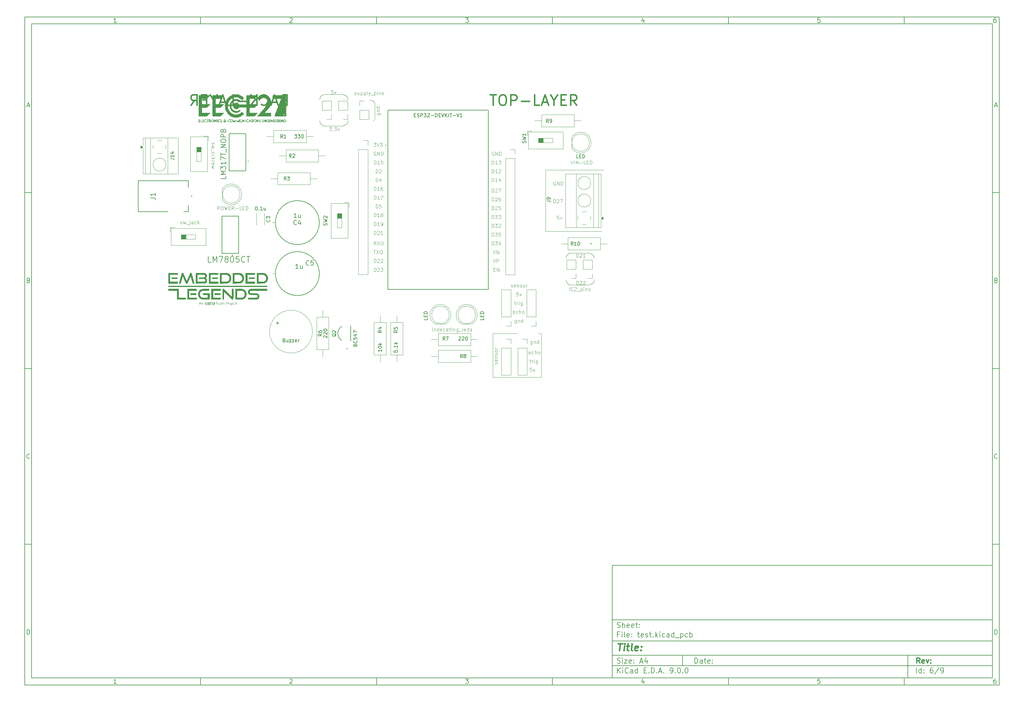
<source format=gbr>
%TF.GenerationSoftware,KiCad,Pcbnew,9.0.0*%
%TF.CreationDate,2025-04-04T13:57:26+02:00*%
%TF.ProjectId,test,74657374-2e6b-4696-9361-645f70636258,rev?*%
%TF.SameCoordinates,Original*%
%TF.FileFunction,Legend,Bot*%
%TF.FilePolarity,Positive*%
%FSLAX46Y46*%
G04 Gerber Fmt 4.6, Leading zero omitted, Abs format (unit mm)*
G04 Created by KiCad (PCBNEW 9.0.0) date 2025-04-04 13:57:26*
%MOMM*%
%LPD*%
G01*
G04 APERTURE LIST*
%ADD10C,0.100000*%
%ADD11C,0.150000*%
%ADD12C,0.300000*%
%ADD13C,0.400000*%
%ADD14C,0.125000*%
%ADD15C,0.120000*%
%ADD16C,0.152400*%
%ADD17C,0.200000*%
%ADD18C,0.127000*%
%ADD19C,0.000000*%
G04 APERTURE END LIST*
D10*
D11*
X177002200Y-166007200D02*
X285002200Y-166007200D01*
X285002200Y-198007200D01*
X177002200Y-198007200D01*
X177002200Y-166007200D01*
D10*
D11*
X10000000Y-10000000D02*
X287002200Y-10000000D01*
X287002200Y-200007200D01*
X10000000Y-200007200D01*
X10000000Y-10000000D01*
D10*
D11*
X12000000Y-12000000D02*
X285002200Y-12000000D01*
X285002200Y-198007200D01*
X12000000Y-198007200D01*
X12000000Y-12000000D01*
D10*
D11*
X60000000Y-12000000D02*
X60000000Y-10000000D01*
D10*
D11*
X110000000Y-12000000D02*
X110000000Y-10000000D01*
D10*
D11*
X160000000Y-12000000D02*
X160000000Y-10000000D01*
D10*
D11*
X210000000Y-12000000D02*
X210000000Y-10000000D01*
D10*
D11*
X260000000Y-12000000D02*
X260000000Y-10000000D01*
D10*
D11*
X36089160Y-11593604D02*
X35346303Y-11593604D01*
X35717731Y-11593604D02*
X35717731Y-10293604D01*
X35717731Y-10293604D02*
X35593922Y-10479319D01*
X35593922Y-10479319D02*
X35470112Y-10603128D01*
X35470112Y-10603128D02*
X35346303Y-10665033D01*
D10*
D11*
X85346303Y-10417414D02*
X85408207Y-10355509D01*
X85408207Y-10355509D02*
X85532017Y-10293604D01*
X85532017Y-10293604D02*
X85841541Y-10293604D01*
X85841541Y-10293604D02*
X85965350Y-10355509D01*
X85965350Y-10355509D02*
X86027255Y-10417414D01*
X86027255Y-10417414D02*
X86089160Y-10541223D01*
X86089160Y-10541223D02*
X86089160Y-10665033D01*
X86089160Y-10665033D02*
X86027255Y-10850747D01*
X86027255Y-10850747D02*
X85284398Y-11593604D01*
X85284398Y-11593604D02*
X86089160Y-11593604D01*
D10*
D11*
X135284398Y-10293604D02*
X136089160Y-10293604D01*
X136089160Y-10293604D02*
X135655826Y-10788842D01*
X135655826Y-10788842D02*
X135841541Y-10788842D01*
X135841541Y-10788842D02*
X135965350Y-10850747D01*
X135965350Y-10850747D02*
X136027255Y-10912652D01*
X136027255Y-10912652D02*
X136089160Y-11036461D01*
X136089160Y-11036461D02*
X136089160Y-11345985D01*
X136089160Y-11345985D02*
X136027255Y-11469795D01*
X136027255Y-11469795D02*
X135965350Y-11531700D01*
X135965350Y-11531700D02*
X135841541Y-11593604D01*
X135841541Y-11593604D02*
X135470112Y-11593604D01*
X135470112Y-11593604D02*
X135346303Y-11531700D01*
X135346303Y-11531700D02*
X135284398Y-11469795D01*
D10*
D11*
X185965350Y-10726938D02*
X185965350Y-11593604D01*
X185655826Y-10231700D02*
X185346303Y-11160271D01*
X185346303Y-11160271D02*
X186151064Y-11160271D01*
D10*
D11*
X236027255Y-10293604D02*
X235408207Y-10293604D01*
X235408207Y-10293604D02*
X235346303Y-10912652D01*
X235346303Y-10912652D02*
X235408207Y-10850747D01*
X235408207Y-10850747D02*
X235532017Y-10788842D01*
X235532017Y-10788842D02*
X235841541Y-10788842D01*
X235841541Y-10788842D02*
X235965350Y-10850747D01*
X235965350Y-10850747D02*
X236027255Y-10912652D01*
X236027255Y-10912652D02*
X236089160Y-11036461D01*
X236089160Y-11036461D02*
X236089160Y-11345985D01*
X236089160Y-11345985D02*
X236027255Y-11469795D01*
X236027255Y-11469795D02*
X235965350Y-11531700D01*
X235965350Y-11531700D02*
X235841541Y-11593604D01*
X235841541Y-11593604D02*
X235532017Y-11593604D01*
X235532017Y-11593604D02*
X235408207Y-11531700D01*
X235408207Y-11531700D02*
X235346303Y-11469795D01*
D10*
D11*
X285965350Y-10293604D02*
X285717731Y-10293604D01*
X285717731Y-10293604D02*
X285593922Y-10355509D01*
X285593922Y-10355509D02*
X285532017Y-10417414D01*
X285532017Y-10417414D02*
X285408207Y-10603128D01*
X285408207Y-10603128D02*
X285346303Y-10850747D01*
X285346303Y-10850747D02*
X285346303Y-11345985D01*
X285346303Y-11345985D02*
X285408207Y-11469795D01*
X285408207Y-11469795D02*
X285470112Y-11531700D01*
X285470112Y-11531700D02*
X285593922Y-11593604D01*
X285593922Y-11593604D02*
X285841541Y-11593604D01*
X285841541Y-11593604D02*
X285965350Y-11531700D01*
X285965350Y-11531700D02*
X286027255Y-11469795D01*
X286027255Y-11469795D02*
X286089160Y-11345985D01*
X286089160Y-11345985D02*
X286089160Y-11036461D01*
X286089160Y-11036461D02*
X286027255Y-10912652D01*
X286027255Y-10912652D02*
X285965350Y-10850747D01*
X285965350Y-10850747D02*
X285841541Y-10788842D01*
X285841541Y-10788842D02*
X285593922Y-10788842D01*
X285593922Y-10788842D02*
X285470112Y-10850747D01*
X285470112Y-10850747D02*
X285408207Y-10912652D01*
X285408207Y-10912652D02*
X285346303Y-11036461D01*
D10*
D11*
X60000000Y-198007200D02*
X60000000Y-200007200D01*
D10*
D11*
X110000000Y-198007200D02*
X110000000Y-200007200D01*
D10*
D11*
X160000000Y-198007200D02*
X160000000Y-200007200D01*
D10*
D11*
X210000000Y-198007200D02*
X210000000Y-200007200D01*
D10*
D11*
X260000000Y-198007200D02*
X260000000Y-200007200D01*
D10*
D11*
X36089160Y-199600804D02*
X35346303Y-199600804D01*
X35717731Y-199600804D02*
X35717731Y-198300804D01*
X35717731Y-198300804D02*
X35593922Y-198486519D01*
X35593922Y-198486519D02*
X35470112Y-198610328D01*
X35470112Y-198610328D02*
X35346303Y-198672233D01*
D10*
D11*
X85346303Y-198424614D02*
X85408207Y-198362709D01*
X85408207Y-198362709D02*
X85532017Y-198300804D01*
X85532017Y-198300804D02*
X85841541Y-198300804D01*
X85841541Y-198300804D02*
X85965350Y-198362709D01*
X85965350Y-198362709D02*
X86027255Y-198424614D01*
X86027255Y-198424614D02*
X86089160Y-198548423D01*
X86089160Y-198548423D02*
X86089160Y-198672233D01*
X86089160Y-198672233D02*
X86027255Y-198857947D01*
X86027255Y-198857947D02*
X85284398Y-199600804D01*
X85284398Y-199600804D02*
X86089160Y-199600804D01*
D10*
D11*
X135284398Y-198300804D02*
X136089160Y-198300804D01*
X136089160Y-198300804D02*
X135655826Y-198796042D01*
X135655826Y-198796042D02*
X135841541Y-198796042D01*
X135841541Y-198796042D02*
X135965350Y-198857947D01*
X135965350Y-198857947D02*
X136027255Y-198919852D01*
X136027255Y-198919852D02*
X136089160Y-199043661D01*
X136089160Y-199043661D02*
X136089160Y-199353185D01*
X136089160Y-199353185D02*
X136027255Y-199476995D01*
X136027255Y-199476995D02*
X135965350Y-199538900D01*
X135965350Y-199538900D02*
X135841541Y-199600804D01*
X135841541Y-199600804D02*
X135470112Y-199600804D01*
X135470112Y-199600804D02*
X135346303Y-199538900D01*
X135346303Y-199538900D02*
X135284398Y-199476995D01*
D10*
D11*
X185965350Y-198734138D02*
X185965350Y-199600804D01*
X185655826Y-198238900D02*
X185346303Y-199167471D01*
X185346303Y-199167471D02*
X186151064Y-199167471D01*
D10*
D11*
X236027255Y-198300804D02*
X235408207Y-198300804D01*
X235408207Y-198300804D02*
X235346303Y-198919852D01*
X235346303Y-198919852D02*
X235408207Y-198857947D01*
X235408207Y-198857947D02*
X235532017Y-198796042D01*
X235532017Y-198796042D02*
X235841541Y-198796042D01*
X235841541Y-198796042D02*
X235965350Y-198857947D01*
X235965350Y-198857947D02*
X236027255Y-198919852D01*
X236027255Y-198919852D02*
X236089160Y-199043661D01*
X236089160Y-199043661D02*
X236089160Y-199353185D01*
X236089160Y-199353185D02*
X236027255Y-199476995D01*
X236027255Y-199476995D02*
X235965350Y-199538900D01*
X235965350Y-199538900D02*
X235841541Y-199600804D01*
X235841541Y-199600804D02*
X235532017Y-199600804D01*
X235532017Y-199600804D02*
X235408207Y-199538900D01*
X235408207Y-199538900D02*
X235346303Y-199476995D01*
D10*
D11*
X285965350Y-198300804D02*
X285717731Y-198300804D01*
X285717731Y-198300804D02*
X285593922Y-198362709D01*
X285593922Y-198362709D02*
X285532017Y-198424614D01*
X285532017Y-198424614D02*
X285408207Y-198610328D01*
X285408207Y-198610328D02*
X285346303Y-198857947D01*
X285346303Y-198857947D02*
X285346303Y-199353185D01*
X285346303Y-199353185D02*
X285408207Y-199476995D01*
X285408207Y-199476995D02*
X285470112Y-199538900D01*
X285470112Y-199538900D02*
X285593922Y-199600804D01*
X285593922Y-199600804D02*
X285841541Y-199600804D01*
X285841541Y-199600804D02*
X285965350Y-199538900D01*
X285965350Y-199538900D02*
X286027255Y-199476995D01*
X286027255Y-199476995D02*
X286089160Y-199353185D01*
X286089160Y-199353185D02*
X286089160Y-199043661D01*
X286089160Y-199043661D02*
X286027255Y-198919852D01*
X286027255Y-198919852D02*
X285965350Y-198857947D01*
X285965350Y-198857947D02*
X285841541Y-198796042D01*
X285841541Y-198796042D02*
X285593922Y-198796042D01*
X285593922Y-198796042D02*
X285470112Y-198857947D01*
X285470112Y-198857947D02*
X285408207Y-198919852D01*
X285408207Y-198919852D02*
X285346303Y-199043661D01*
D10*
D11*
X10000000Y-60000000D02*
X12000000Y-60000000D01*
D10*
D11*
X10000000Y-110000000D02*
X12000000Y-110000000D01*
D10*
D11*
X10000000Y-160000000D02*
X12000000Y-160000000D01*
D10*
D11*
X10690476Y-35222176D02*
X11309523Y-35222176D01*
X10566666Y-35593604D02*
X10999999Y-34293604D01*
X10999999Y-34293604D02*
X11433333Y-35593604D01*
D10*
D11*
X11092857Y-84912652D02*
X11278571Y-84974557D01*
X11278571Y-84974557D02*
X11340476Y-85036461D01*
X11340476Y-85036461D02*
X11402380Y-85160271D01*
X11402380Y-85160271D02*
X11402380Y-85345985D01*
X11402380Y-85345985D02*
X11340476Y-85469795D01*
X11340476Y-85469795D02*
X11278571Y-85531700D01*
X11278571Y-85531700D02*
X11154761Y-85593604D01*
X11154761Y-85593604D02*
X10659523Y-85593604D01*
X10659523Y-85593604D02*
X10659523Y-84293604D01*
X10659523Y-84293604D02*
X11092857Y-84293604D01*
X11092857Y-84293604D02*
X11216666Y-84355509D01*
X11216666Y-84355509D02*
X11278571Y-84417414D01*
X11278571Y-84417414D02*
X11340476Y-84541223D01*
X11340476Y-84541223D02*
X11340476Y-84665033D01*
X11340476Y-84665033D02*
X11278571Y-84788842D01*
X11278571Y-84788842D02*
X11216666Y-84850747D01*
X11216666Y-84850747D02*
X11092857Y-84912652D01*
X11092857Y-84912652D02*
X10659523Y-84912652D01*
D10*
D11*
X11402380Y-135469795D02*
X11340476Y-135531700D01*
X11340476Y-135531700D02*
X11154761Y-135593604D01*
X11154761Y-135593604D02*
X11030952Y-135593604D01*
X11030952Y-135593604D02*
X10845238Y-135531700D01*
X10845238Y-135531700D02*
X10721428Y-135407890D01*
X10721428Y-135407890D02*
X10659523Y-135284080D01*
X10659523Y-135284080D02*
X10597619Y-135036461D01*
X10597619Y-135036461D02*
X10597619Y-134850747D01*
X10597619Y-134850747D02*
X10659523Y-134603128D01*
X10659523Y-134603128D02*
X10721428Y-134479319D01*
X10721428Y-134479319D02*
X10845238Y-134355509D01*
X10845238Y-134355509D02*
X11030952Y-134293604D01*
X11030952Y-134293604D02*
X11154761Y-134293604D01*
X11154761Y-134293604D02*
X11340476Y-134355509D01*
X11340476Y-134355509D02*
X11402380Y-134417414D01*
D10*
D11*
X10659523Y-185593604D02*
X10659523Y-184293604D01*
X10659523Y-184293604D02*
X10969047Y-184293604D01*
X10969047Y-184293604D02*
X11154761Y-184355509D01*
X11154761Y-184355509D02*
X11278571Y-184479319D01*
X11278571Y-184479319D02*
X11340476Y-184603128D01*
X11340476Y-184603128D02*
X11402380Y-184850747D01*
X11402380Y-184850747D02*
X11402380Y-185036461D01*
X11402380Y-185036461D02*
X11340476Y-185284080D01*
X11340476Y-185284080D02*
X11278571Y-185407890D01*
X11278571Y-185407890D02*
X11154761Y-185531700D01*
X11154761Y-185531700D02*
X10969047Y-185593604D01*
X10969047Y-185593604D02*
X10659523Y-185593604D01*
D10*
D11*
X287002200Y-60000000D02*
X285002200Y-60000000D01*
D10*
D11*
X287002200Y-110000000D02*
X285002200Y-110000000D01*
D10*
D11*
X287002200Y-160000000D02*
X285002200Y-160000000D01*
D10*
D11*
X285692676Y-35222176D02*
X286311723Y-35222176D01*
X285568866Y-35593604D02*
X286002199Y-34293604D01*
X286002199Y-34293604D02*
X286435533Y-35593604D01*
D10*
D11*
X286095057Y-84912652D02*
X286280771Y-84974557D01*
X286280771Y-84974557D02*
X286342676Y-85036461D01*
X286342676Y-85036461D02*
X286404580Y-85160271D01*
X286404580Y-85160271D02*
X286404580Y-85345985D01*
X286404580Y-85345985D02*
X286342676Y-85469795D01*
X286342676Y-85469795D02*
X286280771Y-85531700D01*
X286280771Y-85531700D02*
X286156961Y-85593604D01*
X286156961Y-85593604D02*
X285661723Y-85593604D01*
X285661723Y-85593604D02*
X285661723Y-84293604D01*
X285661723Y-84293604D02*
X286095057Y-84293604D01*
X286095057Y-84293604D02*
X286218866Y-84355509D01*
X286218866Y-84355509D02*
X286280771Y-84417414D01*
X286280771Y-84417414D02*
X286342676Y-84541223D01*
X286342676Y-84541223D02*
X286342676Y-84665033D01*
X286342676Y-84665033D02*
X286280771Y-84788842D01*
X286280771Y-84788842D02*
X286218866Y-84850747D01*
X286218866Y-84850747D02*
X286095057Y-84912652D01*
X286095057Y-84912652D02*
X285661723Y-84912652D01*
D10*
D11*
X286404580Y-135469795D02*
X286342676Y-135531700D01*
X286342676Y-135531700D02*
X286156961Y-135593604D01*
X286156961Y-135593604D02*
X286033152Y-135593604D01*
X286033152Y-135593604D02*
X285847438Y-135531700D01*
X285847438Y-135531700D02*
X285723628Y-135407890D01*
X285723628Y-135407890D02*
X285661723Y-135284080D01*
X285661723Y-135284080D02*
X285599819Y-135036461D01*
X285599819Y-135036461D02*
X285599819Y-134850747D01*
X285599819Y-134850747D02*
X285661723Y-134603128D01*
X285661723Y-134603128D02*
X285723628Y-134479319D01*
X285723628Y-134479319D02*
X285847438Y-134355509D01*
X285847438Y-134355509D02*
X286033152Y-134293604D01*
X286033152Y-134293604D02*
X286156961Y-134293604D01*
X286156961Y-134293604D02*
X286342676Y-134355509D01*
X286342676Y-134355509D02*
X286404580Y-134417414D01*
D10*
D11*
X285661723Y-185593604D02*
X285661723Y-184293604D01*
X285661723Y-184293604D02*
X285971247Y-184293604D01*
X285971247Y-184293604D02*
X286156961Y-184355509D01*
X286156961Y-184355509D02*
X286280771Y-184479319D01*
X286280771Y-184479319D02*
X286342676Y-184603128D01*
X286342676Y-184603128D02*
X286404580Y-184850747D01*
X286404580Y-184850747D02*
X286404580Y-185036461D01*
X286404580Y-185036461D02*
X286342676Y-185284080D01*
X286342676Y-185284080D02*
X286280771Y-185407890D01*
X286280771Y-185407890D02*
X286156961Y-185531700D01*
X286156961Y-185531700D02*
X285971247Y-185593604D01*
X285971247Y-185593604D02*
X285661723Y-185593604D01*
D10*
D11*
X200458026Y-193793328D02*
X200458026Y-192293328D01*
X200458026Y-192293328D02*
X200815169Y-192293328D01*
X200815169Y-192293328D02*
X201029455Y-192364757D01*
X201029455Y-192364757D02*
X201172312Y-192507614D01*
X201172312Y-192507614D02*
X201243741Y-192650471D01*
X201243741Y-192650471D02*
X201315169Y-192936185D01*
X201315169Y-192936185D02*
X201315169Y-193150471D01*
X201315169Y-193150471D02*
X201243741Y-193436185D01*
X201243741Y-193436185D02*
X201172312Y-193579042D01*
X201172312Y-193579042D02*
X201029455Y-193721900D01*
X201029455Y-193721900D02*
X200815169Y-193793328D01*
X200815169Y-193793328D02*
X200458026Y-193793328D01*
X202600884Y-193793328D02*
X202600884Y-193007614D01*
X202600884Y-193007614D02*
X202529455Y-192864757D01*
X202529455Y-192864757D02*
X202386598Y-192793328D01*
X202386598Y-192793328D02*
X202100884Y-192793328D01*
X202100884Y-192793328D02*
X201958026Y-192864757D01*
X202600884Y-193721900D02*
X202458026Y-193793328D01*
X202458026Y-193793328D02*
X202100884Y-193793328D01*
X202100884Y-193793328D02*
X201958026Y-193721900D01*
X201958026Y-193721900D02*
X201886598Y-193579042D01*
X201886598Y-193579042D02*
X201886598Y-193436185D01*
X201886598Y-193436185D02*
X201958026Y-193293328D01*
X201958026Y-193293328D02*
X202100884Y-193221900D01*
X202100884Y-193221900D02*
X202458026Y-193221900D01*
X202458026Y-193221900D02*
X202600884Y-193150471D01*
X203100884Y-192793328D02*
X203672312Y-192793328D01*
X203315169Y-192293328D02*
X203315169Y-193579042D01*
X203315169Y-193579042D02*
X203386598Y-193721900D01*
X203386598Y-193721900D02*
X203529455Y-193793328D01*
X203529455Y-193793328D02*
X203672312Y-193793328D01*
X204743741Y-193721900D02*
X204600884Y-193793328D01*
X204600884Y-193793328D02*
X204315170Y-193793328D01*
X204315170Y-193793328D02*
X204172312Y-193721900D01*
X204172312Y-193721900D02*
X204100884Y-193579042D01*
X204100884Y-193579042D02*
X204100884Y-193007614D01*
X204100884Y-193007614D02*
X204172312Y-192864757D01*
X204172312Y-192864757D02*
X204315170Y-192793328D01*
X204315170Y-192793328D02*
X204600884Y-192793328D01*
X204600884Y-192793328D02*
X204743741Y-192864757D01*
X204743741Y-192864757D02*
X204815170Y-193007614D01*
X204815170Y-193007614D02*
X204815170Y-193150471D01*
X204815170Y-193150471D02*
X204100884Y-193293328D01*
X205458026Y-193650471D02*
X205529455Y-193721900D01*
X205529455Y-193721900D02*
X205458026Y-193793328D01*
X205458026Y-193793328D02*
X205386598Y-193721900D01*
X205386598Y-193721900D02*
X205458026Y-193650471D01*
X205458026Y-193650471D02*
X205458026Y-193793328D01*
X205458026Y-192864757D02*
X205529455Y-192936185D01*
X205529455Y-192936185D02*
X205458026Y-193007614D01*
X205458026Y-193007614D02*
X205386598Y-192936185D01*
X205386598Y-192936185D02*
X205458026Y-192864757D01*
X205458026Y-192864757D02*
X205458026Y-193007614D01*
D10*
D11*
X177002200Y-194507200D02*
X285002200Y-194507200D01*
D10*
D11*
X178458026Y-196593328D02*
X178458026Y-195093328D01*
X179315169Y-196593328D02*
X178672312Y-195736185D01*
X179315169Y-195093328D02*
X178458026Y-195950471D01*
X179958026Y-196593328D02*
X179958026Y-195593328D01*
X179958026Y-195093328D02*
X179886598Y-195164757D01*
X179886598Y-195164757D02*
X179958026Y-195236185D01*
X179958026Y-195236185D02*
X180029455Y-195164757D01*
X180029455Y-195164757D02*
X179958026Y-195093328D01*
X179958026Y-195093328D02*
X179958026Y-195236185D01*
X181529455Y-196450471D02*
X181458027Y-196521900D01*
X181458027Y-196521900D02*
X181243741Y-196593328D01*
X181243741Y-196593328D02*
X181100884Y-196593328D01*
X181100884Y-196593328D02*
X180886598Y-196521900D01*
X180886598Y-196521900D02*
X180743741Y-196379042D01*
X180743741Y-196379042D02*
X180672312Y-196236185D01*
X180672312Y-196236185D02*
X180600884Y-195950471D01*
X180600884Y-195950471D02*
X180600884Y-195736185D01*
X180600884Y-195736185D02*
X180672312Y-195450471D01*
X180672312Y-195450471D02*
X180743741Y-195307614D01*
X180743741Y-195307614D02*
X180886598Y-195164757D01*
X180886598Y-195164757D02*
X181100884Y-195093328D01*
X181100884Y-195093328D02*
X181243741Y-195093328D01*
X181243741Y-195093328D02*
X181458027Y-195164757D01*
X181458027Y-195164757D02*
X181529455Y-195236185D01*
X182815170Y-196593328D02*
X182815170Y-195807614D01*
X182815170Y-195807614D02*
X182743741Y-195664757D01*
X182743741Y-195664757D02*
X182600884Y-195593328D01*
X182600884Y-195593328D02*
X182315170Y-195593328D01*
X182315170Y-195593328D02*
X182172312Y-195664757D01*
X182815170Y-196521900D02*
X182672312Y-196593328D01*
X182672312Y-196593328D02*
X182315170Y-196593328D01*
X182315170Y-196593328D02*
X182172312Y-196521900D01*
X182172312Y-196521900D02*
X182100884Y-196379042D01*
X182100884Y-196379042D02*
X182100884Y-196236185D01*
X182100884Y-196236185D02*
X182172312Y-196093328D01*
X182172312Y-196093328D02*
X182315170Y-196021900D01*
X182315170Y-196021900D02*
X182672312Y-196021900D01*
X182672312Y-196021900D02*
X182815170Y-195950471D01*
X184172313Y-196593328D02*
X184172313Y-195093328D01*
X184172313Y-196521900D02*
X184029455Y-196593328D01*
X184029455Y-196593328D02*
X183743741Y-196593328D01*
X183743741Y-196593328D02*
X183600884Y-196521900D01*
X183600884Y-196521900D02*
X183529455Y-196450471D01*
X183529455Y-196450471D02*
X183458027Y-196307614D01*
X183458027Y-196307614D02*
X183458027Y-195879042D01*
X183458027Y-195879042D02*
X183529455Y-195736185D01*
X183529455Y-195736185D02*
X183600884Y-195664757D01*
X183600884Y-195664757D02*
X183743741Y-195593328D01*
X183743741Y-195593328D02*
X184029455Y-195593328D01*
X184029455Y-195593328D02*
X184172313Y-195664757D01*
X186029455Y-195807614D02*
X186529455Y-195807614D01*
X186743741Y-196593328D02*
X186029455Y-196593328D01*
X186029455Y-196593328D02*
X186029455Y-195093328D01*
X186029455Y-195093328D02*
X186743741Y-195093328D01*
X187386598Y-196450471D02*
X187458027Y-196521900D01*
X187458027Y-196521900D02*
X187386598Y-196593328D01*
X187386598Y-196593328D02*
X187315170Y-196521900D01*
X187315170Y-196521900D02*
X187386598Y-196450471D01*
X187386598Y-196450471D02*
X187386598Y-196593328D01*
X188100884Y-196593328D02*
X188100884Y-195093328D01*
X188100884Y-195093328D02*
X188458027Y-195093328D01*
X188458027Y-195093328D02*
X188672313Y-195164757D01*
X188672313Y-195164757D02*
X188815170Y-195307614D01*
X188815170Y-195307614D02*
X188886599Y-195450471D01*
X188886599Y-195450471D02*
X188958027Y-195736185D01*
X188958027Y-195736185D02*
X188958027Y-195950471D01*
X188958027Y-195950471D02*
X188886599Y-196236185D01*
X188886599Y-196236185D02*
X188815170Y-196379042D01*
X188815170Y-196379042D02*
X188672313Y-196521900D01*
X188672313Y-196521900D02*
X188458027Y-196593328D01*
X188458027Y-196593328D02*
X188100884Y-196593328D01*
X189600884Y-196450471D02*
X189672313Y-196521900D01*
X189672313Y-196521900D02*
X189600884Y-196593328D01*
X189600884Y-196593328D02*
X189529456Y-196521900D01*
X189529456Y-196521900D02*
X189600884Y-196450471D01*
X189600884Y-196450471D02*
X189600884Y-196593328D01*
X190243742Y-196164757D02*
X190958028Y-196164757D01*
X190100885Y-196593328D02*
X190600885Y-195093328D01*
X190600885Y-195093328D02*
X191100885Y-196593328D01*
X191600884Y-196450471D02*
X191672313Y-196521900D01*
X191672313Y-196521900D02*
X191600884Y-196593328D01*
X191600884Y-196593328D02*
X191529456Y-196521900D01*
X191529456Y-196521900D02*
X191600884Y-196450471D01*
X191600884Y-196450471D02*
X191600884Y-196593328D01*
X193529456Y-196593328D02*
X193815170Y-196593328D01*
X193815170Y-196593328D02*
X193958027Y-196521900D01*
X193958027Y-196521900D02*
X194029456Y-196450471D01*
X194029456Y-196450471D02*
X194172313Y-196236185D01*
X194172313Y-196236185D02*
X194243742Y-195950471D01*
X194243742Y-195950471D02*
X194243742Y-195379042D01*
X194243742Y-195379042D02*
X194172313Y-195236185D01*
X194172313Y-195236185D02*
X194100885Y-195164757D01*
X194100885Y-195164757D02*
X193958027Y-195093328D01*
X193958027Y-195093328D02*
X193672313Y-195093328D01*
X193672313Y-195093328D02*
X193529456Y-195164757D01*
X193529456Y-195164757D02*
X193458027Y-195236185D01*
X193458027Y-195236185D02*
X193386599Y-195379042D01*
X193386599Y-195379042D02*
X193386599Y-195736185D01*
X193386599Y-195736185D02*
X193458027Y-195879042D01*
X193458027Y-195879042D02*
X193529456Y-195950471D01*
X193529456Y-195950471D02*
X193672313Y-196021900D01*
X193672313Y-196021900D02*
X193958027Y-196021900D01*
X193958027Y-196021900D02*
X194100885Y-195950471D01*
X194100885Y-195950471D02*
X194172313Y-195879042D01*
X194172313Y-195879042D02*
X194243742Y-195736185D01*
X194886598Y-196450471D02*
X194958027Y-196521900D01*
X194958027Y-196521900D02*
X194886598Y-196593328D01*
X194886598Y-196593328D02*
X194815170Y-196521900D01*
X194815170Y-196521900D02*
X194886598Y-196450471D01*
X194886598Y-196450471D02*
X194886598Y-196593328D01*
X195886599Y-195093328D02*
X196029456Y-195093328D01*
X196029456Y-195093328D02*
X196172313Y-195164757D01*
X196172313Y-195164757D02*
X196243742Y-195236185D01*
X196243742Y-195236185D02*
X196315170Y-195379042D01*
X196315170Y-195379042D02*
X196386599Y-195664757D01*
X196386599Y-195664757D02*
X196386599Y-196021900D01*
X196386599Y-196021900D02*
X196315170Y-196307614D01*
X196315170Y-196307614D02*
X196243742Y-196450471D01*
X196243742Y-196450471D02*
X196172313Y-196521900D01*
X196172313Y-196521900D02*
X196029456Y-196593328D01*
X196029456Y-196593328D02*
X195886599Y-196593328D01*
X195886599Y-196593328D02*
X195743742Y-196521900D01*
X195743742Y-196521900D02*
X195672313Y-196450471D01*
X195672313Y-196450471D02*
X195600884Y-196307614D01*
X195600884Y-196307614D02*
X195529456Y-196021900D01*
X195529456Y-196021900D02*
X195529456Y-195664757D01*
X195529456Y-195664757D02*
X195600884Y-195379042D01*
X195600884Y-195379042D02*
X195672313Y-195236185D01*
X195672313Y-195236185D02*
X195743742Y-195164757D01*
X195743742Y-195164757D02*
X195886599Y-195093328D01*
X197029455Y-196450471D02*
X197100884Y-196521900D01*
X197100884Y-196521900D02*
X197029455Y-196593328D01*
X197029455Y-196593328D02*
X196958027Y-196521900D01*
X196958027Y-196521900D02*
X197029455Y-196450471D01*
X197029455Y-196450471D02*
X197029455Y-196593328D01*
X198029456Y-195093328D02*
X198172313Y-195093328D01*
X198172313Y-195093328D02*
X198315170Y-195164757D01*
X198315170Y-195164757D02*
X198386599Y-195236185D01*
X198386599Y-195236185D02*
X198458027Y-195379042D01*
X198458027Y-195379042D02*
X198529456Y-195664757D01*
X198529456Y-195664757D02*
X198529456Y-196021900D01*
X198529456Y-196021900D02*
X198458027Y-196307614D01*
X198458027Y-196307614D02*
X198386599Y-196450471D01*
X198386599Y-196450471D02*
X198315170Y-196521900D01*
X198315170Y-196521900D02*
X198172313Y-196593328D01*
X198172313Y-196593328D02*
X198029456Y-196593328D01*
X198029456Y-196593328D02*
X197886599Y-196521900D01*
X197886599Y-196521900D02*
X197815170Y-196450471D01*
X197815170Y-196450471D02*
X197743741Y-196307614D01*
X197743741Y-196307614D02*
X197672313Y-196021900D01*
X197672313Y-196021900D02*
X197672313Y-195664757D01*
X197672313Y-195664757D02*
X197743741Y-195379042D01*
X197743741Y-195379042D02*
X197815170Y-195236185D01*
X197815170Y-195236185D02*
X197886599Y-195164757D01*
X197886599Y-195164757D02*
X198029456Y-195093328D01*
D10*
D11*
X177002200Y-191507200D02*
X285002200Y-191507200D01*
D10*
D12*
X264413853Y-193785528D02*
X263913853Y-193071242D01*
X263556710Y-193785528D02*
X263556710Y-192285528D01*
X263556710Y-192285528D02*
X264128139Y-192285528D01*
X264128139Y-192285528D02*
X264270996Y-192356957D01*
X264270996Y-192356957D02*
X264342425Y-192428385D01*
X264342425Y-192428385D02*
X264413853Y-192571242D01*
X264413853Y-192571242D02*
X264413853Y-192785528D01*
X264413853Y-192785528D02*
X264342425Y-192928385D01*
X264342425Y-192928385D02*
X264270996Y-192999814D01*
X264270996Y-192999814D02*
X264128139Y-193071242D01*
X264128139Y-193071242D02*
X263556710Y-193071242D01*
X265628139Y-193714100D02*
X265485282Y-193785528D01*
X265485282Y-193785528D02*
X265199568Y-193785528D01*
X265199568Y-193785528D02*
X265056710Y-193714100D01*
X265056710Y-193714100D02*
X264985282Y-193571242D01*
X264985282Y-193571242D02*
X264985282Y-192999814D01*
X264985282Y-192999814D02*
X265056710Y-192856957D01*
X265056710Y-192856957D02*
X265199568Y-192785528D01*
X265199568Y-192785528D02*
X265485282Y-192785528D01*
X265485282Y-192785528D02*
X265628139Y-192856957D01*
X265628139Y-192856957D02*
X265699568Y-192999814D01*
X265699568Y-192999814D02*
X265699568Y-193142671D01*
X265699568Y-193142671D02*
X264985282Y-193285528D01*
X266199567Y-192785528D02*
X266556710Y-193785528D01*
X266556710Y-193785528D02*
X266913853Y-192785528D01*
X267485281Y-193642671D02*
X267556710Y-193714100D01*
X267556710Y-193714100D02*
X267485281Y-193785528D01*
X267485281Y-193785528D02*
X267413853Y-193714100D01*
X267413853Y-193714100D02*
X267485281Y-193642671D01*
X267485281Y-193642671D02*
X267485281Y-193785528D01*
X267485281Y-192856957D02*
X267556710Y-192928385D01*
X267556710Y-192928385D02*
X267485281Y-192999814D01*
X267485281Y-192999814D02*
X267413853Y-192928385D01*
X267413853Y-192928385D02*
X267485281Y-192856957D01*
X267485281Y-192856957D02*
X267485281Y-192999814D01*
D10*
D11*
X178386598Y-193721900D02*
X178600884Y-193793328D01*
X178600884Y-193793328D02*
X178958026Y-193793328D01*
X178958026Y-193793328D02*
X179100884Y-193721900D01*
X179100884Y-193721900D02*
X179172312Y-193650471D01*
X179172312Y-193650471D02*
X179243741Y-193507614D01*
X179243741Y-193507614D02*
X179243741Y-193364757D01*
X179243741Y-193364757D02*
X179172312Y-193221900D01*
X179172312Y-193221900D02*
X179100884Y-193150471D01*
X179100884Y-193150471D02*
X178958026Y-193079042D01*
X178958026Y-193079042D02*
X178672312Y-193007614D01*
X178672312Y-193007614D02*
X178529455Y-192936185D01*
X178529455Y-192936185D02*
X178458026Y-192864757D01*
X178458026Y-192864757D02*
X178386598Y-192721900D01*
X178386598Y-192721900D02*
X178386598Y-192579042D01*
X178386598Y-192579042D02*
X178458026Y-192436185D01*
X178458026Y-192436185D02*
X178529455Y-192364757D01*
X178529455Y-192364757D02*
X178672312Y-192293328D01*
X178672312Y-192293328D02*
X179029455Y-192293328D01*
X179029455Y-192293328D02*
X179243741Y-192364757D01*
X179886597Y-193793328D02*
X179886597Y-192793328D01*
X179886597Y-192293328D02*
X179815169Y-192364757D01*
X179815169Y-192364757D02*
X179886597Y-192436185D01*
X179886597Y-192436185D02*
X179958026Y-192364757D01*
X179958026Y-192364757D02*
X179886597Y-192293328D01*
X179886597Y-192293328D02*
X179886597Y-192436185D01*
X180458026Y-192793328D02*
X181243741Y-192793328D01*
X181243741Y-192793328D02*
X180458026Y-193793328D01*
X180458026Y-193793328D02*
X181243741Y-193793328D01*
X182386598Y-193721900D02*
X182243741Y-193793328D01*
X182243741Y-193793328D02*
X181958027Y-193793328D01*
X181958027Y-193793328D02*
X181815169Y-193721900D01*
X181815169Y-193721900D02*
X181743741Y-193579042D01*
X181743741Y-193579042D02*
X181743741Y-193007614D01*
X181743741Y-193007614D02*
X181815169Y-192864757D01*
X181815169Y-192864757D02*
X181958027Y-192793328D01*
X181958027Y-192793328D02*
X182243741Y-192793328D01*
X182243741Y-192793328D02*
X182386598Y-192864757D01*
X182386598Y-192864757D02*
X182458027Y-193007614D01*
X182458027Y-193007614D02*
X182458027Y-193150471D01*
X182458027Y-193150471D02*
X181743741Y-193293328D01*
X183100883Y-193650471D02*
X183172312Y-193721900D01*
X183172312Y-193721900D02*
X183100883Y-193793328D01*
X183100883Y-193793328D02*
X183029455Y-193721900D01*
X183029455Y-193721900D02*
X183100883Y-193650471D01*
X183100883Y-193650471D02*
X183100883Y-193793328D01*
X183100883Y-192864757D02*
X183172312Y-192936185D01*
X183172312Y-192936185D02*
X183100883Y-193007614D01*
X183100883Y-193007614D02*
X183029455Y-192936185D01*
X183029455Y-192936185D02*
X183100883Y-192864757D01*
X183100883Y-192864757D02*
X183100883Y-193007614D01*
X184886598Y-193364757D02*
X185600884Y-193364757D01*
X184743741Y-193793328D02*
X185243741Y-192293328D01*
X185243741Y-192293328D02*
X185743741Y-193793328D01*
X186886598Y-192793328D02*
X186886598Y-193793328D01*
X186529455Y-192221900D02*
X186172312Y-193293328D01*
X186172312Y-193293328D02*
X187100883Y-193293328D01*
D10*
D11*
X263458026Y-196593328D02*
X263458026Y-195093328D01*
X264815170Y-196593328D02*
X264815170Y-195093328D01*
X264815170Y-196521900D02*
X264672312Y-196593328D01*
X264672312Y-196593328D02*
X264386598Y-196593328D01*
X264386598Y-196593328D02*
X264243741Y-196521900D01*
X264243741Y-196521900D02*
X264172312Y-196450471D01*
X264172312Y-196450471D02*
X264100884Y-196307614D01*
X264100884Y-196307614D02*
X264100884Y-195879042D01*
X264100884Y-195879042D02*
X264172312Y-195736185D01*
X264172312Y-195736185D02*
X264243741Y-195664757D01*
X264243741Y-195664757D02*
X264386598Y-195593328D01*
X264386598Y-195593328D02*
X264672312Y-195593328D01*
X264672312Y-195593328D02*
X264815170Y-195664757D01*
X265529455Y-196450471D02*
X265600884Y-196521900D01*
X265600884Y-196521900D02*
X265529455Y-196593328D01*
X265529455Y-196593328D02*
X265458027Y-196521900D01*
X265458027Y-196521900D02*
X265529455Y-196450471D01*
X265529455Y-196450471D02*
X265529455Y-196593328D01*
X265529455Y-195664757D02*
X265600884Y-195736185D01*
X265600884Y-195736185D02*
X265529455Y-195807614D01*
X265529455Y-195807614D02*
X265458027Y-195736185D01*
X265458027Y-195736185D02*
X265529455Y-195664757D01*
X265529455Y-195664757D02*
X265529455Y-195807614D01*
X268029456Y-195093328D02*
X267743741Y-195093328D01*
X267743741Y-195093328D02*
X267600884Y-195164757D01*
X267600884Y-195164757D02*
X267529456Y-195236185D01*
X267529456Y-195236185D02*
X267386598Y-195450471D01*
X267386598Y-195450471D02*
X267315170Y-195736185D01*
X267315170Y-195736185D02*
X267315170Y-196307614D01*
X267315170Y-196307614D02*
X267386598Y-196450471D01*
X267386598Y-196450471D02*
X267458027Y-196521900D01*
X267458027Y-196521900D02*
X267600884Y-196593328D01*
X267600884Y-196593328D02*
X267886598Y-196593328D01*
X267886598Y-196593328D02*
X268029456Y-196521900D01*
X268029456Y-196521900D02*
X268100884Y-196450471D01*
X268100884Y-196450471D02*
X268172313Y-196307614D01*
X268172313Y-196307614D02*
X268172313Y-195950471D01*
X268172313Y-195950471D02*
X268100884Y-195807614D01*
X268100884Y-195807614D02*
X268029456Y-195736185D01*
X268029456Y-195736185D02*
X267886598Y-195664757D01*
X267886598Y-195664757D02*
X267600884Y-195664757D01*
X267600884Y-195664757D02*
X267458027Y-195736185D01*
X267458027Y-195736185D02*
X267386598Y-195807614D01*
X267386598Y-195807614D02*
X267315170Y-195950471D01*
X269886598Y-195021900D02*
X268600884Y-196950471D01*
X270458027Y-196593328D02*
X270743741Y-196593328D01*
X270743741Y-196593328D02*
X270886598Y-196521900D01*
X270886598Y-196521900D02*
X270958027Y-196450471D01*
X270958027Y-196450471D02*
X271100884Y-196236185D01*
X271100884Y-196236185D02*
X271172313Y-195950471D01*
X271172313Y-195950471D02*
X271172313Y-195379042D01*
X271172313Y-195379042D02*
X271100884Y-195236185D01*
X271100884Y-195236185D02*
X271029456Y-195164757D01*
X271029456Y-195164757D02*
X270886598Y-195093328D01*
X270886598Y-195093328D02*
X270600884Y-195093328D01*
X270600884Y-195093328D02*
X270458027Y-195164757D01*
X270458027Y-195164757D02*
X270386598Y-195236185D01*
X270386598Y-195236185D02*
X270315170Y-195379042D01*
X270315170Y-195379042D02*
X270315170Y-195736185D01*
X270315170Y-195736185D02*
X270386598Y-195879042D01*
X270386598Y-195879042D02*
X270458027Y-195950471D01*
X270458027Y-195950471D02*
X270600884Y-196021900D01*
X270600884Y-196021900D02*
X270886598Y-196021900D01*
X270886598Y-196021900D02*
X271029456Y-195950471D01*
X271029456Y-195950471D02*
X271100884Y-195879042D01*
X271100884Y-195879042D02*
X271172313Y-195736185D01*
D10*
D11*
X177002200Y-187507200D02*
X285002200Y-187507200D01*
D10*
D13*
X178693928Y-188211638D02*
X179836785Y-188211638D01*
X179015357Y-190211638D02*
X179265357Y-188211638D01*
X180253452Y-190211638D02*
X180420119Y-188878304D01*
X180503452Y-188211638D02*
X180396309Y-188306876D01*
X180396309Y-188306876D02*
X180479643Y-188402114D01*
X180479643Y-188402114D02*
X180586786Y-188306876D01*
X180586786Y-188306876D02*
X180503452Y-188211638D01*
X180503452Y-188211638D02*
X180479643Y-188402114D01*
X181086786Y-188878304D02*
X181848690Y-188878304D01*
X181455833Y-188211638D02*
X181241548Y-189925923D01*
X181241548Y-189925923D02*
X181312976Y-190116400D01*
X181312976Y-190116400D02*
X181491548Y-190211638D01*
X181491548Y-190211638D02*
X181682024Y-190211638D01*
X182634405Y-190211638D02*
X182455833Y-190116400D01*
X182455833Y-190116400D02*
X182384405Y-189925923D01*
X182384405Y-189925923D02*
X182598690Y-188211638D01*
X184170119Y-190116400D02*
X183967738Y-190211638D01*
X183967738Y-190211638D02*
X183586785Y-190211638D01*
X183586785Y-190211638D02*
X183408214Y-190116400D01*
X183408214Y-190116400D02*
X183336785Y-189925923D01*
X183336785Y-189925923D02*
X183432024Y-189164019D01*
X183432024Y-189164019D02*
X183551071Y-188973542D01*
X183551071Y-188973542D02*
X183753452Y-188878304D01*
X183753452Y-188878304D02*
X184134404Y-188878304D01*
X184134404Y-188878304D02*
X184312976Y-188973542D01*
X184312976Y-188973542D02*
X184384404Y-189164019D01*
X184384404Y-189164019D02*
X184360595Y-189354495D01*
X184360595Y-189354495D02*
X183384404Y-189544971D01*
X185134405Y-190021161D02*
X185217738Y-190116400D01*
X185217738Y-190116400D02*
X185110595Y-190211638D01*
X185110595Y-190211638D02*
X185027262Y-190116400D01*
X185027262Y-190116400D02*
X185134405Y-190021161D01*
X185134405Y-190021161D02*
X185110595Y-190211638D01*
X185265357Y-188973542D02*
X185348690Y-189068780D01*
X185348690Y-189068780D02*
X185241548Y-189164019D01*
X185241548Y-189164019D02*
X185158214Y-189068780D01*
X185158214Y-189068780D02*
X185265357Y-188973542D01*
X185265357Y-188973542D02*
X185241548Y-189164019D01*
D10*
D11*
X178958026Y-185607614D02*
X178458026Y-185607614D01*
X178458026Y-186393328D02*
X178458026Y-184893328D01*
X178458026Y-184893328D02*
X179172312Y-184893328D01*
X179743740Y-186393328D02*
X179743740Y-185393328D01*
X179743740Y-184893328D02*
X179672312Y-184964757D01*
X179672312Y-184964757D02*
X179743740Y-185036185D01*
X179743740Y-185036185D02*
X179815169Y-184964757D01*
X179815169Y-184964757D02*
X179743740Y-184893328D01*
X179743740Y-184893328D02*
X179743740Y-185036185D01*
X180672312Y-186393328D02*
X180529455Y-186321900D01*
X180529455Y-186321900D02*
X180458026Y-186179042D01*
X180458026Y-186179042D02*
X180458026Y-184893328D01*
X181815169Y-186321900D02*
X181672312Y-186393328D01*
X181672312Y-186393328D02*
X181386598Y-186393328D01*
X181386598Y-186393328D02*
X181243740Y-186321900D01*
X181243740Y-186321900D02*
X181172312Y-186179042D01*
X181172312Y-186179042D02*
X181172312Y-185607614D01*
X181172312Y-185607614D02*
X181243740Y-185464757D01*
X181243740Y-185464757D02*
X181386598Y-185393328D01*
X181386598Y-185393328D02*
X181672312Y-185393328D01*
X181672312Y-185393328D02*
X181815169Y-185464757D01*
X181815169Y-185464757D02*
X181886598Y-185607614D01*
X181886598Y-185607614D02*
X181886598Y-185750471D01*
X181886598Y-185750471D02*
X181172312Y-185893328D01*
X182529454Y-186250471D02*
X182600883Y-186321900D01*
X182600883Y-186321900D02*
X182529454Y-186393328D01*
X182529454Y-186393328D02*
X182458026Y-186321900D01*
X182458026Y-186321900D02*
X182529454Y-186250471D01*
X182529454Y-186250471D02*
X182529454Y-186393328D01*
X182529454Y-185464757D02*
X182600883Y-185536185D01*
X182600883Y-185536185D02*
X182529454Y-185607614D01*
X182529454Y-185607614D02*
X182458026Y-185536185D01*
X182458026Y-185536185D02*
X182529454Y-185464757D01*
X182529454Y-185464757D02*
X182529454Y-185607614D01*
X184172312Y-185393328D02*
X184743740Y-185393328D01*
X184386597Y-184893328D02*
X184386597Y-186179042D01*
X184386597Y-186179042D02*
X184458026Y-186321900D01*
X184458026Y-186321900D02*
X184600883Y-186393328D01*
X184600883Y-186393328D02*
X184743740Y-186393328D01*
X185815169Y-186321900D02*
X185672312Y-186393328D01*
X185672312Y-186393328D02*
X185386598Y-186393328D01*
X185386598Y-186393328D02*
X185243740Y-186321900D01*
X185243740Y-186321900D02*
X185172312Y-186179042D01*
X185172312Y-186179042D02*
X185172312Y-185607614D01*
X185172312Y-185607614D02*
X185243740Y-185464757D01*
X185243740Y-185464757D02*
X185386598Y-185393328D01*
X185386598Y-185393328D02*
X185672312Y-185393328D01*
X185672312Y-185393328D02*
X185815169Y-185464757D01*
X185815169Y-185464757D02*
X185886598Y-185607614D01*
X185886598Y-185607614D02*
X185886598Y-185750471D01*
X185886598Y-185750471D02*
X185172312Y-185893328D01*
X186458026Y-186321900D02*
X186600883Y-186393328D01*
X186600883Y-186393328D02*
X186886597Y-186393328D01*
X186886597Y-186393328D02*
X187029454Y-186321900D01*
X187029454Y-186321900D02*
X187100883Y-186179042D01*
X187100883Y-186179042D02*
X187100883Y-186107614D01*
X187100883Y-186107614D02*
X187029454Y-185964757D01*
X187029454Y-185964757D02*
X186886597Y-185893328D01*
X186886597Y-185893328D02*
X186672312Y-185893328D01*
X186672312Y-185893328D02*
X186529454Y-185821900D01*
X186529454Y-185821900D02*
X186458026Y-185679042D01*
X186458026Y-185679042D02*
X186458026Y-185607614D01*
X186458026Y-185607614D02*
X186529454Y-185464757D01*
X186529454Y-185464757D02*
X186672312Y-185393328D01*
X186672312Y-185393328D02*
X186886597Y-185393328D01*
X186886597Y-185393328D02*
X187029454Y-185464757D01*
X187529455Y-185393328D02*
X188100883Y-185393328D01*
X187743740Y-184893328D02*
X187743740Y-186179042D01*
X187743740Y-186179042D02*
X187815169Y-186321900D01*
X187815169Y-186321900D02*
X187958026Y-186393328D01*
X187958026Y-186393328D02*
X188100883Y-186393328D01*
X188600883Y-186250471D02*
X188672312Y-186321900D01*
X188672312Y-186321900D02*
X188600883Y-186393328D01*
X188600883Y-186393328D02*
X188529455Y-186321900D01*
X188529455Y-186321900D02*
X188600883Y-186250471D01*
X188600883Y-186250471D02*
X188600883Y-186393328D01*
X189315169Y-186393328D02*
X189315169Y-184893328D01*
X189458027Y-185821900D02*
X189886598Y-186393328D01*
X189886598Y-185393328D02*
X189315169Y-185964757D01*
X190529455Y-186393328D02*
X190529455Y-185393328D01*
X190529455Y-184893328D02*
X190458027Y-184964757D01*
X190458027Y-184964757D02*
X190529455Y-185036185D01*
X190529455Y-185036185D02*
X190600884Y-184964757D01*
X190600884Y-184964757D02*
X190529455Y-184893328D01*
X190529455Y-184893328D02*
X190529455Y-185036185D01*
X191886599Y-186321900D02*
X191743741Y-186393328D01*
X191743741Y-186393328D02*
X191458027Y-186393328D01*
X191458027Y-186393328D02*
X191315170Y-186321900D01*
X191315170Y-186321900D02*
X191243741Y-186250471D01*
X191243741Y-186250471D02*
X191172313Y-186107614D01*
X191172313Y-186107614D02*
X191172313Y-185679042D01*
X191172313Y-185679042D02*
X191243741Y-185536185D01*
X191243741Y-185536185D02*
X191315170Y-185464757D01*
X191315170Y-185464757D02*
X191458027Y-185393328D01*
X191458027Y-185393328D02*
X191743741Y-185393328D01*
X191743741Y-185393328D02*
X191886599Y-185464757D01*
X193172313Y-186393328D02*
X193172313Y-185607614D01*
X193172313Y-185607614D02*
X193100884Y-185464757D01*
X193100884Y-185464757D02*
X192958027Y-185393328D01*
X192958027Y-185393328D02*
X192672313Y-185393328D01*
X192672313Y-185393328D02*
X192529455Y-185464757D01*
X193172313Y-186321900D02*
X193029455Y-186393328D01*
X193029455Y-186393328D02*
X192672313Y-186393328D01*
X192672313Y-186393328D02*
X192529455Y-186321900D01*
X192529455Y-186321900D02*
X192458027Y-186179042D01*
X192458027Y-186179042D02*
X192458027Y-186036185D01*
X192458027Y-186036185D02*
X192529455Y-185893328D01*
X192529455Y-185893328D02*
X192672313Y-185821900D01*
X192672313Y-185821900D02*
X193029455Y-185821900D01*
X193029455Y-185821900D02*
X193172313Y-185750471D01*
X194529456Y-186393328D02*
X194529456Y-184893328D01*
X194529456Y-186321900D02*
X194386598Y-186393328D01*
X194386598Y-186393328D02*
X194100884Y-186393328D01*
X194100884Y-186393328D02*
X193958027Y-186321900D01*
X193958027Y-186321900D02*
X193886598Y-186250471D01*
X193886598Y-186250471D02*
X193815170Y-186107614D01*
X193815170Y-186107614D02*
X193815170Y-185679042D01*
X193815170Y-185679042D02*
X193886598Y-185536185D01*
X193886598Y-185536185D02*
X193958027Y-185464757D01*
X193958027Y-185464757D02*
X194100884Y-185393328D01*
X194100884Y-185393328D02*
X194386598Y-185393328D01*
X194386598Y-185393328D02*
X194529456Y-185464757D01*
X194886599Y-186536185D02*
X196029456Y-186536185D01*
X196386598Y-185393328D02*
X196386598Y-186893328D01*
X196386598Y-185464757D02*
X196529456Y-185393328D01*
X196529456Y-185393328D02*
X196815170Y-185393328D01*
X196815170Y-185393328D02*
X196958027Y-185464757D01*
X196958027Y-185464757D02*
X197029456Y-185536185D01*
X197029456Y-185536185D02*
X197100884Y-185679042D01*
X197100884Y-185679042D02*
X197100884Y-186107614D01*
X197100884Y-186107614D02*
X197029456Y-186250471D01*
X197029456Y-186250471D02*
X196958027Y-186321900D01*
X196958027Y-186321900D02*
X196815170Y-186393328D01*
X196815170Y-186393328D02*
X196529456Y-186393328D01*
X196529456Y-186393328D02*
X196386598Y-186321900D01*
X198386599Y-186321900D02*
X198243741Y-186393328D01*
X198243741Y-186393328D02*
X197958027Y-186393328D01*
X197958027Y-186393328D02*
X197815170Y-186321900D01*
X197815170Y-186321900D02*
X197743741Y-186250471D01*
X197743741Y-186250471D02*
X197672313Y-186107614D01*
X197672313Y-186107614D02*
X197672313Y-185679042D01*
X197672313Y-185679042D02*
X197743741Y-185536185D01*
X197743741Y-185536185D02*
X197815170Y-185464757D01*
X197815170Y-185464757D02*
X197958027Y-185393328D01*
X197958027Y-185393328D02*
X198243741Y-185393328D01*
X198243741Y-185393328D02*
X198386599Y-185464757D01*
X199029455Y-186393328D02*
X199029455Y-184893328D01*
X199029455Y-185464757D02*
X199172313Y-185393328D01*
X199172313Y-185393328D02*
X199458027Y-185393328D01*
X199458027Y-185393328D02*
X199600884Y-185464757D01*
X199600884Y-185464757D02*
X199672313Y-185536185D01*
X199672313Y-185536185D02*
X199743741Y-185679042D01*
X199743741Y-185679042D02*
X199743741Y-186107614D01*
X199743741Y-186107614D02*
X199672313Y-186250471D01*
X199672313Y-186250471D02*
X199600884Y-186321900D01*
X199600884Y-186321900D02*
X199458027Y-186393328D01*
X199458027Y-186393328D02*
X199172313Y-186393328D01*
X199172313Y-186393328D02*
X199029455Y-186321900D01*
D10*
D11*
X177002200Y-181507200D02*
X285002200Y-181507200D01*
D10*
D11*
X178386598Y-183621900D02*
X178600884Y-183693328D01*
X178600884Y-183693328D02*
X178958026Y-183693328D01*
X178958026Y-183693328D02*
X179100884Y-183621900D01*
X179100884Y-183621900D02*
X179172312Y-183550471D01*
X179172312Y-183550471D02*
X179243741Y-183407614D01*
X179243741Y-183407614D02*
X179243741Y-183264757D01*
X179243741Y-183264757D02*
X179172312Y-183121900D01*
X179172312Y-183121900D02*
X179100884Y-183050471D01*
X179100884Y-183050471D02*
X178958026Y-182979042D01*
X178958026Y-182979042D02*
X178672312Y-182907614D01*
X178672312Y-182907614D02*
X178529455Y-182836185D01*
X178529455Y-182836185D02*
X178458026Y-182764757D01*
X178458026Y-182764757D02*
X178386598Y-182621900D01*
X178386598Y-182621900D02*
X178386598Y-182479042D01*
X178386598Y-182479042D02*
X178458026Y-182336185D01*
X178458026Y-182336185D02*
X178529455Y-182264757D01*
X178529455Y-182264757D02*
X178672312Y-182193328D01*
X178672312Y-182193328D02*
X179029455Y-182193328D01*
X179029455Y-182193328D02*
X179243741Y-182264757D01*
X179886597Y-183693328D02*
X179886597Y-182193328D01*
X180529455Y-183693328D02*
X180529455Y-182907614D01*
X180529455Y-182907614D02*
X180458026Y-182764757D01*
X180458026Y-182764757D02*
X180315169Y-182693328D01*
X180315169Y-182693328D02*
X180100883Y-182693328D01*
X180100883Y-182693328D02*
X179958026Y-182764757D01*
X179958026Y-182764757D02*
X179886597Y-182836185D01*
X181815169Y-183621900D02*
X181672312Y-183693328D01*
X181672312Y-183693328D02*
X181386598Y-183693328D01*
X181386598Y-183693328D02*
X181243740Y-183621900D01*
X181243740Y-183621900D02*
X181172312Y-183479042D01*
X181172312Y-183479042D02*
X181172312Y-182907614D01*
X181172312Y-182907614D02*
X181243740Y-182764757D01*
X181243740Y-182764757D02*
X181386598Y-182693328D01*
X181386598Y-182693328D02*
X181672312Y-182693328D01*
X181672312Y-182693328D02*
X181815169Y-182764757D01*
X181815169Y-182764757D02*
X181886598Y-182907614D01*
X181886598Y-182907614D02*
X181886598Y-183050471D01*
X181886598Y-183050471D02*
X181172312Y-183193328D01*
X183100883Y-183621900D02*
X182958026Y-183693328D01*
X182958026Y-183693328D02*
X182672312Y-183693328D01*
X182672312Y-183693328D02*
X182529454Y-183621900D01*
X182529454Y-183621900D02*
X182458026Y-183479042D01*
X182458026Y-183479042D02*
X182458026Y-182907614D01*
X182458026Y-182907614D02*
X182529454Y-182764757D01*
X182529454Y-182764757D02*
X182672312Y-182693328D01*
X182672312Y-182693328D02*
X182958026Y-182693328D01*
X182958026Y-182693328D02*
X183100883Y-182764757D01*
X183100883Y-182764757D02*
X183172312Y-182907614D01*
X183172312Y-182907614D02*
X183172312Y-183050471D01*
X183172312Y-183050471D02*
X182458026Y-183193328D01*
X183600883Y-182693328D02*
X184172311Y-182693328D01*
X183815168Y-182193328D02*
X183815168Y-183479042D01*
X183815168Y-183479042D02*
X183886597Y-183621900D01*
X183886597Y-183621900D02*
X184029454Y-183693328D01*
X184029454Y-183693328D02*
X184172311Y-183693328D01*
X184672311Y-183550471D02*
X184743740Y-183621900D01*
X184743740Y-183621900D02*
X184672311Y-183693328D01*
X184672311Y-183693328D02*
X184600883Y-183621900D01*
X184600883Y-183621900D02*
X184672311Y-183550471D01*
X184672311Y-183550471D02*
X184672311Y-183693328D01*
X184672311Y-182764757D02*
X184743740Y-182836185D01*
X184743740Y-182836185D02*
X184672311Y-182907614D01*
X184672311Y-182907614D02*
X184600883Y-182836185D01*
X184600883Y-182836185D02*
X184672311Y-182764757D01*
X184672311Y-182764757D02*
X184672311Y-182907614D01*
D10*
D11*
X197002200Y-191507200D02*
X197002200Y-194507200D01*
D10*
D11*
X261002200Y-191507200D02*
X261002200Y-198007200D01*
D13*
X83522557Y-33540628D02*
X83093985Y-33683485D01*
X83093985Y-33683485D02*
X82951128Y-33826342D01*
X82951128Y-33826342D02*
X82808271Y-34112057D01*
X82808271Y-34112057D02*
X82808271Y-34540628D01*
X82808271Y-34540628D02*
X82951128Y-34826342D01*
X82951128Y-34826342D02*
X83093985Y-34969200D01*
X83093985Y-34969200D02*
X83379700Y-35112057D01*
X83379700Y-35112057D02*
X84522557Y-35112057D01*
X84522557Y-35112057D02*
X84522557Y-32112057D01*
X84522557Y-32112057D02*
X83522557Y-32112057D01*
X83522557Y-32112057D02*
X83236843Y-32254914D01*
X83236843Y-32254914D02*
X83093985Y-32397771D01*
X83093985Y-32397771D02*
X82951128Y-32683485D01*
X82951128Y-32683485D02*
X82951128Y-32969200D01*
X82951128Y-32969200D02*
X83093985Y-33254914D01*
X83093985Y-33254914D02*
X83236843Y-33397771D01*
X83236843Y-33397771D02*
X83522557Y-33540628D01*
X83522557Y-33540628D02*
X84522557Y-33540628D01*
X81665414Y-34254914D02*
X80236843Y-34254914D01*
X81951128Y-35112057D02*
X80951128Y-32112057D01*
X80951128Y-32112057D02*
X79951128Y-35112057D01*
X77236842Y-34826342D02*
X77379699Y-34969200D01*
X77379699Y-34969200D02*
X77808271Y-35112057D01*
X77808271Y-35112057D02*
X78093985Y-35112057D01*
X78093985Y-35112057D02*
X78522556Y-34969200D01*
X78522556Y-34969200D02*
X78808271Y-34683485D01*
X78808271Y-34683485D02*
X78951128Y-34397771D01*
X78951128Y-34397771D02*
X79093985Y-33826342D01*
X79093985Y-33826342D02*
X79093985Y-33397771D01*
X79093985Y-33397771D02*
X78951128Y-32826342D01*
X78951128Y-32826342D02*
X78808271Y-32540628D01*
X78808271Y-32540628D02*
X78522556Y-32254914D01*
X78522556Y-32254914D02*
X78093985Y-32112057D01*
X78093985Y-32112057D02*
X77808271Y-32112057D01*
X77808271Y-32112057D02*
X77379699Y-32254914D01*
X77379699Y-32254914D02*
X77236842Y-32397771D01*
X75951128Y-35112057D02*
X75951128Y-32112057D01*
X74236842Y-35112057D02*
X75522556Y-33397771D01*
X74236842Y-32112057D02*
X75951128Y-33826342D01*
X72951128Y-33969200D02*
X70665414Y-33969200D01*
X67808270Y-35112057D02*
X69236842Y-35112057D01*
X69236842Y-35112057D02*
X69236842Y-32112057D01*
X66951128Y-34254914D02*
X65522557Y-34254914D01*
X67236842Y-35112057D02*
X66236842Y-32112057D01*
X66236842Y-32112057D02*
X65236842Y-35112057D01*
X63665413Y-33683485D02*
X63665413Y-35112057D01*
X64665413Y-32112057D02*
X63665413Y-33683485D01*
X63665413Y-33683485D02*
X62665413Y-32112057D01*
X61665413Y-33540628D02*
X60665413Y-33540628D01*
X60236841Y-35112057D02*
X61665413Y-35112057D01*
X61665413Y-35112057D02*
X61665413Y-32112057D01*
X61665413Y-32112057D02*
X60236841Y-32112057D01*
X57236841Y-35112057D02*
X58236841Y-33683485D01*
X58951127Y-35112057D02*
X58951127Y-32112057D01*
X58951127Y-32112057D02*
X57808270Y-32112057D01*
X57808270Y-32112057D02*
X57522555Y-32254914D01*
X57522555Y-32254914D02*
X57379698Y-32397771D01*
X57379698Y-32397771D02*
X57236841Y-32683485D01*
X57236841Y-32683485D02*
X57236841Y-33112057D01*
X57236841Y-33112057D02*
X57379698Y-33397771D01*
X57379698Y-33397771D02*
X57522555Y-33540628D01*
X57522555Y-33540628D02*
X57808270Y-33683485D01*
X57808270Y-33683485D02*
X58951127Y-33683485D01*
D10*
X109470000Y-34660000D02*
X109470000Y-39160000D01*
X156850000Y-100000000D02*
X156000000Y-100000000D01*
X174000000Y-71000000D02*
X158000000Y-71000000D01*
X143000000Y-100000000D02*
X150000000Y-100000000D01*
X158000000Y-53500000D02*
X174500000Y-53500000D01*
X143000000Y-100000000D02*
X143000000Y-112500000D01*
X93850000Y-39500000D02*
X93850010Y-39506698D01*
X93850040Y-39513376D01*
X93850090Y-39520035D01*
X93850159Y-39526673D01*
X93850249Y-39533292D01*
X93850358Y-39539891D01*
X93850487Y-39546470D01*
X93850635Y-39553030D01*
X93850803Y-39559570D01*
X93850990Y-39566091D01*
X93851197Y-39572592D01*
X93851423Y-39579074D01*
X93851669Y-39585536D01*
X93851933Y-39591979D01*
X93852217Y-39598403D01*
X93852520Y-39604808D01*
X93852842Y-39611194D01*
X93853183Y-39617561D01*
X93853544Y-39623909D01*
X93853923Y-39630237D01*
X93854320Y-39636548D01*
X93854737Y-39642838D01*
X93855173Y-39649111D01*
X93855627Y-39655365D01*
X93856100Y-39661600D01*
X93856591Y-39667816D01*
X93857102Y-39674015D01*
X93857630Y-39680194D01*
X93858177Y-39686356D01*
X93858743Y-39692498D01*
X93859327Y-39698623D01*
X93859929Y-39704729D01*
X93860549Y-39710818D01*
X93861188Y-39716887D01*
X93861845Y-39722940D01*
X93862520Y-39728973D01*
X93863213Y-39734990D01*
X93863924Y-39740988D01*
X93864653Y-39746969D01*
X93865400Y-39752930D01*
X93866165Y-39758876D01*
X93866948Y-39764802D01*
X93867748Y-39770713D01*
X93868567Y-39776604D01*
X93869403Y-39782479D01*
X93870257Y-39788335D01*
X93871128Y-39794176D01*
X93872017Y-39799997D01*
X93872924Y-39805803D01*
X93873848Y-39811590D01*
X93874790Y-39817361D01*
X93875748Y-39823114D01*
X93876725Y-39828851D01*
X93877719Y-39834570D01*
X93878730Y-39840273D01*
X93879758Y-39845958D01*
X93880804Y-39851627D01*
X93881866Y-39857278D01*
X93882947Y-39862914D01*
X93884043Y-39868531D01*
X93885158Y-39874134D01*
X93886289Y-39879718D01*
X93887437Y-39885288D01*
X93888602Y-39890839D01*
X93889785Y-39896375D01*
X93890983Y-39901893D01*
X93892200Y-39907397D01*
X93893432Y-39912883D01*
X93894682Y-39918354D01*
X93895948Y-39923807D01*
X93897232Y-39929246D01*
X93898531Y-39934667D01*
X93899848Y-39940074D01*
X93901181Y-39945463D01*
X93902531Y-39950838D01*
X93903897Y-39956195D01*
X93905280Y-39961539D01*
X93906680Y-39966864D01*
X93908096Y-39972176D01*
X93909528Y-39977469D01*
X93910977Y-39982750D01*
X93912442Y-39988013D01*
X93913924Y-39993262D01*
X93915422Y-39998494D01*
X93916937Y-40003712D01*
X93918467Y-40008913D01*
X93920015Y-40014101D01*
X93921578Y-40019271D01*
X93923158Y-40024428D01*
X93924753Y-40029567D01*
X93926365Y-40034694D01*
X93927993Y-40039803D01*
X93931298Y-40049979D01*
X93934667Y-40060095D01*
X93938100Y-40070151D01*
X93941597Y-40080148D01*
X93945158Y-40090086D01*
X93948783Y-40099966D01*
X93952472Y-40109788D01*
X93956224Y-40119551D01*
X93960040Y-40129258D01*
X93963918Y-40138907D01*
X93967860Y-40148499D01*
X93971865Y-40158035D01*
X93975933Y-40167514D01*
X93980064Y-40176938D01*
X93984257Y-40186307D01*
X93988513Y-40195620D01*
X93992832Y-40204878D01*
X93997213Y-40214081D01*
X94001657Y-40223231D01*
X94006163Y-40232326D01*
X94010732Y-40241367D01*
X94015362Y-40250355D01*
X94020056Y-40259290D01*
X94024811Y-40268172D01*
X94029629Y-40277001D01*
X94034509Y-40285778D01*
X94039451Y-40294503D01*
X94044456Y-40303176D01*
X94049523Y-40311797D01*
X94054652Y-40320367D01*
X94059844Y-40328885D01*
X94065098Y-40337353D01*
X94070414Y-40345770D01*
X94075793Y-40354136D01*
X94081234Y-40362452D01*
X94086737Y-40370718D01*
X94092304Y-40378934D01*
X94097933Y-40387100D01*
X94103624Y-40395217D01*
X94109379Y-40403285D01*
X94115196Y-40411303D01*
X94121077Y-40419272D01*
X94127020Y-40427193D01*
X94133027Y-40435064D01*
X94139097Y-40442888D01*
X94145230Y-40450662D01*
X94151427Y-40458389D01*
X94157687Y-40466067D01*
X94164011Y-40473697D01*
X94170399Y-40481280D01*
X94176851Y-40488814D01*
X94183367Y-40496301D01*
X94189947Y-40503740D01*
X94196592Y-40511132D01*
X94203301Y-40518476D01*
X94210075Y-40525773D01*
X94216914Y-40533022D01*
X94223818Y-40540224D01*
X94230787Y-40547379D01*
X94237821Y-40554487D01*
X94244921Y-40561547D01*
X94252087Y-40568561D01*
X94259318Y-40575527D01*
X94266616Y-40582446D01*
X94273979Y-40589318D01*
X94281409Y-40596143D01*
X94288906Y-40602921D01*
X94296469Y-40609652D01*
X94304099Y-40616335D01*
X94311796Y-40622971D01*
X94319561Y-40629560D01*
X94327393Y-40636102D01*
X94335292Y-40642596D01*
X94343259Y-40649043D01*
X94351295Y-40655442D01*
X94359398Y-40661794D01*
X94367570Y-40668098D01*
X94375810Y-40674354D01*
X94384119Y-40680562D01*
X94392496Y-40686722D01*
X94400943Y-40692834D01*
X94409459Y-40698898D01*
X94418044Y-40704913D01*
X94426698Y-40710879D01*
X94435422Y-40716797D01*
X94444216Y-40722666D01*
X94453080Y-40728485D01*
X94462014Y-40734255D01*
X94471017Y-40739976D01*
X94480091Y-40745647D01*
X94489235Y-40751268D01*
X94498450Y-40756839D01*
X94507735Y-40762359D01*
X94517091Y-40767828D01*
X94526517Y-40773247D01*
X94536014Y-40778614D01*
X94545582Y-40783930D01*
X94555221Y-40789194D01*
X94564930Y-40794406D01*
X94574710Y-40799566D01*
X94584560Y-40804673D01*
X94594481Y-40809727D01*
X94604473Y-40814728D01*
X94614536Y-40819675D01*
X94624668Y-40824568D01*
X94634871Y-40829406D01*
X94645144Y-40834190D01*
X94655487Y-40838918D01*
X94665900Y-40843591D01*
X94676383Y-40848208D01*
X94686934Y-40852769D01*
X94697555Y-40857273D01*
X94708244Y-40861719D01*
X94719001Y-40866108D01*
X94729826Y-40870439D01*
X94740718Y-40874711D01*
X94751678Y-40878923D01*
X94762703Y-40883077D01*
X94773795Y-40887170D01*
X94784951Y-40891203D01*
X94796172Y-40895174D01*
X94807456Y-40899084D01*
X94818803Y-40902931D01*
X94830212Y-40906716D01*
X94841682Y-40910437D01*
X94853212Y-40914094D01*
X94864800Y-40917687D01*
X94876446Y-40921215D01*
X94888148Y-40924676D01*
X94899904Y-40928072D01*
X94911713Y-40931400D01*
X94923574Y-40934660D01*
X94935484Y-40937852D01*
X94947442Y-40940974D01*
X94959445Y-40944027D01*
X94971492Y-40947009D01*
X94983579Y-40949920D01*
X94995704Y-40952759D01*
X95007864Y-40955525D01*
X95020056Y-40958217D01*
X95032276Y-40960834D01*
X95044521Y-40963377D01*
X95056787Y-40965843D01*
X95069070Y-40968232D01*
X95081363Y-40970543D01*
X95093664Y-40972775D01*
X95105964Y-40974928D01*
X95118259Y-40977000D01*
X95130541Y-40978990D01*
X95142803Y-40980898D01*
X95155037Y-40982722D01*
X95167232Y-40984461D01*
X95179378Y-40986114D01*
X95191464Y-40987681D01*
X95203476Y-40989160D01*
X95215400Y-40990550D01*
X95227218Y-40991850D01*
X95238910Y-40993058D01*
X95250454Y-40994173D01*
X95261822Y-40995195D01*
X95272982Y-40996121D01*
X95283897Y-40996952D01*
X95294517Y-40997684D01*
X95304782Y-40998317D01*
X95314614Y-40998850D01*
X95323903Y-40999282D01*
X95332495Y-40999612D01*
X95340138Y-40999838D01*
X95346363Y-40999965D01*
X95350000Y-41000000D01*
X108970000Y-39660000D02*
X109470000Y-39160000D01*
X101850000Y-39500000D02*
X101849990Y-39505802D01*
X101849960Y-39511589D01*
X101849910Y-39517361D01*
X101849841Y-39523118D01*
X101849751Y-39528861D01*
X101849642Y-39534588D01*
X101849513Y-39540301D01*
X101849364Y-39545999D01*
X101849196Y-39551683D01*
X101849008Y-39557352D01*
X101848801Y-39563007D01*
X101848575Y-39568647D01*
X101848328Y-39574273D01*
X101848063Y-39579884D01*
X101847778Y-39585481D01*
X101847474Y-39591064D01*
X101847151Y-39596633D01*
X101846808Y-39602187D01*
X101846447Y-39607728D01*
X101846066Y-39613254D01*
X101845666Y-39618767D01*
X101845248Y-39624265D01*
X101844810Y-39629750D01*
X101844353Y-39635220D01*
X101843878Y-39640678D01*
X101843383Y-39646121D01*
X101842870Y-39651551D01*
X101842338Y-39656966D01*
X101841787Y-39662369D01*
X101841218Y-39667758D01*
X101840630Y-39673134D01*
X101840023Y-39678495D01*
X101839397Y-39683845D01*
X101838754Y-39689180D01*
X101838091Y-39694502D01*
X101837410Y-39699811D01*
X101836711Y-39705107D01*
X101835993Y-39710389D01*
X101835257Y-39715659D01*
X101834503Y-39720915D01*
X101833730Y-39726159D01*
X101832939Y-39731389D01*
X101832130Y-39736608D01*
X101831302Y-39741812D01*
X101830457Y-39747005D01*
X101829593Y-39752184D01*
X101828711Y-39757351D01*
X101827811Y-39762505D01*
X101826892Y-39767647D01*
X101825956Y-39772775D01*
X101825002Y-39777893D01*
X101824030Y-39782996D01*
X101823040Y-39788089D01*
X101822032Y-39793167D01*
X101821005Y-39798235D01*
X101819962Y-39803289D01*
X101818900Y-39808333D01*
X101817820Y-39813362D01*
X101816722Y-39818382D01*
X101815607Y-39823387D01*
X101814474Y-39828382D01*
X101813324Y-39833364D01*
X101812155Y-39838335D01*
X101810969Y-39843293D01*
X101808543Y-39853174D01*
X101806047Y-39863009D01*
X101803480Y-39872797D01*
X101800843Y-39882538D01*
X101798136Y-39892234D01*
X101795358Y-39901884D01*
X101792510Y-39911489D01*
X101789593Y-39921049D01*
X101786606Y-39930565D01*
X101783549Y-39940036D01*
X101780422Y-39949463D01*
X101777225Y-39958847D01*
X101773959Y-39968187D01*
X101770624Y-39977485D01*
X101767219Y-39986739D01*
X101763744Y-39995952D01*
X101760200Y-40005122D01*
X101756587Y-40014251D01*
X101752904Y-40023338D01*
X101749152Y-40032384D01*
X101745330Y-40041390D01*
X101741439Y-40050354D01*
X101737478Y-40059279D01*
X101733448Y-40068163D01*
X101729348Y-40077008D01*
X101725178Y-40085813D01*
X101720939Y-40094578D01*
X101716629Y-40103305D01*
X101712250Y-40111993D01*
X101707801Y-40120643D01*
X101703282Y-40129254D01*
X101698693Y-40137828D01*
X101694033Y-40146363D01*
X101689303Y-40154861D01*
X101684502Y-40163322D01*
X101679631Y-40171746D01*
X101674689Y-40180132D01*
X101669675Y-40188482D01*
X101664591Y-40196795D01*
X101659435Y-40205072D01*
X101654208Y-40213313D01*
X101648909Y-40221518D01*
X101643538Y-40229687D01*
X101638095Y-40237821D01*
X101632580Y-40245919D01*
X101626992Y-40253981D01*
X101621331Y-40262009D01*
X101615598Y-40270001D01*
X101609791Y-40277959D01*
X101603911Y-40285881D01*
X101597957Y-40293770D01*
X101591929Y-40301623D01*
X101585827Y-40309443D01*
X101579650Y-40317228D01*
X101573399Y-40324978D01*
X101567072Y-40332695D01*
X101560670Y-40340378D01*
X101554193Y-40348026D01*
X101547639Y-40355641D01*
X101541010Y-40363223D01*
X101534304Y-40370770D01*
X101527521Y-40378284D01*
X101520660Y-40385764D01*
X101513723Y-40393210D01*
X101506707Y-40400623D01*
X101499613Y-40408003D01*
X101492441Y-40415349D01*
X101485190Y-40422661D01*
X101477859Y-40429940D01*
X101470450Y-40437186D01*
X101462960Y-40444398D01*
X101455390Y-40451577D01*
X101447739Y-40458722D01*
X101440007Y-40465833D01*
X101432194Y-40472911D01*
X101424299Y-40479956D01*
X101416322Y-40486966D01*
X101408262Y-40493943D01*
X101400119Y-40500887D01*
X101391893Y-40507796D01*
X101383584Y-40514671D01*
X101375190Y-40521513D01*
X101366712Y-40528320D01*
X101358149Y-40535093D01*
X101349501Y-40541832D01*
X101340767Y-40548536D01*
X101331947Y-40555206D01*
X101323041Y-40561842D01*
X101314047Y-40568442D01*
X101304967Y-40575007D01*
X101295799Y-40581538D01*
X101286542Y-40588033D01*
X101277198Y-40594493D01*
X101267764Y-40600917D01*
X101258242Y-40607305D01*
X101248629Y-40613658D01*
X101238927Y-40619974D01*
X101229134Y-40626254D01*
X101219251Y-40632497D01*
X101209276Y-40638704D01*
X101199210Y-40644874D01*
X101189052Y-40651006D01*
X101178802Y-40657101D01*
X101168459Y-40663159D01*
X101158023Y-40669178D01*
X101147493Y-40675159D01*
X101136870Y-40681102D01*
X101126153Y-40687006D01*
X101115341Y-40692871D01*
X101104435Y-40698696D01*
X101093434Y-40704482D01*
X101082337Y-40710228D01*
X101071145Y-40715934D01*
X101059857Y-40721599D01*
X101048473Y-40727223D01*
X101036992Y-40732806D01*
X101025414Y-40738348D01*
X101013740Y-40743847D01*
X101001968Y-40749304D01*
X100990099Y-40754719D01*
X100978132Y-40760090D01*
X100966068Y-40765418D01*
X100953905Y-40770703D01*
X100941644Y-40775943D01*
X100929285Y-40781138D01*
X100916828Y-40786288D01*
X100904272Y-40791393D01*
X100891618Y-40796452D01*
X100878865Y-40801465D01*
X100866014Y-40806430D01*
X100853064Y-40811349D01*
X100840015Y-40816220D01*
X100826868Y-40821042D01*
X100813622Y-40825816D01*
X100800279Y-40830541D01*
X100786837Y-40835216D01*
X100773297Y-40839840D01*
X100759660Y-40844414D01*
X100745925Y-40848937D01*
X100732094Y-40853408D01*
X100718165Y-40857827D01*
X100704140Y-40862193D01*
X100690020Y-40866505D01*
X100675804Y-40870763D01*
X100661494Y-40874967D01*
X100647090Y-40879116D01*
X100632592Y-40883208D01*
X100618002Y-40887245D01*
X100603320Y-40891224D01*
X100588547Y-40895145D01*
X100573684Y-40899008D01*
X100558733Y-40902813D01*
X100543695Y-40906557D01*
X100528570Y-40910241D01*
X100513361Y-40913865D01*
X100498068Y-40917426D01*
X100482694Y-40920925D01*
X100467240Y-40924361D01*
X100451709Y-40927733D01*
X100436101Y-40931040D01*
X100420420Y-40934282D01*
X100404668Y-40937458D01*
X100388848Y-40940567D01*
X100372961Y-40943608D01*
X100357013Y-40946581D01*
X100341005Y-40949484D01*
X100324941Y-40952317D01*
X100308825Y-40955079D01*
X100292662Y-40957769D01*
X100276455Y-40960386D01*
X100260211Y-40962930D01*
X100243933Y-40965399D01*
X100227628Y-40967792D01*
X100211303Y-40970109D01*
X100194964Y-40972348D01*
X100178618Y-40974509D01*
X100162274Y-40976591D01*
X100145942Y-40978592D01*
X100129631Y-40980511D01*
X100113352Y-40982348D01*
X100097117Y-40984101D01*
X100080941Y-40985769D01*
X100064839Y-40987352D01*
X100048827Y-40988847D01*
X100032927Y-40990254D01*
X100017159Y-40991572D01*
X100001549Y-40992799D01*
X99986128Y-40993934D01*
X99970929Y-40994975D01*
X99955995Y-40995922D01*
X99941374Y-40996774D01*
X99927128Y-40997528D01*
X99913333Y-40998183D01*
X99900087Y-40998739D01*
X99887526Y-40999193D01*
X99875839Y-40999546D01*
X99865323Y-40999796D01*
X99856511Y-40999945D01*
X99850000Y-41000000D01*
X171850000Y-84725000D02*
X171849990Y-84730802D01*
X171849960Y-84736589D01*
X171849910Y-84742361D01*
X171849841Y-84748118D01*
X171849751Y-84753861D01*
X171849642Y-84759588D01*
X171849513Y-84765301D01*
X171849364Y-84770999D01*
X171849196Y-84776683D01*
X171849008Y-84782352D01*
X171848801Y-84788007D01*
X171848575Y-84793647D01*
X171848328Y-84799273D01*
X171848063Y-84804884D01*
X171847778Y-84810481D01*
X171847474Y-84816064D01*
X171847151Y-84821633D01*
X171846808Y-84827187D01*
X171846447Y-84832728D01*
X171846066Y-84838254D01*
X171845666Y-84843767D01*
X171845248Y-84849265D01*
X171844810Y-84854750D01*
X171844353Y-84860220D01*
X171843878Y-84865678D01*
X171843383Y-84871121D01*
X171842870Y-84876551D01*
X171842338Y-84881966D01*
X171841787Y-84887369D01*
X171841218Y-84892758D01*
X171840630Y-84898134D01*
X171840023Y-84903495D01*
X171839397Y-84908845D01*
X171838754Y-84914180D01*
X171838091Y-84919502D01*
X171837410Y-84924811D01*
X171836711Y-84930107D01*
X171835993Y-84935389D01*
X171835257Y-84940659D01*
X171834503Y-84945915D01*
X171833730Y-84951159D01*
X171832939Y-84956389D01*
X171832130Y-84961608D01*
X171831302Y-84966812D01*
X171830457Y-84972005D01*
X171829593Y-84977184D01*
X171828711Y-84982351D01*
X171827811Y-84987505D01*
X171826892Y-84992647D01*
X171825956Y-84997775D01*
X171825002Y-85002893D01*
X171824030Y-85007996D01*
X171823040Y-85013089D01*
X171822032Y-85018167D01*
X171821005Y-85023235D01*
X171819962Y-85028289D01*
X171818900Y-85033333D01*
X171817820Y-85038362D01*
X171816722Y-85043382D01*
X171815607Y-85048387D01*
X171814474Y-85053382D01*
X171813324Y-85058364D01*
X171812155Y-85063335D01*
X171810969Y-85068293D01*
X171808543Y-85078174D01*
X171806047Y-85088009D01*
X171803480Y-85097797D01*
X171800843Y-85107538D01*
X171798136Y-85117234D01*
X171795358Y-85126884D01*
X171792510Y-85136489D01*
X171789593Y-85146049D01*
X171786606Y-85155565D01*
X171783549Y-85165036D01*
X171780422Y-85174463D01*
X171777225Y-85183847D01*
X171773959Y-85193187D01*
X171770624Y-85202485D01*
X171767219Y-85211739D01*
X171763744Y-85220952D01*
X171760200Y-85230122D01*
X171756587Y-85239251D01*
X171752904Y-85248338D01*
X171749152Y-85257384D01*
X171745330Y-85266390D01*
X171741439Y-85275354D01*
X171737478Y-85284279D01*
X171733448Y-85293163D01*
X171729348Y-85302008D01*
X171725178Y-85310813D01*
X171720939Y-85319578D01*
X171716629Y-85328305D01*
X171712250Y-85336993D01*
X171707801Y-85345643D01*
X171703282Y-85354254D01*
X171698693Y-85362828D01*
X171694033Y-85371363D01*
X171689303Y-85379861D01*
X171684502Y-85388322D01*
X171679631Y-85396746D01*
X171674689Y-85405132D01*
X171669675Y-85413482D01*
X171664591Y-85421795D01*
X171659435Y-85430072D01*
X171654208Y-85438313D01*
X171648909Y-85446518D01*
X171643538Y-85454687D01*
X171638095Y-85462821D01*
X171632580Y-85470919D01*
X171626992Y-85478981D01*
X171621331Y-85487009D01*
X171615598Y-85495001D01*
X171609791Y-85502959D01*
X171603911Y-85510881D01*
X171597957Y-85518770D01*
X171591929Y-85526623D01*
X171585827Y-85534443D01*
X171579650Y-85542228D01*
X171573399Y-85549978D01*
X171567072Y-85557695D01*
X171560670Y-85565378D01*
X171554193Y-85573026D01*
X171547639Y-85580641D01*
X171541010Y-85588223D01*
X171534304Y-85595770D01*
X171527521Y-85603284D01*
X171520660Y-85610764D01*
X171513723Y-85618210D01*
X171506707Y-85625623D01*
X171499613Y-85633003D01*
X171492441Y-85640349D01*
X171485190Y-85647661D01*
X171477859Y-85654940D01*
X171470450Y-85662186D01*
X171462960Y-85669398D01*
X171455390Y-85676577D01*
X171447739Y-85683722D01*
X171440007Y-85690833D01*
X171432194Y-85697911D01*
X171424299Y-85704956D01*
X171416322Y-85711966D01*
X171408262Y-85718943D01*
X171400119Y-85725887D01*
X171391893Y-85732796D01*
X171383584Y-85739671D01*
X171375190Y-85746513D01*
X171366712Y-85753320D01*
X171358149Y-85760093D01*
X171349501Y-85766832D01*
X171340767Y-85773536D01*
X171331947Y-85780206D01*
X171323041Y-85786842D01*
X171314047Y-85793442D01*
X171304967Y-85800007D01*
X171295799Y-85806538D01*
X171286542Y-85813033D01*
X171277198Y-85819493D01*
X171267764Y-85825917D01*
X171258242Y-85832305D01*
X171248629Y-85838658D01*
X171238927Y-85844974D01*
X171229134Y-85851254D01*
X171219251Y-85857497D01*
X171209276Y-85863704D01*
X171199210Y-85869874D01*
X171189052Y-85876006D01*
X171178802Y-85882101D01*
X171168459Y-85888159D01*
X171158023Y-85894178D01*
X171147493Y-85900159D01*
X171136870Y-85906102D01*
X171126153Y-85912006D01*
X171115341Y-85917871D01*
X171104435Y-85923696D01*
X171093434Y-85929482D01*
X171082337Y-85935228D01*
X171071145Y-85940934D01*
X171059857Y-85946599D01*
X171048473Y-85952223D01*
X171036992Y-85957806D01*
X171025414Y-85963348D01*
X171013740Y-85968847D01*
X171001968Y-85974304D01*
X170990099Y-85979719D01*
X170978132Y-85985090D01*
X170966068Y-85990418D01*
X170953905Y-85995703D01*
X170941644Y-86000943D01*
X170929285Y-86006138D01*
X170916828Y-86011288D01*
X170904272Y-86016393D01*
X170891618Y-86021452D01*
X170878865Y-86026465D01*
X170866014Y-86031430D01*
X170853064Y-86036349D01*
X170840015Y-86041220D01*
X170826868Y-86046042D01*
X170813622Y-86050816D01*
X170800279Y-86055541D01*
X170786837Y-86060216D01*
X170773297Y-86064840D01*
X170759660Y-86069414D01*
X170745925Y-86073937D01*
X170732094Y-86078408D01*
X170718165Y-86082827D01*
X170704140Y-86087193D01*
X170690020Y-86091505D01*
X170675804Y-86095763D01*
X170661494Y-86099967D01*
X170647090Y-86104116D01*
X170632592Y-86108208D01*
X170618002Y-86112245D01*
X170603320Y-86116224D01*
X170588547Y-86120145D01*
X170573684Y-86124008D01*
X170558733Y-86127813D01*
X170543695Y-86131557D01*
X170528570Y-86135241D01*
X170513361Y-86138865D01*
X170498068Y-86142426D01*
X170482694Y-86145925D01*
X170467240Y-86149361D01*
X170451709Y-86152733D01*
X170436101Y-86156040D01*
X170420420Y-86159282D01*
X170404668Y-86162458D01*
X170388848Y-86165567D01*
X170372961Y-86168608D01*
X170357013Y-86171581D01*
X170341005Y-86174484D01*
X170324941Y-86177317D01*
X170308825Y-86180079D01*
X170292662Y-86182769D01*
X170276455Y-86185386D01*
X170260211Y-86187930D01*
X170243933Y-86190399D01*
X170227628Y-86192792D01*
X170211303Y-86195109D01*
X170194964Y-86197348D01*
X170178618Y-86199509D01*
X170162274Y-86201591D01*
X170145942Y-86203592D01*
X170129631Y-86205511D01*
X170113352Y-86207348D01*
X170097117Y-86209101D01*
X170080941Y-86210769D01*
X170064839Y-86212352D01*
X170048827Y-86213847D01*
X170032927Y-86215254D01*
X170017159Y-86216572D01*
X170001549Y-86217799D01*
X169986128Y-86218934D01*
X169970929Y-86219975D01*
X169955995Y-86220922D01*
X169941374Y-86221774D01*
X169927128Y-86222528D01*
X169913333Y-86223183D01*
X169900087Y-86223739D01*
X169887526Y-86224193D01*
X169875839Y-86224546D01*
X169865323Y-86224796D01*
X169856511Y-86224945D01*
X169850000Y-86225000D01*
X101850000Y-33500000D02*
X101849990Y-33494198D01*
X101849960Y-33488411D01*
X101849910Y-33482639D01*
X101849841Y-33476882D01*
X101849751Y-33471139D01*
X101849642Y-33465412D01*
X101849513Y-33459699D01*
X101849364Y-33454001D01*
X101849196Y-33448317D01*
X101849008Y-33442648D01*
X101848801Y-33436993D01*
X101848575Y-33431353D01*
X101848328Y-33425727D01*
X101848063Y-33420116D01*
X101847778Y-33414519D01*
X101847474Y-33408936D01*
X101847151Y-33403367D01*
X101846808Y-33397813D01*
X101846447Y-33392272D01*
X101846066Y-33386746D01*
X101845666Y-33381233D01*
X101845248Y-33375735D01*
X101844810Y-33370250D01*
X101844353Y-33364780D01*
X101843878Y-33359322D01*
X101843383Y-33353879D01*
X101842870Y-33348449D01*
X101842338Y-33343034D01*
X101841787Y-33337631D01*
X101841218Y-33332242D01*
X101840630Y-33326866D01*
X101840023Y-33321505D01*
X101839397Y-33316155D01*
X101838754Y-33310820D01*
X101838091Y-33305498D01*
X101837410Y-33300189D01*
X101836711Y-33294893D01*
X101835993Y-33289611D01*
X101835257Y-33284341D01*
X101834503Y-33279085D01*
X101833730Y-33273841D01*
X101832939Y-33268611D01*
X101832130Y-33263392D01*
X101831302Y-33258188D01*
X101830457Y-33252995D01*
X101829593Y-33247816D01*
X101828711Y-33242649D01*
X101827811Y-33237495D01*
X101826892Y-33232353D01*
X101825956Y-33227225D01*
X101825002Y-33222107D01*
X101824030Y-33217004D01*
X101823040Y-33211911D01*
X101822032Y-33206833D01*
X101821005Y-33201765D01*
X101819962Y-33196711D01*
X101818900Y-33191667D01*
X101817820Y-33186638D01*
X101816722Y-33181618D01*
X101815607Y-33176613D01*
X101814474Y-33171618D01*
X101813324Y-33166636D01*
X101812155Y-33161665D01*
X101810969Y-33156707D01*
X101808543Y-33146826D01*
X101806047Y-33136991D01*
X101803480Y-33127203D01*
X101800843Y-33117462D01*
X101798136Y-33107766D01*
X101795358Y-33098116D01*
X101792510Y-33088511D01*
X101789593Y-33078951D01*
X101786606Y-33069435D01*
X101783549Y-33059964D01*
X101780422Y-33050537D01*
X101777225Y-33041153D01*
X101773959Y-33031813D01*
X101770624Y-33022515D01*
X101767219Y-33013261D01*
X101763744Y-33004048D01*
X101760200Y-32994878D01*
X101756587Y-32985749D01*
X101752904Y-32976662D01*
X101749152Y-32967616D01*
X101745330Y-32958610D01*
X101741439Y-32949646D01*
X101737478Y-32940721D01*
X101733448Y-32931837D01*
X101729348Y-32922992D01*
X101725178Y-32914187D01*
X101720939Y-32905422D01*
X101716629Y-32896695D01*
X101712250Y-32888007D01*
X101707801Y-32879357D01*
X101703282Y-32870746D01*
X101698693Y-32862172D01*
X101694033Y-32853637D01*
X101689303Y-32845139D01*
X101684502Y-32836678D01*
X101679631Y-32828254D01*
X101674689Y-32819868D01*
X101669675Y-32811518D01*
X101664591Y-32803205D01*
X101659435Y-32794928D01*
X101654208Y-32786687D01*
X101648909Y-32778482D01*
X101643538Y-32770313D01*
X101638095Y-32762179D01*
X101632580Y-32754081D01*
X101626992Y-32746019D01*
X101621331Y-32737991D01*
X101615598Y-32729999D01*
X101609791Y-32722041D01*
X101603911Y-32714119D01*
X101597957Y-32706230D01*
X101591929Y-32698377D01*
X101585827Y-32690557D01*
X101579650Y-32682772D01*
X101573399Y-32675022D01*
X101567072Y-32667305D01*
X101560670Y-32659622D01*
X101554193Y-32651974D01*
X101547639Y-32644359D01*
X101541010Y-32636777D01*
X101534304Y-32629230D01*
X101527521Y-32621716D01*
X101520660Y-32614236D01*
X101513723Y-32606790D01*
X101506707Y-32599377D01*
X101499613Y-32591997D01*
X101492441Y-32584651D01*
X101485190Y-32577339D01*
X101477859Y-32570060D01*
X101470450Y-32562814D01*
X101462960Y-32555602D01*
X101455390Y-32548423D01*
X101447739Y-32541278D01*
X101440007Y-32534167D01*
X101432194Y-32527089D01*
X101424299Y-32520044D01*
X101416322Y-32513034D01*
X101408262Y-32506057D01*
X101400119Y-32499113D01*
X101391893Y-32492204D01*
X101383584Y-32485329D01*
X101375190Y-32478487D01*
X101366712Y-32471680D01*
X101358149Y-32464907D01*
X101349501Y-32458168D01*
X101340767Y-32451464D01*
X101331947Y-32444794D01*
X101323041Y-32438158D01*
X101314047Y-32431558D01*
X101304967Y-32424993D01*
X101295799Y-32418462D01*
X101286542Y-32411967D01*
X101277198Y-32405507D01*
X101267764Y-32399083D01*
X101258242Y-32392695D01*
X101248629Y-32386342D01*
X101238927Y-32380026D01*
X101229134Y-32373746D01*
X101219251Y-32367503D01*
X101209276Y-32361296D01*
X101199210Y-32355126D01*
X101189052Y-32348994D01*
X101178802Y-32342899D01*
X101168459Y-32336841D01*
X101158023Y-32330822D01*
X101147493Y-32324841D01*
X101136870Y-32318898D01*
X101126153Y-32312994D01*
X101115341Y-32307129D01*
X101104435Y-32301304D01*
X101093434Y-32295518D01*
X101082337Y-32289772D01*
X101071145Y-32284066D01*
X101059857Y-32278401D01*
X101048473Y-32272777D01*
X101036992Y-32267194D01*
X101025414Y-32261652D01*
X101013740Y-32256153D01*
X101001968Y-32250696D01*
X100990099Y-32245281D01*
X100978132Y-32239910D01*
X100966068Y-32234582D01*
X100953905Y-32229297D01*
X100941644Y-32224057D01*
X100929285Y-32218862D01*
X100916828Y-32213712D01*
X100904272Y-32208607D01*
X100891618Y-32203548D01*
X100878865Y-32198535D01*
X100866014Y-32193570D01*
X100853064Y-32188651D01*
X100840015Y-32183780D01*
X100826868Y-32178958D01*
X100813622Y-32174184D01*
X100800279Y-32169459D01*
X100786837Y-32164784D01*
X100773297Y-32160160D01*
X100759660Y-32155586D01*
X100745925Y-32151063D01*
X100732094Y-32146592D01*
X100718165Y-32142173D01*
X100704140Y-32137807D01*
X100690020Y-32133495D01*
X100675804Y-32129237D01*
X100661494Y-32125033D01*
X100647090Y-32120884D01*
X100632592Y-32116792D01*
X100618002Y-32112755D01*
X100603320Y-32108776D01*
X100588547Y-32104855D01*
X100573684Y-32100992D01*
X100558733Y-32097187D01*
X100543695Y-32093443D01*
X100528570Y-32089759D01*
X100513361Y-32086135D01*
X100498068Y-32082574D01*
X100482694Y-32079075D01*
X100467240Y-32075639D01*
X100451709Y-32072267D01*
X100436101Y-32068960D01*
X100420420Y-32065718D01*
X100404668Y-32062542D01*
X100388848Y-32059433D01*
X100372961Y-32056392D01*
X100357013Y-32053419D01*
X100341005Y-32050516D01*
X100324941Y-32047683D01*
X100308825Y-32044921D01*
X100292662Y-32042231D01*
X100276455Y-32039614D01*
X100260211Y-32037070D01*
X100243933Y-32034601D01*
X100227628Y-32032208D01*
X100211303Y-32029891D01*
X100194964Y-32027652D01*
X100178618Y-32025491D01*
X100162274Y-32023409D01*
X100145942Y-32021408D01*
X100129631Y-32019489D01*
X100113352Y-32017652D01*
X100097117Y-32015899D01*
X100080941Y-32014231D01*
X100064839Y-32012648D01*
X100048827Y-32011153D01*
X100032927Y-32009746D01*
X100017159Y-32008428D01*
X100001549Y-32007201D01*
X99986128Y-32006066D01*
X99970929Y-32005025D01*
X99955995Y-32004078D01*
X99941374Y-32003226D01*
X99927128Y-32002472D01*
X99913333Y-32001817D01*
X99900087Y-32001261D01*
X99887526Y-32000807D01*
X99875839Y-32000454D01*
X99865323Y-32000204D01*
X99856511Y-32000055D01*
X99850000Y-32000000D01*
X163850000Y-84725000D02*
X163850010Y-84731698D01*
X163850040Y-84738376D01*
X163850090Y-84745035D01*
X163850159Y-84751673D01*
X163850249Y-84758292D01*
X163850358Y-84764891D01*
X163850487Y-84771470D01*
X163850635Y-84778030D01*
X163850803Y-84784570D01*
X163850990Y-84791091D01*
X163851197Y-84797592D01*
X163851423Y-84804074D01*
X163851669Y-84810536D01*
X163851933Y-84816979D01*
X163852217Y-84823403D01*
X163852520Y-84829808D01*
X163852842Y-84836194D01*
X163853183Y-84842561D01*
X163853544Y-84848909D01*
X163853923Y-84855237D01*
X163854320Y-84861548D01*
X163854737Y-84867838D01*
X163855173Y-84874111D01*
X163855627Y-84880365D01*
X163856100Y-84886600D01*
X163856591Y-84892816D01*
X163857102Y-84899015D01*
X163857630Y-84905194D01*
X163858177Y-84911356D01*
X163858743Y-84917498D01*
X163859327Y-84923623D01*
X163859929Y-84929729D01*
X163860549Y-84935818D01*
X163861188Y-84941887D01*
X163861845Y-84947940D01*
X163862520Y-84953973D01*
X163863213Y-84959990D01*
X163863924Y-84965988D01*
X163864653Y-84971969D01*
X163865400Y-84977930D01*
X163866165Y-84983876D01*
X163866948Y-84989802D01*
X163867748Y-84995713D01*
X163868567Y-85001604D01*
X163869403Y-85007479D01*
X163870257Y-85013335D01*
X163871128Y-85019176D01*
X163872017Y-85024997D01*
X163872924Y-85030803D01*
X163873848Y-85036590D01*
X163874790Y-85042361D01*
X163875748Y-85048114D01*
X163876725Y-85053851D01*
X163877719Y-85059570D01*
X163878730Y-85065273D01*
X163879758Y-85070958D01*
X163880804Y-85076627D01*
X163881866Y-85082278D01*
X163882947Y-85087914D01*
X163884043Y-85093531D01*
X163885158Y-85099134D01*
X163886289Y-85104718D01*
X163887437Y-85110288D01*
X163888602Y-85115839D01*
X163889785Y-85121375D01*
X163890983Y-85126893D01*
X163892200Y-85132397D01*
X163893432Y-85137883D01*
X163894682Y-85143354D01*
X163895948Y-85148807D01*
X163897232Y-85154246D01*
X163898531Y-85159667D01*
X163899848Y-85165074D01*
X163901181Y-85170463D01*
X163902531Y-85175838D01*
X163903897Y-85181195D01*
X163905280Y-85186539D01*
X163906680Y-85191864D01*
X163908096Y-85197176D01*
X163909528Y-85202469D01*
X163910977Y-85207750D01*
X163912442Y-85213013D01*
X163913924Y-85218262D01*
X163915422Y-85223494D01*
X163916937Y-85228712D01*
X163918467Y-85233913D01*
X163920015Y-85239101D01*
X163921578Y-85244271D01*
X163923158Y-85249428D01*
X163924753Y-85254567D01*
X163926365Y-85259694D01*
X163927993Y-85264803D01*
X163931298Y-85274979D01*
X163934667Y-85285095D01*
X163938100Y-85295151D01*
X163941597Y-85305148D01*
X163945158Y-85315086D01*
X163948783Y-85324966D01*
X163952472Y-85334788D01*
X163956224Y-85344551D01*
X163960040Y-85354258D01*
X163963918Y-85363907D01*
X163967860Y-85373499D01*
X163971865Y-85383035D01*
X163975933Y-85392514D01*
X163980064Y-85401938D01*
X163984257Y-85411307D01*
X163988513Y-85420620D01*
X163992832Y-85429878D01*
X163997213Y-85439081D01*
X164001657Y-85448231D01*
X164006163Y-85457326D01*
X164010732Y-85466367D01*
X164015362Y-85475355D01*
X164020056Y-85484290D01*
X164024811Y-85493172D01*
X164029629Y-85502001D01*
X164034509Y-85510778D01*
X164039451Y-85519503D01*
X164044456Y-85528176D01*
X164049523Y-85536797D01*
X164054652Y-85545367D01*
X164059844Y-85553885D01*
X164065098Y-85562353D01*
X164070414Y-85570770D01*
X164075793Y-85579136D01*
X164081234Y-85587452D01*
X164086737Y-85595718D01*
X164092304Y-85603934D01*
X164097933Y-85612100D01*
X164103624Y-85620217D01*
X164109379Y-85628285D01*
X164115196Y-85636303D01*
X164121077Y-85644272D01*
X164127020Y-85652193D01*
X164133027Y-85660064D01*
X164139097Y-85667888D01*
X164145230Y-85675662D01*
X164151427Y-85683389D01*
X164157687Y-85691067D01*
X164164011Y-85698697D01*
X164170399Y-85706280D01*
X164176851Y-85713814D01*
X164183367Y-85721301D01*
X164189947Y-85728740D01*
X164196592Y-85736132D01*
X164203301Y-85743476D01*
X164210075Y-85750773D01*
X164216914Y-85758022D01*
X164223818Y-85765224D01*
X164230787Y-85772379D01*
X164237821Y-85779487D01*
X164244921Y-85786547D01*
X164252087Y-85793561D01*
X164259318Y-85800527D01*
X164266616Y-85807446D01*
X164273979Y-85814318D01*
X164281409Y-85821143D01*
X164288906Y-85827921D01*
X164296469Y-85834652D01*
X164304099Y-85841335D01*
X164311796Y-85847971D01*
X164319561Y-85854560D01*
X164327393Y-85861102D01*
X164335292Y-85867596D01*
X164343259Y-85874043D01*
X164351295Y-85880442D01*
X164359398Y-85886794D01*
X164367570Y-85893098D01*
X164375810Y-85899354D01*
X164384119Y-85905562D01*
X164392496Y-85911722D01*
X164400943Y-85917834D01*
X164409459Y-85923898D01*
X164418044Y-85929913D01*
X164426698Y-85935879D01*
X164435422Y-85941797D01*
X164444216Y-85947666D01*
X164453080Y-85953485D01*
X164462014Y-85959255D01*
X164471017Y-85964976D01*
X164480091Y-85970647D01*
X164489235Y-85976268D01*
X164498450Y-85981839D01*
X164507735Y-85987359D01*
X164517091Y-85992828D01*
X164526517Y-85998247D01*
X164536014Y-86003614D01*
X164545582Y-86008930D01*
X164555221Y-86014194D01*
X164564930Y-86019406D01*
X164574710Y-86024566D01*
X164584560Y-86029673D01*
X164594481Y-86034727D01*
X164604473Y-86039728D01*
X164614536Y-86044675D01*
X164624668Y-86049568D01*
X164634871Y-86054406D01*
X164645144Y-86059190D01*
X164655487Y-86063918D01*
X164665900Y-86068591D01*
X164676383Y-86073208D01*
X164686934Y-86077769D01*
X164697555Y-86082273D01*
X164708244Y-86086719D01*
X164719001Y-86091108D01*
X164729826Y-86095439D01*
X164740718Y-86099711D01*
X164751678Y-86103923D01*
X164762703Y-86108077D01*
X164773795Y-86112170D01*
X164784951Y-86116203D01*
X164796172Y-86120174D01*
X164807456Y-86124084D01*
X164818803Y-86127931D01*
X164830212Y-86131716D01*
X164841682Y-86135437D01*
X164853212Y-86139094D01*
X164864800Y-86142687D01*
X164876446Y-86146215D01*
X164888148Y-86149676D01*
X164899904Y-86153072D01*
X164911713Y-86156400D01*
X164923574Y-86159660D01*
X164935484Y-86162852D01*
X164947442Y-86165974D01*
X164959445Y-86169027D01*
X164971492Y-86172009D01*
X164983579Y-86174920D01*
X164995704Y-86177759D01*
X165007864Y-86180525D01*
X165020056Y-86183217D01*
X165032276Y-86185834D01*
X165044521Y-86188377D01*
X165056787Y-86190843D01*
X165069070Y-86193232D01*
X165081363Y-86195543D01*
X165093664Y-86197775D01*
X165105964Y-86199928D01*
X165118259Y-86202000D01*
X165130541Y-86203990D01*
X165142803Y-86205898D01*
X165155037Y-86207722D01*
X165167232Y-86209461D01*
X165179378Y-86211114D01*
X165191464Y-86212681D01*
X165203476Y-86214160D01*
X165215400Y-86215550D01*
X165227218Y-86216850D01*
X165238910Y-86218058D01*
X165250454Y-86219173D01*
X165261822Y-86220195D01*
X165272982Y-86221121D01*
X165283897Y-86221952D01*
X165294517Y-86222684D01*
X165304782Y-86223317D01*
X165314614Y-86223850D01*
X165323903Y-86224282D01*
X165332495Y-86224612D01*
X165340138Y-86224838D01*
X165346363Y-86224965D01*
X165350000Y-86225000D01*
X169850000Y-86225000D02*
X165350000Y-86225000D01*
X171850000Y-78630000D02*
X171849990Y-78624198D01*
X171849960Y-78618411D01*
X171849910Y-78612639D01*
X171849841Y-78606882D01*
X171849751Y-78601139D01*
X171849642Y-78595412D01*
X171849513Y-78589699D01*
X171849364Y-78584001D01*
X171849196Y-78578317D01*
X171849008Y-78572648D01*
X171848801Y-78566993D01*
X171848575Y-78561353D01*
X171848328Y-78555727D01*
X171848063Y-78550116D01*
X171847778Y-78544519D01*
X171847474Y-78538936D01*
X171847151Y-78533367D01*
X171846808Y-78527813D01*
X171846447Y-78522272D01*
X171846066Y-78516746D01*
X171845666Y-78511233D01*
X171845248Y-78505735D01*
X171844810Y-78500250D01*
X171844353Y-78494780D01*
X171843878Y-78489322D01*
X171843383Y-78483879D01*
X171842870Y-78478449D01*
X171842338Y-78473034D01*
X171841787Y-78467631D01*
X171841218Y-78462242D01*
X171840630Y-78456866D01*
X171840023Y-78451505D01*
X171839397Y-78446155D01*
X171838754Y-78440820D01*
X171838091Y-78435498D01*
X171837410Y-78430189D01*
X171836711Y-78424893D01*
X171835993Y-78419611D01*
X171835257Y-78414341D01*
X171834503Y-78409085D01*
X171833730Y-78403841D01*
X171832939Y-78398611D01*
X171832130Y-78393392D01*
X171831302Y-78388188D01*
X171830457Y-78382995D01*
X171829593Y-78377816D01*
X171828711Y-78372649D01*
X171827811Y-78367495D01*
X171826892Y-78362353D01*
X171825956Y-78357225D01*
X171825002Y-78352107D01*
X171824030Y-78347004D01*
X171823040Y-78341911D01*
X171822032Y-78336833D01*
X171821005Y-78331765D01*
X171819962Y-78326711D01*
X171818900Y-78321667D01*
X171817820Y-78316638D01*
X171816722Y-78311618D01*
X171815607Y-78306613D01*
X171814474Y-78301618D01*
X171813324Y-78296636D01*
X171812155Y-78291665D01*
X171810969Y-78286707D01*
X171808543Y-78276826D01*
X171806047Y-78266991D01*
X171803480Y-78257203D01*
X171800843Y-78247462D01*
X171798136Y-78237766D01*
X171795358Y-78228116D01*
X171792510Y-78218511D01*
X171789593Y-78208951D01*
X171786606Y-78199435D01*
X171783549Y-78189964D01*
X171780422Y-78180537D01*
X171777225Y-78171153D01*
X171773959Y-78161813D01*
X171770624Y-78152515D01*
X171767219Y-78143261D01*
X171763744Y-78134048D01*
X171760200Y-78124878D01*
X171756587Y-78115749D01*
X171752904Y-78106662D01*
X171749152Y-78097616D01*
X171745330Y-78088610D01*
X171741439Y-78079646D01*
X171737478Y-78070721D01*
X171733448Y-78061837D01*
X171729348Y-78052992D01*
X171725178Y-78044187D01*
X171720939Y-78035422D01*
X171716629Y-78026695D01*
X171712250Y-78018007D01*
X171707801Y-78009357D01*
X171703282Y-78000746D01*
X171698693Y-77992172D01*
X171694033Y-77983637D01*
X171689303Y-77975139D01*
X171684502Y-77966678D01*
X171679631Y-77958254D01*
X171674689Y-77949868D01*
X171669675Y-77941518D01*
X171664591Y-77933205D01*
X171659435Y-77924928D01*
X171654208Y-77916687D01*
X171648909Y-77908482D01*
X171643538Y-77900313D01*
X171638095Y-77892179D01*
X171632580Y-77884081D01*
X171626992Y-77876019D01*
X171621331Y-77867991D01*
X171615598Y-77859999D01*
X171609791Y-77852041D01*
X171603911Y-77844119D01*
X171597957Y-77836230D01*
X171591929Y-77828377D01*
X171585827Y-77820557D01*
X171579650Y-77812772D01*
X171573399Y-77805022D01*
X171567072Y-77797305D01*
X171560670Y-77789622D01*
X171554193Y-77781974D01*
X171547639Y-77774359D01*
X171541010Y-77766777D01*
X171534304Y-77759230D01*
X171527521Y-77751716D01*
X171520660Y-77744236D01*
X171513723Y-77736790D01*
X171506707Y-77729377D01*
X171499613Y-77721997D01*
X171492441Y-77714651D01*
X171485190Y-77707339D01*
X171477859Y-77700060D01*
X171470450Y-77692814D01*
X171462960Y-77685602D01*
X171455390Y-77678423D01*
X171447739Y-77671278D01*
X171440007Y-77664167D01*
X171432194Y-77657089D01*
X171424299Y-77650044D01*
X171416322Y-77643034D01*
X171408262Y-77636057D01*
X171400119Y-77629113D01*
X171391893Y-77622204D01*
X171383584Y-77615329D01*
X171375190Y-77608487D01*
X171366712Y-77601680D01*
X171358149Y-77594907D01*
X171349501Y-77588168D01*
X171340767Y-77581464D01*
X171331947Y-77574794D01*
X171323041Y-77568158D01*
X171314047Y-77561558D01*
X171304967Y-77554993D01*
X171295799Y-77548462D01*
X171286542Y-77541967D01*
X171277198Y-77535507D01*
X171267764Y-77529083D01*
X171258242Y-77522695D01*
X171248629Y-77516342D01*
X171238927Y-77510026D01*
X171229134Y-77503746D01*
X171219251Y-77497503D01*
X171209276Y-77491296D01*
X171199210Y-77485126D01*
X171189052Y-77478994D01*
X171178802Y-77472899D01*
X171168459Y-77466841D01*
X171158023Y-77460822D01*
X171147493Y-77454841D01*
X171136870Y-77448898D01*
X171126153Y-77442994D01*
X171115341Y-77437129D01*
X171104435Y-77431304D01*
X171093434Y-77425518D01*
X171082337Y-77419772D01*
X171071145Y-77414066D01*
X171059857Y-77408401D01*
X171048473Y-77402777D01*
X171036992Y-77397194D01*
X171025414Y-77391652D01*
X171013740Y-77386153D01*
X171001968Y-77380696D01*
X170990099Y-77375281D01*
X170978132Y-77369910D01*
X170966068Y-77364582D01*
X170953905Y-77359297D01*
X170941644Y-77354057D01*
X170929285Y-77348862D01*
X170916828Y-77343712D01*
X170904272Y-77338607D01*
X170891618Y-77333548D01*
X170878865Y-77328535D01*
X170866014Y-77323570D01*
X170853064Y-77318651D01*
X170840015Y-77313780D01*
X170826868Y-77308958D01*
X170813622Y-77304184D01*
X170800279Y-77299459D01*
X170786837Y-77294784D01*
X170773297Y-77290160D01*
X170759660Y-77285586D01*
X170745925Y-77281063D01*
X170732094Y-77276592D01*
X170718165Y-77272173D01*
X170704140Y-77267807D01*
X170690020Y-77263495D01*
X170675804Y-77259237D01*
X170661494Y-77255033D01*
X170647090Y-77250884D01*
X170632592Y-77246792D01*
X170618002Y-77242755D01*
X170603320Y-77238776D01*
X170588547Y-77234855D01*
X170573684Y-77230992D01*
X170558733Y-77227187D01*
X170543695Y-77223443D01*
X170528570Y-77219759D01*
X170513361Y-77216135D01*
X170498068Y-77212574D01*
X170482694Y-77209075D01*
X170467240Y-77205639D01*
X170451709Y-77202267D01*
X170436101Y-77198960D01*
X170420420Y-77195718D01*
X170404668Y-77192542D01*
X170388848Y-77189433D01*
X170372961Y-77186392D01*
X170357013Y-77183419D01*
X170341005Y-77180516D01*
X170324941Y-77177683D01*
X170308825Y-77174921D01*
X170292662Y-77172231D01*
X170276455Y-77169614D01*
X170260211Y-77167070D01*
X170243933Y-77164601D01*
X170227628Y-77162208D01*
X170211303Y-77159891D01*
X170194964Y-77157652D01*
X170178618Y-77155491D01*
X170162274Y-77153409D01*
X170145942Y-77151408D01*
X170129631Y-77149489D01*
X170113352Y-77147652D01*
X170097117Y-77145899D01*
X170080941Y-77144231D01*
X170064839Y-77142648D01*
X170048827Y-77141153D01*
X170032927Y-77139746D01*
X170017159Y-77138428D01*
X170001549Y-77137201D01*
X169986128Y-77136066D01*
X169970929Y-77135025D01*
X169955995Y-77134078D01*
X169941374Y-77133226D01*
X169927128Y-77132472D01*
X169913333Y-77131817D01*
X169900087Y-77131261D01*
X169887526Y-77130807D01*
X169875839Y-77130454D01*
X169865323Y-77130204D01*
X169856511Y-77130055D01*
X169850000Y-77130000D01*
X158000000Y-71000000D02*
X158000000Y-53500000D01*
X99850000Y-41000000D02*
X95350000Y-41000000D01*
X169850000Y-77130000D02*
X165350000Y-77130000D01*
X99850000Y-32000000D02*
X95350000Y-32000000D01*
X93850000Y-33500000D02*
X93850010Y-33493302D01*
X93850040Y-33486624D01*
X93850090Y-33479965D01*
X93850159Y-33473327D01*
X93850249Y-33466708D01*
X93850358Y-33460109D01*
X93850487Y-33453530D01*
X93850635Y-33446970D01*
X93850803Y-33440430D01*
X93850990Y-33433909D01*
X93851197Y-33427408D01*
X93851423Y-33420926D01*
X93851669Y-33414464D01*
X93851933Y-33408021D01*
X93852217Y-33401597D01*
X93852520Y-33395192D01*
X93852842Y-33388806D01*
X93853183Y-33382439D01*
X93853544Y-33376091D01*
X93853923Y-33369763D01*
X93854320Y-33363452D01*
X93854737Y-33357162D01*
X93855173Y-33350889D01*
X93855627Y-33344635D01*
X93856100Y-33338400D01*
X93856591Y-33332184D01*
X93857102Y-33325985D01*
X93857630Y-33319806D01*
X93858177Y-33313644D01*
X93858743Y-33307502D01*
X93859327Y-33301377D01*
X93859929Y-33295271D01*
X93860549Y-33289182D01*
X93861188Y-33283113D01*
X93861845Y-33277060D01*
X93862520Y-33271027D01*
X93863213Y-33265010D01*
X93863924Y-33259012D01*
X93864653Y-33253031D01*
X93865400Y-33247070D01*
X93866165Y-33241124D01*
X93866948Y-33235198D01*
X93867748Y-33229287D01*
X93868567Y-33223396D01*
X93869403Y-33217521D01*
X93870257Y-33211665D01*
X93871128Y-33205824D01*
X93872017Y-33200003D01*
X93872924Y-33194197D01*
X93873848Y-33188410D01*
X93874790Y-33182639D01*
X93875748Y-33176886D01*
X93876725Y-33171149D01*
X93877719Y-33165430D01*
X93878730Y-33159727D01*
X93879758Y-33154042D01*
X93880804Y-33148373D01*
X93881866Y-33142722D01*
X93882947Y-33137086D01*
X93884043Y-33131469D01*
X93885158Y-33125866D01*
X93886289Y-33120282D01*
X93887437Y-33114712D01*
X93888602Y-33109161D01*
X93889785Y-33103625D01*
X93890983Y-33098107D01*
X93892200Y-33092603D01*
X93893432Y-33087117D01*
X93894682Y-33081646D01*
X93895948Y-33076193D01*
X93897232Y-33070754D01*
X93898531Y-33065333D01*
X93899848Y-33059926D01*
X93901181Y-33054537D01*
X93902531Y-33049162D01*
X93903897Y-33043805D01*
X93905280Y-33038461D01*
X93906680Y-33033136D01*
X93908096Y-33027824D01*
X93909528Y-33022531D01*
X93910977Y-33017250D01*
X93912442Y-33011987D01*
X93913924Y-33006738D01*
X93915422Y-33001506D01*
X93916937Y-32996288D01*
X93918467Y-32991087D01*
X93920015Y-32985899D01*
X93921578Y-32980729D01*
X93923158Y-32975572D01*
X93924753Y-32970433D01*
X93926365Y-32965306D01*
X93927993Y-32960197D01*
X93931298Y-32950021D01*
X93934667Y-32939905D01*
X93938100Y-32929849D01*
X93941597Y-32919852D01*
X93945158Y-32909914D01*
X93948783Y-32900034D01*
X93952472Y-32890212D01*
X93956224Y-32880449D01*
X93960040Y-32870742D01*
X93963918Y-32861093D01*
X93967860Y-32851501D01*
X93971865Y-32841965D01*
X93975933Y-32832486D01*
X93980064Y-32823062D01*
X93984257Y-32813693D01*
X93988513Y-32804380D01*
X93992832Y-32795122D01*
X93997213Y-32785919D01*
X94001657Y-32776769D01*
X94006163Y-32767674D01*
X94010732Y-32758633D01*
X94015362Y-32749645D01*
X94020056Y-32740710D01*
X94024811Y-32731828D01*
X94029629Y-32722999D01*
X94034509Y-32714222D01*
X94039451Y-32705497D01*
X94044456Y-32696824D01*
X94049523Y-32688203D01*
X94054652Y-32679633D01*
X94059844Y-32671115D01*
X94065098Y-32662647D01*
X94070414Y-32654230D01*
X94075793Y-32645864D01*
X94081234Y-32637548D01*
X94086737Y-32629282D01*
X94092304Y-32621066D01*
X94097933Y-32612900D01*
X94103624Y-32604783D01*
X94109379Y-32596715D01*
X94115196Y-32588697D01*
X94121077Y-32580728D01*
X94127020Y-32572807D01*
X94133027Y-32564936D01*
X94139097Y-32557112D01*
X94145230Y-32549338D01*
X94151427Y-32541611D01*
X94157687Y-32533933D01*
X94164011Y-32526303D01*
X94170399Y-32518720D01*
X94176851Y-32511186D01*
X94183367Y-32503699D01*
X94189947Y-32496260D01*
X94196592Y-32488868D01*
X94203301Y-32481524D01*
X94210075Y-32474227D01*
X94216914Y-32466978D01*
X94223818Y-32459776D01*
X94230787Y-32452621D01*
X94237821Y-32445513D01*
X94244921Y-32438453D01*
X94252087Y-32431439D01*
X94259318Y-32424473D01*
X94266616Y-32417554D01*
X94273979Y-32410682D01*
X94281409Y-32403857D01*
X94288906Y-32397079D01*
X94296469Y-32390348D01*
X94304099Y-32383665D01*
X94311796Y-32377029D01*
X94319561Y-32370440D01*
X94327393Y-32363898D01*
X94335292Y-32357404D01*
X94343259Y-32350957D01*
X94351295Y-32344558D01*
X94359398Y-32338206D01*
X94367570Y-32331902D01*
X94375810Y-32325646D01*
X94384119Y-32319438D01*
X94392496Y-32313278D01*
X94400943Y-32307166D01*
X94409459Y-32301102D01*
X94418044Y-32295087D01*
X94426698Y-32289121D01*
X94435422Y-32283203D01*
X94444216Y-32277334D01*
X94453080Y-32271515D01*
X94462014Y-32265745D01*
X94471017Y-32260024D01*
X94480091Y-32254353D01*
X94489235Y-32248732D01*
X94498450Y-32243161D01*
X94507735Y-32237641D01*
X94517091Y-32232172D01*
X94526517Y-32226753D01*
X94536014Y-32221386D01*
X94545582Y-32216070D01*
X94555221Y-32210806D01*
X94564930Y-32205594D01*
X94574710Y-32200434D01*
X94584560Y-32195327D01*
X94594481Y-32190273D01*
X94604473Y-32185272D01*
X94614536Y-32180325D01*
X94624668Y-32175432D01*
X94634871Y-32170594D01*
X94645144Y-32165810D01*
X94655487Y-32161082D01*
X94665900Y-32156409D01*
X94676383Y-32151792D01*
X94686934Y-32147231D01*
X94697555Y-32142727D01*
X94708244Y-32138281D01*
X94719001Y-32133892D01*
X94729826Y-32129561D01*
X94740718Y-32125289D01*
X94751678Y-32121077D01*
X94762703Y-32116923D01*
X94773795Y-32112830D01*
X94784951Y-32108797D01*
X94796172Y-32104826D01*
X94807456Y-32100916D01*
X94818803Y-32097069D01*
X94830212Y-32093284D01*
X94841682Y-32089563D01*
X94853212Y-32085906D01*
X94864800Y-32082313D01*
X94876446Y-32078785D01*
X94888148Y-32075324D01*
X94899904Y-32071928D01*
X94911713Y-32068600D01*
X94923574Y-32065340D01*
X94935484Y-32062148D01*
X94947442Y-32059026D01*
X94959445Y-32055973D01*
X94971492Y-32052991D01*
X94983579Y-32050080D01*
X94995704Y-32047241D01*
X95007864Y-32044475D01*
X95020056Y-32041783D01*
X95032276Y-32039166D01*
X95044521Y-32036623D01*
X95056787Y-32034157D01*
X95069070Y-32031768D01*
X95081363Y-32029457D01*
X95093664Y-32027225D01*
X95105964Y-32025072D01*
X95118259Y-32023000D01*
X95130541Y-32021010D01*
X95142803Y-32019102D01*
X95155037Y-32017278D01*
X95167232Y-32015539D01*
X95179378Y-32013886D01*
X95191464Y-32012319D01*
X95203476Y-32010840D01*
X95215400Y-32009450D01*
X95227218Y-32008150D01*
X95238910Y-32006942D01*
X95250454Y-32005827D01*
X95261822Y-32004805D01*
X95272982Y-32003879D01*
X95283897Y-32003048D01*
X95294517Y-32002316D01*
X95304782Y-32001683D01*
X95314614Y-32001150D01*
X95323903Y-32000718D01*
X95332495Y-32000388D01*
X95340138Y-32000162D01*
X95346363Y-32000035D01*
X95350000Y-32000000D01*
X163850000Y-78630000D02*
X163850010Y-78623302D01*
X163850040Y-78616624D01*
X163850090Y-78609965D01*
X163850159Y-78603327D01*
X163850249Y-78596708D01*
X163850358Y-78590109D01*
X163850487Y-78583530D01*
X163850635Y-78576970D01*
X163850803Y-78570430D01*
X163850990Y-78563909D01*
X163851197Y-78557408D01*
X163851423Y-78550926D01*
X163851669Y-78544464D01*
X163851933Y-78538021D01*
X163852217Y-78531597D01*
X163852520Y-78525192D01*
X163852842Y-78518806D01*
X163853183Y-78512439D01*
X163853544Y-78506091D01*
X163853923Y-78499763D01*
X163854320Y-78493452D01*
X163854737Y-78487162D01*
X163855173Y-78480889D01*
X163855627Y-78474635D01*
X163856100Y-78468400D01*
X163856591Y-78462184D01*
X163857102Y-78455985D01*
X163857630Y-78449806D01*
X163858177Y-78443644D01*
X163858743Y-78437502D01*
X163859327Y-78431377D01*
X163859929Y-78425271D01*
X163860549Y-78419182D01*
X163861188Y-78413113D01*
X163861845Y-78407060D01*
X163862520Y-78401027D01*
X163863213Y-78395010D01*
X163863924Y-78389012D01*
X163864653Y-78383031D01*
X163865400Y-78377070D01*
X163866165Y-78371124D01*
X163866948Y-78365198D01*
X163867748Y-78359287D01*
X163868567Y-78353396D01*
X163869403Y-78347521D01*
X163870257Y-78341665D01*
X163871128Y-78335824D01*
X163872017Y-78330003D01*
X163872924Y-78324197D01*
X163873848Y-78318410D01*
X163874790Y-78312639D01*
X163875748Y-78306886D01*
X163876725Y-78301149D01*
X163877719Y-78295430D01*
X163878730Y-78289727D01*
X163879758Y-78284042D01*
X163880804Y-78278373D01*
X163881866Y-78272722D01*
X163882947Y-78267086D01*
X163884043Y-78261469D01*
X163885158Y-78255866D01*
X163886289Y-78250282D01*
X163887437Y-78244712D01*
X163888602Y-78239161D01*
X163889785Y-78233625D01*
X163890983Y-78228107D01*
X163892200Y-78222603D01*
X163893432Y-78217117D01*
X163894682Y-78211646D01*
X163895948Y-78206193D01*
X163897232Y-78200754D01*
X163898531Y-78195333D01*
X163899848Y-78189926D01*
X163901181Y-78184537D01*
X163902531Y-78179162D01*
X163903897Y-78173805D01*
X163905280Y-78168461D01*
X163906680Y-78163136D01*
X163908096Y-78157824D01*
X163909528Y-78152531D01*
X163910977Y-78147250D01*
X163912442Y-78141987D01*
X163913924Y-78136738D01*
X163915422Y-78131506D01*
X163916937Y-78126288D01*
X163918467Y-78121087D01*
X163920015Y-78115899D01*
X163921578Y-78110729D01*
X163923158Y-78105572D01*
X163924753Y-78100433D01*
X163926365Y-78095306D01*
X163927993Y-78090197D01*
X163931298Y-78080021D01*
X163934667Y-78069905D01*
X163938100Y-78059849D01*
X163941597Y-78049852D01*
X163945158Y-78039914D01*
X163948783Y-78030034D01*
X163952472Y-78020212D01*
X163956224Y-78010449D01*
X163960040Y-78000742D01*
X163963918Y-77991093D01*
X163967860Y-77981501D01*
X163971865Y-77971965D01*
X163975933Y-77962486D01*
X163980064Y-77953062D01*
X163984257Y-77943693D01*
X163988513Y-77934380D01*
X163992832Y-77925122D01*
X163997213Y-77915919D01*
X164001657Y-77906769D01*
X164006163Y-77897674D01*
X164010732Y-77888633D01*
X164015362Y-77879645D01*
X164020056Y-77870710D01*
X164024811Y-77861828D01*
X164029629Y-77852999D01*
X164034509Y-77844222D01*
X164039451Y-77835497D01*
X164044456Y-77826824D01*
X164049523Y-77818203D01*
X164054652Y-77809633D01*
X164059844Y-77801115D01*
X164065098Y-77792647D01*
X164070414Y-77784230D01*
X164075793Y-77775864D01*
X164081234Y-77767548D01*
X164086737Y-77759282D01*
X164092304Y-77751066D01*
X164097933Y-77742900D01*
X164103624Y-77734783D01*
X164109379Y-77726715D01*
X164115196Y-77718697D01*
X164121077Y-77710728D01*
X164127020Y-77702807D01*
X164133027Y-77694936D01*
X164139097Y-77687112D01*
X164145230Y-77679338D01*
X164151427Y-77671611D01*
X164157687Y-77663933D01*
X164164011Y-77656303D01*
X164170399Y-77648720D01*
X164176851Y-77641186D01*
X164183367Y-77633699D01*
X164189947Y-77626260D01*
X164196592Y-77618868D01*
X164203301Y-77611524D01*
X164210075Y-77604227D01*
X164216914Y-77596978D01*
X164223818Y-77589776D01*
X164230787Y-77582621D01*
X164237821Y-77575513D01*
X164244921Y-77568453D01*
X164252087Y-77561439D01*
X164259318Y-77554473D01*
X164266616Y-77547554D01*
X164273979Y-77540682D01*
X164281409Y-77533857D01*
X164288906Y-77527079D01*
X164296469Y-77520348D01*
X164304099Y-77513665D01*
X164311796Y-77507029D01*
X164319561Y-77500440D01*
X164327393Y-77493898D01*
X164335292Y-77487404D01*
X164343259Y-77480957D01*
X164351295Y-77474558D01*
X164359398Y-77468206D01*
X164367570Y-77461902D01*
X164375810Y-77455646D01*
X164384119Y-77449438D01*
X164392496Y-77443278D01*
X164400943Y-77437166D01*
X164409459Y-77431102D01*
X164418044Y-77425087D01*
X164426698Y-77419121D01*
X164435422Y-77413203D01*
X164444216Y-77407334D01*
X164453080Y-77401515D01*
X164462014Y-77395745D01*
X164471017Y-77390024D01*
X164480091Y-77384353D01*
X164489235Y-77378732D01*
X164498450Y-77373161D01*
X164507735Y-77367641D01*
X164517091Y-77362172D01*
X164526517Y-77356753D01*
X164536014Y-77351386D01*
X164545582Y-77346070D01*
X164555221Y-77340806D01*
X164564930Y-77335594D01*
X164574710Y-77330434D01*
X164584560Y-77325327D01*
X164594481Y-77320273D01*
X164604473Y-77315272D01*
X164614536Y-77310325D01*
X164624668Y-77305432D01*
X164634871Y-77300594D01*
X164645144Y-77295810D01*
X164655487Y-77291082D01*
X164665900Y-77286409D01*
X164676383Y-77281792D01*
X164686934Y-77277231D01*
X164697555Y-77272727D01*
X164708244Y-77268281D01*
X164719001Y-77263892D01*
X164729826Y-77259561D01*
X164740718Y-77255289D01*
X164751678Y-77251077D01*
X164762703Y-77246923D01*
X164773795Y-77242830D01*
X164784951Y-77238797D01*
X164796172Y-77234826D01*
X164807456Y-77230916D01*
X164818803Y-77227069D01*
X164830212Y-77223284D01*
X164841682Y-77219563D01*
X164853212Y-77215906D01*
X164864800Y-77212313D01*
X164876446Y-77208785D01*
X164888148Y-77205324D01*
X164899904Y-77201928D01*
X164911713Y-77198600D01*
X164923574Y-77195340D01*
X164935484Y-77192148D01*
X164947442Y-77189026D01*
X164959445Y-77185973D01*
X164971492Y-77182991D01*
X164983579Y-77180080D01*
X164995704Y-77177241D01*
X165007864Y-77174475D01*
X165020056Y-77171783D01*
X165032276Y-77169166D01*
X165044521Y-77166623D01*
X165056787Y-77164157D01*
X165069070Y-77161768D01*
X165081363Y-77159457D01*
X165093664Y-77157225D01*
X165105964Y-77155072D01*
X165118259Y-77153000D01*
X165130541Y-77151010D01*
X165142803Y-77149102D01*
X165155037Y-77147278D01*
X165167232Y-77145539D01*
X165179378Y-77143886D01*
X165191464Y-77142319D01*
X165203476Y-77140840D01*
X165215400Y-77139450D01*
X165227218Y-77138150D01*
X165238910Y-77136942D01*
X165250454Y-77135827D01*
X165261822Y-77134805D01*
X165272982Y-77133879D01*
X165283897Y-77133048D01*
X165294517Y-77132316D01*
X165304782Y-77131683D01*
X165314614Y-77131150D01*
X165323903Y-77130718D01*
X165332495Y-77130388D01*
X165340138Y-77130162D01*
X165346363Y-77130035D01*
X165350000Y-77130000D01*
X143000000Y-112500000D02*
X156850000Y-112500000D01*
X107970000Y-33660000D02*
X107978201Y-33660010D01*
X107986372Y-33660040D01*
X107994513Y-33660090D01*
X108002624Y-33660159D01*
X108010706Y-33660248D01*
X108018757Y-33660357D01*
X108026780Y-33660486D01*
X108034773Y-33660634D01*
X108042736Y-33660801D01*
X108050670Y-33660988D01*
X108058575Y-33661194D01*
X108066451Y-33661419D01*
X108074298Y-33661663D01*
X108082116Y-33661927D01*
X108089904Y-33662209D01*
X108097664Y-33662511D01*
X108105396Y-33662831D01*
X108113098Y-33663170D01*
X108120772Y-33663528D01*
X108128417Y-33663904D01*
X108136034Y-33664299D01*
X108143622Y-33664712D01*
X108151183Y-33665144D01*
X108158714Y-33665595D01*
X108166218Y-33666063D01*
X108173694Y-33666550D01*
X108181142Y-33667055D01*
X108188561Y-33667578D01*
X108195954Y-33668120D01*
X108203317Y-33668679D01*
X108210654Y-33669256D01*
X108217963Y-33669851D01*
X108225244Y-33670464D01*
X108232498Y-33671094D01*
X108239725Y-33671742D01*
X108246923Y-33672408D01*
X108254096Y-33673091D01*
X108261240Y-33673792D01*
X108268358Y-33674510D01*
X108275448Y-33675245D01*
X108282512Y-33675998D01*
X108289549Y-33676768D01*
X108296559Y-33677555D01*
X108303542Y-33678359D01*
X108310499Y-33679180D01*
X108317429Y-33680018D01*
X108324333Y-33680873D01*
X108331210Y-33681745D01*
X108338061Y-33682634D01*
X108344885Y-33683539D01*
X108351684Y-33684461D01*
X108358456Y-33685400D01*
X108365203Y-33686355D01*
X108371922Y-33687327D01*
X108378617Y-33688315D01*
X108385285Y-33689319D01*
X108391929Y-33690340D01*
X108398545Y-33691377D01*
X108405137Y-33692430D01*
X108411702Y-33693499D01*
X108418244Y-33694585D01*
X108424758Y-33695686D01*
X108431248Y-33696803D01*
X108437712Y-33697936D01*
X108444152Y-33699085D01*
X108450565Y-33700250D01*
X108456956Y-33701431D01*
X108463319Y-33702627D01*
X108469659Y-33703839D01*
X108475973Y-33705066D01*
X108482263Y-33706310D01*
X108488527Y-33707568D01*
X108494769Y-33708842D01*
X108500984Y-33710131D01*
X108507176Y-33711436D01*
X108513342Y-33712755D01*
X108519486Y-33714090D01*
X108525603Y-33715440D01*
X108531699Y-33716806D01*
X108537768Y-33718186D01*
X108543815Y-33719581D01*
X108549836Y-33720991D01*
X108555835Y-33722416D01*
X108561808Y-33723856D01*
X108567760Y-33725311D01*
X108573686Y-33726780D01*
X108579590Y-33728265D01*
X108585468Y-33729763D01*
X108591326Y-33731277D01*
X108597157Y-33732804D01*
X108602968Y-33734347D01*
X108608752Y-33735904D01*
X108614516Y-33737475D01*
X108620255Y-33739061D01*
X108625972Y-33740661D01*
X108631664Y-33742275D01*
X108637336Y-33743904D01*
X108642982Y-33745546D01*
X108648608Y-33747203D01*
X108654209Y-33748874D01*
X108659790Y-33750559D01*
X108665345Y-33752257D01*
X108670880Y-33753971D01*
X108676390Y-33755697D01*
X108681880Y-33757438D01*
X108687346Y-33759192D01*
X108692791Y-33760961D01*
X108698212Y-33762742D01*
X108703613Y-33764539D01*
X108708989Y-33766347D01*
X108714346Y-33768171D01*
X108719678Y-33770007D01*
X108724992Y-33771858D01*
X108730280Y-33773721D01*
X108735549Y-33775598D01*
X108740794Y-33777488D01*
X108746020Y-33779393D01*
X108751221Y-33781309D01*
X108756404Y-33783240D01*
X108761562Y-33785183D01*
X108766702Y-33787141D01*
X108771817Y-33789111D01*
X108776914Y-33791095D01*
X108781987Y-33793090D01*
X108787042Y-33795101D01*
X108792072Y-33797123D01*
X108797084Y-33799159D01*
X108802072Y-33801207D01*
X108807043Y-33803269D01*
X108811988Y-33805343D01*
X108816917Y-33807431D01*
X108821821Y-33809530D01*
X108826709Y-33811644D01*
X108831571Y-33813769D01*
X108836417Y-33815908D01*
X108841239Y-33818058D01*
X108850824Y-33822399D01*
X108860328Y-33826789D01*
X108869750Y-33831230D01*
X108879092Y-33835721D01*
X108888353Y-33840262D01*
X108897534Y-33844852D01*
X108906636Y-33849492D01*
X108915658Y-33854180D01*
X108924602Y-33858918D01*
X108933467Y-33863704D01*
X108942255Y-33868538D01*
X108950965Y-33873421D01*
X108959598Y-33878352D01*
X108968154Y-33883331D01*
X108976634Y-33888357D01*
X108985037Y-33893431D01*
X108993365Y-33898552D01*
X109001618Y-33903721D01*
X109009796Y-33908936D01*
X109017899Y-33914198D01*
X109025927Y-33919507D01*
X109033882Y-33924863D01*
X109041763Y-33930265D01*
X109049571Y-33935713D01*
X109057306Y-33941207D01*
X109064968Y-33946747D01*
X109072557Y-33952334D01*
X109080074Y-33957965D01*
X109087520Y-33963643D01*
X109094894Y-33969366D01*
X109102196Y-33975134D01*
X109109427Y-33980948D01*
X109116588Y-33986807D01*
X109123677Y-33992711D01*
X109130697Y-33998659D01*
X109137646Y-34004653D01*
X109144525Y-34010691D01*
X109151334Y-34016774D01*
X109158074Y-34022902D01*
X109164744Y-34029074D01*
X109171345Y-34035290D01*
X109177877Y-34041551D01*
X109184340Y-34047856D01*
X109190735Y-34054205D01*
X109197060Y-34060597D01*
X109203317Y-34067034D01*
X109209506Y-34073515D01*
X109215626Y-34080039D01*
X109221679Y-34086606D01*
X109227663Y-34093217D01*
X109233579Y-34099872D01*
X109239427Y-34106570D01*
X109245207Y-34113311D01*
X109250919Y-34120094D01*
X109256563Y-34126921D01*
X109262139Y-34133791D01*
X109267648Y-34140703D01*
X109273089Y-34147657D01*
X109278462Y-34154654D01*
X109283767Y-34161693D01*
X109289004Y-34168774D01*
X109294173Y-34175897D01*
X109299274Y-34183061D01*
X109304308Y-34190267D01*
X109309272Y-34197513D01*
X109314169Y-34204801D01*
X109318997Y-34212129D01*
X109323757Y-34219498D01*
X109328448Y-34226907D01*
X109333070Y-34234355D01*
X109337623Y-34241843D01*
X109342107Y-34249370D01*
X109346522Y-34256936D01*
X109350867Y-34264539D01*
X109355142Y-34272181D01*
X109359348Y-34279860D01*
X109363483Y-34287576D01*
X109367547Y-34295328D01*
X109371541Y-34303116D01*
X109375463Y-34310939D01*
X109379314Y-34318796D01*
X109383094Y-34326687D01*
X109386801Y-34334611D01*
X109390436Y-34342567D01*
X109393998Y-34350554D01*
X109397487Y-34358572D01*
X109400902Y-34366618D01*
X109404243Y-34374693D01*
X109407509Y-34382794D01*
X109410701Y-34390921D01*
X109413817Y-34399072D01*
X109416857Y-34407245D01*
X109419821Y-34415440D01*
X109422707Y-34423653D01*
X109425516Y-34431884D01*
X109428247Y-34440130D01*
X109430899Y-34448389D01*
X109433472Y-34456659D01*
X109435965Y-34464936D01*
X109438376Y-34473218D01*
X109440707Y-34481502D01*
X109442956Y-34489785D01*
X109445121Y-34498062D01*
X109447203Y-34506329D01*
X109449201Y-34514582D01*
X109451113Y-34522816D01*
X109452940Y-34531025D01*
X109454679Y-34539202D01*
X109456331Y-34547342D01*
X109457894Y-34555435D01*
X109459367Y-34563474D01*
X109460750Y-34571447D01*
X109462040Y-34579344D01*
X109463238Y-34587150D01*
X109464342Y-34594852D01*
X109465351Y-34602429D01*
X109466264Y-34609861D01*
X109467080Y-34617121D01*
X109467797Y-34624175D01*
X109468414Y-34630983D01*
X109468931Y-34637488D01*
X109469346Y-34643615D01*
X109469658Y-34649252D01*
X109469867Y-34654216D01*
X109469976Y-34658149D01*
X109470000Y-34660000D01*
X156850000Y-112500000D02*
X156850000Y-100000000D01*
X142803884Y-56872419D02*
X142803884Y-55872419D01*
X142803884Y-55872419D02*
X143041979Y-55872419D01*
X143041979Y-55872419D02*
X143184836Y-55920038D01*
X143184836Y-55920038D02*
X143280074Y-56015276D01*
X143280074Y-56015276D02*
X143327693Y-56110514D01*
X143327693Y-56110514D02*
X143375312Y-56300990D01*
X143375312Y-56300990D02*
X143375312Y-56443847D01*
X143375312Y-56443847D02*
X143327693Y-56634323D01*
X143327693Y-56634323D02*
X143280074Y-56729561D01*
X143280074Y-56729561D02*
X143184836Y-56824800D01*
X143184836Y-56824800D02*
X143041979Y-56872419D01*
X143041979Y-56872419D02*
X142803884Y-56872419D01*
X144327693Y-56872419D02*
X143756265Y-56872419D01*
X144041979Y-56872419D02*
X144041979Y-55872419D01*
X144041979Y-55872419D02*
X143946741Y-56015276D01*
X143946741Y-56015276D02*
X143851503Y-56110514D01*
X143851503Y-56110514D02*
X143756265Y-56158133D01*
X145184836Y-56205752D02*
X145184836Y-56872419D01*
X144946741Y-55824800D02*
X144708646Y-56539085D01*
X144708646Y-56539085D02*
X145327693Y-56539085D01*
X109875312Y-74872419D02*
X109541979Y-74396228D01*
X109303884Y-74872419D02*
X109303884Y-73872419D01*
X109303884Y-73872419D02*
X109684836Y-73872419D01*
X109684836Y-73872419D02*
X109780074Y-73920038D01*
X109780074Y-73920038D02*
X109827693Y-73967657D01*
X109827693Y-73967657D02*
X109875312Y-74062895D01*
X109875312Y-74062895D02*
X109875312Y-74205752D01*
X109875312Y-74205752D02*
X109827693Y-74300990D01*
X109827693Y-74300990D02*
X109780074Y-74348609D01*
X109780074Y-74348609D02*
X109684836Y-74396228D01*
X109684836Y-74396228D02*
X109303884Y-74396228D01*
X110208646Y-73872419D02*
X110875312Y-74872419D01*
X110875312Y-73872419D02*
X110208646Y-74872419D01*
X111446741Y-73872419D02*
X111637217Y-73872419D01*
X111637217Y-73872419D02*
X111732455Y-73920038D01*
X111732455Y-73920038D02*
X111827693Y-74015276D01*
X111827693Y-74015276D02*
X111875312Y-74205752D01*
X111875312Y-74205752D02*
X111875312Y-74539085D01*
X111875312Y-74539085D02*
X111827693Y-74729561D01*
X111827693Y-74729561D02*
X111732455Y-74824800D01*
X111732455Y-74824800D02*
X111637217Y-74872419D01*
X111637217Y-74872419D02*
X111446741Y-74872419D01*
X111446741Y-74872419D02*
X111351503Y-74824800D01*
X111351503Y-74824800D02*
X111256265Y-74729561D01*
X111256265Y-74729561D02*
X111208646Y-74539085D01*
X111208646Y-74539085D02*
X111208646Y-74205752D01*
X111208646Y-74205752D02*
X111256265Y-74015276D01*
X111256265Y-74015276D02*
X111351503Y-73920038D01*
X111351503Y-73920038D02*
X111446741Y-73872419D01*
X142803884Y-67372419D02*
X142803884Y-66372419D01*
X142803884Y-66372419D02*
X143041979Y-66372419D01*
X143041979Y-66372419D02*
X143184836Y-66420038D01*
X143184836Y-66420038D02*
X143280074Y-66515276D01*
X143280074Y-66515276D02*
X143327693Y-66610514D01*
X143327693Y-66610514D02*
X143375312Y-66800990D01*
X143375312Y-66800990D02*
X143375312Y-66943847D01*
X143375312Y-66943847D02*
X143327693Y-67134323D01*
X143327693Y-67134323D02*
X143280074Y-67229561D01*
X143280074Y-67229561D02*
X143184836Y-67324800D01*
X143184836Y-67324800D02*
X143041979Y-67372419D01*
X143041979Y-67372419D02*
X142803884Y-67372419D01*
X143708646Y-66372419D02*
X144327693Y-66372419D01*
X144327693Y-66372419D02*
X143994360Y-66753371D01*
X143994360Y-66753371D02*
X144137217Y-66753371D01*
X144137217Y-66753371D02*
X144232455Y-66800990D01*
X144232455Y-66800990D02*
X144280074Y-66848609D01*
X144280074Y-66848609D02*
X144327693Y-66943847D01*
X144327693Y-66943847D02*
X144327693Y-67181942D01*
X144327693Y-67181942D02*
X144280074Y-67277180D01*
X144280074Y-67277180D02*
X144232455Y-67324800D01*
X144232455Y-67324800D02*
X144137217Y-67372419D01*
X144137217Y-67372419D02*
X143851503Y-67372419D01*
X143851503Y-67372419D02*
X143756265Y-67324800D01*
X143756265Y-67324800D02*
X143708646Y-67277180D01*
X144661027Y-66372419D02*
X145280074Y-66372419D01*
X145280074Y-66372419D02*
X144946741Y-66753371D01*
X144946741Y-66753371D02*
X145089598Y-66753371D01*
X145089598Y-66753371D02*
X145184836Y-66800990D01*
X145184836Y-66800990D02*
X145232455Y-66848609D01*
X145232455Y-66848609D02*
X145280074Y-66943847D01*
X145280074Y-66943847D02*
X145280074Y-67181942D01*
X145280074Y-67181942D02*
X145232455Y-67277180D01*
X145232455Y-67277180D02*
X145184836Y-67324800D01*
X145184836Y-67324800D02*
X145089598Y-67372419D01*
X145089598Y-67372419D02*
X144803884Y-67372419D01*
X144803884Y-67372419D02*
X144708646Y-67324800D01*
X144708646Y-67324800D02*
X144661027Y-67277180D01*
X154232455Y-102205752D02*
X154232455Y-103015276D01*
X154232455Y-103015276D02*
X154184836Y-103110514D01*
X154184836Y-103110514D02*
X154137217Y-103158133D01*
X154137217Y-103158133D02*
X154041979Y-103205752D01*
X154041979Y-103205752D02*
X153899122Y-103205752D01*
X153899122Y-103205752D02*
X153803884Y-103158133D01*
X154232455Y-102824800D02*
X154137217Y-102872419D01*
X154137217Y-102872419D02*
X153946741Y-102872419D01*
X153946741Y-102872419D02*
X153851503Y-102824800D01*
X153851503Y-102824800D02*
X153803884Y-102777180D01*
X153803884Y-102777180D02*
X153756265Y-102681942D01*
X153756265Y-102681942D02*
X153756265Y-102396228D01*
X153756265Y-102396228D02*
X153803884Y-102300990D01*
X153803884Y-102300990D02*
X153851503Y-102253371D01*
X153851503Y-102253371D02*
X153946741Y-102205752D01*
X153946741Y-102205752D02*
X154137217Y-102205752D01*
X154137217Y-102205752D02*
X154232455Y-102253371D01*
X154708646Y-102205752D02*
X154708646Y-102872419D01*
X154708646Y-102300990D02*
X154756265Y-102253371D01*
X154756265Y-102253371D02*
X154851503Y-102205752D01*
X154851503Y-102205752D02*
X154994360Y-102205752D01*
X154994360Y-102205752D02*
X155089598Y-102253371D01*
X155089598Y-102253371D02*
X155137217Y-102348609D01*
X155137217Y-102348609D02*
X155137217Y-102872419D01*
X156041979Y-102872419D02*
X156041979Y-101872419D01*
X156041979Y-102824800D02*
X155946741Y-102872419D01*
X155946741Y-102872419D02*
X155756265Y-102872419D01*
X155756265Y-102872419D02*
X155661027Y-102824800D01*
X155661027Y-102824800D02*
X155613408Y-102777180D01*
X155613408Y-102777180D02*
X155565789Y-102681942D01*
X155565789Y-102681942D02*
X155565789Y-102396228D01*
X155565789Y-102396228D02*
X155613408Y-102300990D01*
X155613408Y-102300990D02*
X155661027Y-102253371D01*
X155661027Y-102253371D02*
X155756265Y-102205752D01*
X155756265Y-102205752D02*
X155946741Y-102205752D01*
X155946741Y-102205752D02*
X156041979Y-102253371D01*
X109303884Y-66872419D02*
X109303884Y-65872419D01*
X109303884Y-65872419D02*
X109541979Y-65872419D01*
X109541979Y-65872419D02*
X109684836Y-65920038D01*
X109684836Y-65920038D02*
X109780074Y-66015276D01*
X109780074Y-66015276D02*
X109827693Y-66110514D01*
X109827693Y-66110514D02*
X109875312Y-66300990D01*
X109875312Y-66300990D02*
X109875312Y-66443847D01*
X109875312Y-66443847D02*
X109827693Y-66634323D01*
X109827693Y-66634323D02*
X109780074Y-66729561D01*
X109780074Y-66729561D02*
X109684836Y-66824800D01*
X109684836Y-66824800D02*
X109541979Y-66872419D01*
X109541979Y-66872419D02*
X109303884Y-66872419D01*
X110827693Y-66872419D02*
X110256265Y-66872419D01*
X110541979Y-66872419D02*
X110541979Y-65872419D01*
X110541979Y-65872419D02*
X110446741Y-66015276D01*
X110446741Y-66015276D02*
X110351503Y-66110514D01*
X110351503Y-66110514D02*
X110256265Y-66158133D01*
X111399122Y-66300990D02*
X111303884Y-66253371D01*
X111303884Y-66253371D02*
X111256265Y-66205752D01*
X111256265Y-66205752D02*
X111208646Y-66110514D01*
X111208646Y-66110514D02*
X111208646Y-66062895D01*
X111208646Y-66062895D02*
X111256265Y-65967657D01*
X111256265Y-65967657D02*
X111303884Y-65920038D01*
X111303884Y-65920038D02*
X111399122Y-65872419D01*
X111399122Y-65872419D02*
X111589598Y-65872419D01*
X111589598Y-65872419D02*
X111684836Y-65920038D01*
X111684836Y-65920038D02*
X111732455Y-65967657D01*
X111732455Y-65967657D02*
X111780074Y-66062895D01*
X111780074Y-66062895D02*
X111780074Y-66110514D01*
X111780074Y-66110514D02*
X111732455Y-66205752D01*
X111732455Y-66205752D02*
X111684836Y-66253371D01*
X111684836Y-66253371D02*
X111589598Y-66300990D01*
X111589598Y-66300990D02*
X111399122Y-66300990D01*
X111399122Y-66300990D02*
X111303884Y-66348609D01*
X111303884Y-66348609D02*
X111256265Y-66396228D01*
X111256265Y-66396228D02*
X111208646Y-66491466D01*
X111208646Y-66491466D02*
X111208646Y-66681942D01*
X111208646Y-66681942D02*
X111256265Y-66777180D01*
X111256265Y-66777180D02*
X111303884Y-66824800D01*
X111303884Y-66824800D02*
X111399122Y-66872419D01*
X111399122Y-66872419D02*
X111589598Y-66872419D01*
X111589598Y-66872419D02*
X111684836Y-66824800D01*
X111684836Y-66824800D02*
X111732455Y-66777180D01*
X111732455Y-66777180D02*
X111780074Y-66681942D01*
X111780074Y-66681942D02*
X111780074Y-66491466D01*
X111780074Y-66491466D02*
X111732455Y-66396228D01*
X111732455Y-66396228D02*
X111684836Y-66348609D01*
X111684836Y-66348609D02*
X111589598Y-66300990D01*
X160303884Y-62872419D02*
X160303884Y-61872419D01*
X160303884Y-61872419D02*
X160541979Y-61872419D01*
X160541979Y-61872419D02*
X160684836Y-61920038D01*
X160684836Y-61920038D02*
X160780074Y-62015276D01*
X160780074Y-62015276D02*
X160827693Y-62110514D01*
X160827693Y-62110514D02*
X160875312Y-62300990D01*
X160875312Y-62300990D02*
X160875312Y-62443847D01*
X160875312Y-62443847D02*
X160827693Y-62634323D01*
X160827693Y-62634323D02*
X160780074Y-62729561D01*
X160780074Y-62729561D02*
X160684836Y-62824800D01*
X160684836Y-62824800D02*
X160541979Y-62872419D01*
X160541979Y-62872419D02*
X160303884Y-62872419D01*
X161256265Y-61967657D02*
X161303884Y-61920038D01*
X161303884Y-61920038D02*
X161399122Y-61872419D01*
X161399122Y-61872419D02*
X161637217Y-61872419D01*
X161637217Y-61872419D02*
X161732455Y-61920038D01*
X161732455Y-61920038D02*
X161780074Y-61967657D01*
X161780074Y-61967657D02*
X161827693Y-62062895D01*
X161827693Y-62062895D02*
X161827693Y-62158133D01*
X161827693Y-62158133D02*
X161780074Y-62300990D01*
X161780074Y-62300990D02*
X161208646Y-62872419D01*
X161208646Y-62872419D02*
X161827693Y-62872419D01*
X162161027Y-61872419D02*
X162827693Y-61872419D01*
X162827693Y-61872419D02*
X162399122Y-62872419D01*
X109303884Y-79872419D02*
X109303884Y-78872419D01*
X109303884Y-78872419D02*
X109541979Y-78872419D01*
X109541979Y-78872419D02*
X109684836Y-78920038D01*
X109684836Y-78920038D02*
X109780074Y-79015276D01*
X109780074Y-79015276D02*
X109827693Y-79110514D01*
X109827693Y-79110514D02*
X109875312Y-79300990D01*
X109875312Y-79300990D02*
X109875312Y-79443847D01*
X109875312Y-79443847D02*
X109827693Y-79634323D01*
X109827693Y-79634323D02*
X109780074Y-79729561D01*
X109780074Y-79729561D02*
X109684836Y-79824800D01*
X109684836Y-79824800D02*
X109541979Y-79872419D01*
X109541979Y-79872419D02*
X109303884Y-79872419D01*
X110256265Y-78967657D02*
X110303884Y-78920038D01*
X110303884Y-78920038D02*
X110399122Y-78872419D01*
X110399122Y-78872419D02*
X110637217Y-78872419D01*
X110637217Y-78872419D02*
X110732455Y-78920038D01*
X110732455Y-78920038D02*
X110780074Y-78967657D01*
X110780074Y-78967657D02*
X110827693Y-79062895D01*
X110827693Y-79062895D02*
X110827693Y-79158133D01*
X110827693Y-79158133D02*
X110780074Y-79300990D01*
X110780074Y-79300990D02*
X110208646Y-79872419D01*
X110208646Y-79872419D02*
X110827693Y-79872419D01*
X111208646Y-78967657D02*
X111256265Y-78920038D01*
X111256265Y-78920038D02*
X111351503Y-78872419D01*
X111351503Y-78872419D02*
X111589598Y-78872419D01*
X111589598Y-78872419D02*
X111684836Y-78920038D01*
X111684836Y-78920038D02*
X111732455Y-78967657D01*
X111732455Y-78967657D02*
X111780074Y-79062895D01*
X111780074Y-79062895D02*
X111780074Y-79158133D01*
X111780074Y-79158133D02*
X111732455Y-79300990D01*
X111732455Y-79300990D02*
X111161027Y-79872419D01*
X111161027Y-79872419D02*
X111780074Y-79872419D01*
X64803884Y-64872419D02*
X64803884Y-63872419D01*
X64803884Y-63872419D02*
X65184836Y-63872419D01*
X65184836Y-63872419D02*
X65280074Y-63920038D01*
X65280074Y-63920038D02*
X65327693Y-63967657D01*
X65327693Y-63967657D02*
X65375312Y-64062895D01*
X65375312Y-64062895D02*
X65375312Y-64205752D01*
X65375312Y-64205752D02*
X65327693Y-64300990D01*
X65327693Y-64300990D02*
X65280074Y-64348609D01*
X65280074Y-64348609D02*
X65184836Y-64396228D01*
X65184836Y-64396228D02*
X64803884Y-64396228D01*
X65994360Y-63872419D02*
X66184836Y-63872419D01*
X66184836Y-63872419D02*
X66280074Y-63920038D01*
X66280074Y-63920038D02*
X66375312Y-64015276D01*
X66375312Y-64015276D02*
X66422931Y-64205752D01*
X66422931Y-64205752D02*
X66422931Y-64539085D01*
X66422931Y-64539085D02*
X66375312Y-64729561D01*
X66375312Y-64729561D02*
X66280074Y-64824800D01*
X66280074Y-64824800D02*
X66184836Y-64872419D01*
X66184836Y-64872419D02*
X65994360Y-64872419D01*
X65994360Y-64872419D02*
X65899122Y-64824800D01*
X65899122Y-64824800D02*
X65803884Y-64729561D01*
X65803884Y-64729561D02*
X65756265Y-64539085D01*
X65756265Y-64539085D02*
X65756265Y-64205752D01*
X65756265Y-64205752D02*
X65803884Y-64015276D01*
X65803884Y-64015276D02*
X65899122Y-63920038D01*
X65899122Y-63920038D02*
X65994360Y-63872419D01*
X66756265Y-63872419D02*
X66994360Y-64872419D01*
X66994360Y-64872419D02*
X67184836Y-64158133D01*
X67184836Y-64158133D02*
X67375312Y-64872419D01*
X67375312Y-64872419D02*
X67613408Y-63872419D01*
X67994360Y-64348609D02*
X68327693Y-64348609D01*
X68470550Y-64872419D02*
X67994360Y-64872419D01*
X67994360Y-64872419D02*
X67994360Y-63872419D01*
X67994360Y-63872419D02*
X68470550Y-63872419D01*
X69470550Y-64872419D02*
X69137217Y-64396228D01*
X68899122Y-64872419D02*
X68899122Y-63872419D01*
X68899122Y-63872419D02*
X69280074Y-63872419D01*
X69280074Y-63872419D02*
X69375312Y-63920038D01*
X69375312Y-63920038D02*
X69422931Y-63967657D01*
X69422931Y-63967657D02*
X69470550Y-64062895D01*
X69470550Y-64062895D02*
X69470550Y-64205752D01*
X69470550Y-64205752D02*
X69422931Y-64300990D01*
X69422931Y-64300990D02*
X69375312Y-64348609D01*
X69375312Y-64348609D02*
X69280074Y-64396228D01*
X69280074Y-64396228D02*
X68899122Y-64396228D01*
X69899122Y-64491466D02*
X70661027Y-64491466D01*
X71613407Y-64872419D02*
X71137217Y-64872419D01*
X71137217Y-64872419D02*
X71137217Y-63872419D01*
X71946741Y-64348609D02*
X72280074Y-64348609D01*
X72422931Y-64872419D02*
X71946741Y-64872419D01*
X71946741Y-64872419D02*
X71946741Y-63872419D01*
X71946741Y-63872419D02*
X72422931Y-63872419D01*
X72851503Y-64872419D02*
X72851503Y-63872419D01*
X72851503Y-63872419D02*
X73089598Y-63872419D01*
X73089598Y-63872419D02*
X73232455Y-63920038D01*
X73232455Y-63920038D02*
X73327693Y-64015276D01*
X73327693Y-64015276D02*
X73375312Y-64110514D01*
X73375312Y-64110514D02*
X73422931Y-64300990D01*
X73422931Y-64300990D02*
X73422931Y-64443847D01*
X73422931Y-64443847D02*
X73375312Y-64634323D01*
X73375312Y-64634323D02*
X73327693Y-64729561D01*
X73327693Y-64729561D02*
X73232455Y-64824800D01*
X73232455Y-64824800D02*
X73089598Y-64872419D01*
X73089598Y-64872419D02*
X72851503Y-64872419D01*
X109803884Y-56872419D02*
X109803884Y-55872419D01*
X109803884Y-55872419D02*
X110041979Y-55872419D01*
X110041979Y-55872419D02*
X110184836Y-55920038D01*
X110184836Y-55920038D02*
X110280074Y-56015276D01*
X110280074Y-56015276D02*
X110327693Y-56110514D01*
X110327693Y-56110514D02*
X110375312Y-56300990D01*
X110375312Y-56300990D02*
X110375312Y-56443847D01*
X110375312Y-56443847D02*
X110327693Y-56634323D01*
X110327693Y-56634323D02*
X110280074Y-56729561D01*
X110280074Y-56729561D02*
X110184836Y-56824800D01*
X110184836Y-56824800D02*
X110041979Y-56872419D01*
X110041979Y-56872419D02*
X109803884Y-56872419D01*
X111232455Y-56205752D02*
X111232455Y-56872419D01*
X110994360Y-55824800D02*
X110756265Y-56539085D01*
X110756265Y-56539085D02*
X111375312Y-56539085D01*
X166803884Y-78372419D02*
X166803884Y-77372419D01*
X166803884Y-77372419D02*
X167041979Y-77372419D01*
X167041979Y-77372419D02*
X167184836Y-77420038D01*
X167184836Y-77420038D02*
X167280074Y-77515276D01*
X167280074Y-77515276D02*
X167327693Y-77610514D01*
X167327693Y-77610514D02*
X167375312Y-77800990D01*
X167375312Y-77800990D02*
X167375312Y-77943847D01*
X167375312Y-77943847D02*
X167327693Y-78134323D01*
X167327693Y-78134323D02*
X167280074Y-78229561D01*
X167280074Y-78229561D02*
X167184836Y-78324800D01*
X167184836Y-78324800D02*
X167041979Y-78372419D01*
X167041979Y-78372419D02*
X166803884Y-78372419D01*
X167756265Y-77467657D02*
X167803884Y-77420038D01*
X167803884Y-77420038D02*
X167899122Y-77372419D01*
X167899122Y-77372419D02*
X168137217Y-77372419D01*
X168137217Y-77372419D02*
X168232455Y-77420038D01*
X168232455Y-77420038D02*
X168280074Y-77467657D01*
X168280074Y-77467657D02*
X168327693Y-77562895D01*
X168327693Y-77562895D02*
X168327693Y-77658133D01*
X168327693Y-77658133D02*
X168280074Y-77800990D01*
X168280074Y-77800990D02*
X167708646Y-78372419D01*
X167708646Y-78372419D02*
X168327693Y-78372419D01*
X169280074Y-78372419D02*
X168708646Y-78372419D01*
X168994360Y-78372419D02*
X168994360Y-77372419D01*
X168994360Y-77372419D02*
X168899122Y-77515276D01*
X168899122Y-77515276D02*
X168803884Y-77610514D01*
X168803884Y-77610514D02*
X168708646Y-77658133D01*
X110175752Y-37427544D02*
X110985276Y-37427544D01*
X110985276Y-37427544D02*
X111080514Y-37475163D01*
X111080514Y-37475163D02*
X111128133Y-37522782D01*
X111128133Y-37522782D02*
X111175752Y-37618020D01*
X111175752Y-37618020D02*
X111175752Y-37760877D01*
X111175752Y-37760877D02*
X111128133Y-37856115D01*
X110794800Y-37427544D02*
X110842419Y-37522782D01*
X110842419Y-37522782D02*
X110842419Y-37713258D01*
X110842419Y-37713258D02*
X110794800Y-37808496D01*
X110794800Y-37808496D02*
X110747180Y-37856115D01*
X110747180Y-37856115D02*
X110651942Y-37903734D01*
X110651942Y-37903734D02*
X110366228Y-37903734D01*
X110366228Y-37903734D02*
X110270990Y-37856115D01*
X110270990Y-37856115D02*
X110223371Y-37808496D01*
X110223371Y-37808496D02*
X110175752Y-37713258D01*
X110175752Y-37713258D02*
X110175752Y-37522782D01*
X110175752Y-37522782D02*
X110223371Y-37427544D01*
X110175752Y-36951353D02*
X110842419Y-36951353D01*
X110270990Y-36951353D02*
X110223371Y-36903734D01*
X110223371Y-36903734D02*
X110175752Y-36808496D01*
X110175752Y-36808496D02*
X110175752Y-36665639D01*
X110175752Y-36665639D02*
X110223371Y-36570401D01*
X110223371Y-36570401D02*
X110318609Y-36522782D01*
X110318609Y-36522782D02*
X110842419Y-36522782D01*
X110842419Y-35618020D02*
X109842419Y-35618020D01*
X110794800Y-35618020D02*
X110842419Y-35713258D01*
X110842419Y-35713258D02*
X110842419Y-35903734D01*
X110842419Y-35903734D02*
X110794800Y-35998972D01*
X110794800Y-35998972D02*
X110747180Y-36046591D01*
X110747180Y-36046591D02*
X110651942Y-36094210D01*
X110651942Y-36094210D02*
X110366228Y-36094210D01*
X110366228Y-36094210D02*
X110270990Y-36046591D01*
X110270990Y-36046591D02*
X110223371Y-35998972D01*
X110223371Y-35998972D02*
X110175752Y-35903734D01*
X110175752Y-35903734D02*
X110175752Y-35713258D01*
X110175752Y-35713258D02*
X110223371Y-35618020D01*
X142803884Y-72372419D02*
X142803884Y-71372419D01*
X142803884Y-71372419D02*
X143041979Y-71372419D01*
X143041979Y-71372419D02*
X143184836Y-71420038D01*
X143184836Y-71420038D02*
X143280074Y-71515276D01*
X143280074Y-71515276D02*
X143327693Y-71610514D01*
X143327693Y-71610514D02*
X143375312Y-71800990D01*
X143375312Y-71800990D02*
X143375312Y-71943847D01*
X143375312Y-71943847D02*
X143327693Y-72134323D01*
X143327693Y-72134323D02*
X143280074Y-72229561D01*
X143280074Y-72229561D02*
X143184836Y-72324800D01*
X143184836Y-72324800D02*
X143041979Y-72372419D01*
X143041979Y-72372419D02*
X142803884Y-72372419D01*
X143708646Y-71372419D02*
X144327693Y-71372419D01*
X144327693Y-71372419D02*
X143994360Y-71753371D01*
X143994360Y-71753371D02*
X144137217Y-71753371D01*
X144137217Y-71753371D02*
X144232455Y-71800990D01*
X144232455Y-71800990D02*
X144280074Y-71848609D01*
X144280074Y-71848609D02*
X144327693Y-71943847D01*
X144327693Y-71943847D02*
X144327693Y-72181942D01*
X144327693Y-72181942D02*
X144280074Y-72277180D01*
X144280074Y-72277180D02*
X144232455Y-72324800D01*
X144232455Y-72324800D02*
X144137217Y-72372419D01*
X144137217Y-72372419D02*
X143851503Y-72372419D01*
X143851503Y-72372419D02*
X143756265Y-72324800D01*
X143756265Y-72324800D02*
X143708646Y-72277180D01*
X145232455Y-71372419D02*
X144756265Y-71372419D01*
X144756265Y-71372419D02*
X144708646Y-71848609D01*
X144708646Y-71848609D02*
X144756265Y-71800990D01*
X144756265Y-71800990D02*
X144851503Y-71753371D01*
X144851503Y-71753371D02*
X145089598Y-71753371D01*
X145089598Y-71753371D02*
X145184836Y-71800990D01*
X145184836Y-71800990D02*
X145232455Y-71848609D01*
X145232455Y-71848609D02*
X145280074Y-71943847D01*
X145280074Y-71943847D02*
X145280074Y-72181942D01*
X145280074Y-72181942D02*
X145232455Y-72277180D01*
X145232455Y-72277180D02*
X145184836Y-72324800D01*
X145184836Y-72324800D02*
X145089598Y-72372419D01*
X145089598Y-72372419D02*
X144851503Y-72372419D01*
X144851503Y-72372419D02*
X144756265Y-72324800D01*
X144756265Y-72324800D02*
X144708646Y-72277180D01*
X109827693Y-48420038D02*
X109732455Y-48372419D01*
X109732455Y-48372419D02*
X109589598Y-48372419D01*
X109589598Y-48372419D02*
X109446741Y-48420038D01*
X109446741Y-48420038D02*
X109351503Y-48515276D01*
X109351503Y-48515276D02*
X109303884Y-48610514D01*
X109303884Y-48610514D02*
X109256265Y-48800990D01*
X109256265Y-48800990D02*
X109256265Y-48943847D01*
X109256265Y-48943847D02*
X109303884Y-49134323D01*
X109303884Y-49134323D02*
X109351503Y-49229561D01*
X109351503Y-49229561D02*
X109446741Y-49324800D01*
X109446741Y-49324800D02*
X109589598Y-49372419D01*
X109589598Y-49372419D02*
X109684836Y-49372419D01*
X109684836Y-49372419D02*
X109827693Y-49324800D01*
X109827693Y-49324800D02*
X109875312Y-49277180D01*
X109875312Y-49277180D02*
X109875312Y-48943847D01*
X109875312Y-48943847D02*
X109684836Y-48943847D01*
X110303884Y-49372419D02*
X110303884Y-48372419D01*
X110303884Y-48372419D02*
X110875312Y-49372419D01*
X110875312Y-49372419D02*
X110875312Y-48372419D01*
X111351503Y-49372419D02*
X111351503Y-48372419D01*
X111351503Y-48372419D02*
X111589598Y-48372419D01*
X111589598Y-48372419D02*
X111732455Y-48420038D01*
X111732455Y-48420038D02*
X111827693Y-48515276D01*
X111827693Y-48515276D02*
X111875312Y-48610514D01*
X111875312Y-48610514D02*
X111922931Y-48800990D01*
X111922931Y-48800990D02*
X111922931Y-48943847D01*
X111922931Y-48943847D02*
X111875312Y-49134323D01*
X111875312Y-49134323D02*
X111827693Y-49229561D01*
X111827693Y-49229561D02*
X111732455Y-49324800D01*
X111732455Y-49324800D02*
X111589598Y-49372419D01*
X111589598Y-49372419D02*
X111351503Y-49372419D01*
X142803884Y-62372419D02*
X142803884Y-61372419D01*
X142803884Y-61372419D02*
X143041979Y-61372419D01*
X143041979Y-61372419D02*
X143184836Y-61420038D01*
X143184836Y-61420038D02*
X143280074Y-61515276D01*
X143280074Y-61515276D02*
X143327693Y-61610514D01*
X143327693Y-61610514D02*
X143375312Y-61800990D01*
X143375312Y-61800990D02*
X143375312Y-61943847D01*
X143375312Y-61943847D02*
X143327693Y-62134323D01*
X143327693Y-62134323D02*
X143280074Y-62229561D01*
X143280074Y-62229561D02*
X143184836Y-62324800D01*
X143184836Y-62324800D02*
X143041979Y-62372419D01*
X143041979Y-62372419D02*
X142803884Y-62372419D01*
X143756265Y-61467657D02*
X143803884Y-61420038D01*
X143803884Y-61420038D02*
X143899122Y-61372419D01*
X143899122Y-61372419D02*
X144137217Y-61372419D01*
X144137217Y-61372419D02*
X144232455Y-61420038D01*
X144232455Y-61420038D02*
X144280074Y-61467657D01*
X144280074Y-61467657D02*
X144327693Y-61562895D01*
X144327693Y-61562895D02*
X144327693Y-61658133D01*
X144327693Y-61658133D02*
X144280074Y-61800990D01*
X144280074Y-61800990D02*
X143708646Y-62372419D01*
X143708646Y-62372419D02*
X144327693Y-62372419D01*
X145184836Y-61372419D02*
X144994360Y-61372419D01*
X144994360Y-61372419D02*
X144899122Y-61420038D01*
X144899122Y-61420038D02*
X144851503Y-61467657D01*
X144851503Y-61467657D02*
X144756265Y-61610514D01*
X144756265Y-61610514D02*
X144708646Y-61800990D01*
X144708646Y-61800990D02*
X144708646Y-62181942D01*
X144708646Y-62181942D02*
X144756265Y-62277180D01*
X144756265Y-62277180D02*
X144803884Y-62324800D01*
X144803884Y-62324800D02*
X144899122Y-62372419D01*
X144899122Y-62372419D02*
X145089598Y-62372419D01*
X145089598Y-62372419D02*
X145184836Y-62324800D01*
X145184836Y-62324800D02*
X145232455Y-62277180D01*
X145232455Y-62277180D02*
X145280074Y-62181942D01*
X145280074Y-62181942D02*
X145280074Y-61943847D01*
X145280074Y-61943847D02*
X145232455Y-61848609D01*
X145232455Y-61848609D02*
X145184836Y-61800990D01*
X145184836Y-61800990D02*
X145089598Y-61753371D01*
X145089598Y-61753371D02*
X144899122Y-61753371D01*
X144899122Y-61753371D02*
X144803884Y-61800990D01*
X144803884Y-61800990D02*
X144756265Y-61848609D01*
X144756265Y-61848609D02*
X144708646Y-61943847D01*
X96558646Y-41372419D02*
X97177693Y-41372419D01*
X97177693Y-41372419D02*
X96844360Y-41753371D01*
X96844360Y-41753371D02*
X96987217Y-41753371D01*
X96987217Y-41753371D02*
X97082455Y-41800990D01*
X97082455Y-41800990D02*
X97130074Y-41848609D01*
X97130074Y-41848609D02*
X97177693Y-41943847D01*
X97177693Y-41943847D02*
X97177693Y-42181942D01*
X97177693Y-42181942D02*
X97130074Y-42277180D01*
X97130074Y-42277180D02*
X97082455Y-42324800D01*
X97082455Y-42324800D02*
X96987217Y-42372419D01*
X96987217Y-42372419D02*
X96701503Y-42372419D01*
X96701503Y-42372419D02*
X96606265Y-42324800D01*
X96606265Y-42324800D02*
X96558646Y-42277180D01*
X97606265Y-42277180D02*
X97653884Y-42324800D01*
X97653884Y-42324800D02*
X97606265Y-42372419D01*
X97606265Y-42372419D02*
X97558646Y-42324800D01*
X97558646Y-42324800D02*
X97606265Y-42277180D01*
X97606265Y-42277180D02*
X97606265Y-42372419D01*
X97987217Y-41372419D02*
X98606264Y-41372419D01*
X98606264Y-41372419D02*
X98272931Y-41753371D01*
X98272931Y-41753371D02*
X98415788Y-41753371D01*
X98415788Y-41753371D02*
X98511026Y-41800990D01*
X98511026Y-41800990D02*
X98558645Y-41848609D01*
X98558645Y-41848609D02*
X98606264Y-41943847D01*
X98606264Y-41943847D02*
X98606264Y-42181942D01*
X98606264Y-42181942D02*
X98558645Y-42277180D01*
X98558645Y-42277180D02*
X98511026Y-42324800D01*
X98511026Y-42324800D02*
X98415788Y-42372419D01*
X98415788Y-42372419D02*
X98130074Y-42372419D01*
X98130074Y-42372419D02*
X98034836Y-42324800D01*
X98034836Y-42324800D02*
X97987217Y-42277180D01*
X98939598Y-41705752D02*
X99177693Y-42372419D01*
X99177693Y-42372419D02*
X99415788Y-41705752D01*
X125843884Y-99372419D02*
X125843884Y-98705752D01*
X125843884Y-98372419D02*
X125796265Y-98420038D01*
X125796265Y-98420038D02*
X125843884Y-98467657D01*
X125843884Y-98467657D02*
X125891503Y-98420038D01*
X125891503Y-98420038D02*
X125843884Y-98372419D01*
X125843884Y-98372419D02*
X125843884Y-98467657D01*
X126320074Y-98705752D02*
X126320074Y-99372419D01*
X126320074Y-98800990D02*
X126367693Y-98753371D01*
X126367693Y-98753371D02*
X126462931Y-98705752D01*
X126462931Y-98705752D02*
X126605788Y-98705752D01*
X126605788Y-98705752D02*
X126701026Y-98753371D01*
X126701026Y-98753371D02*
X126748645Y-98848609D01*
X126748645Y-98848609D02*
X126748645Y-99372419D01*
X127653407Y-99372419D02*
X127653407Y-98372419D01*
X127653407Y-99324800D02*
X127558169Y-99372419D01*
X127558169Y-99372419D02*
X127367693Y-99372419D01*
X127367693Y-99372419D02*
X127272455Y-99324800D01*
X127272455Y-99324800D02*
X127224836Y-99277180D01*
X127224836Y-99277180D02*
X127177217Y-99181942D01*
X127177217Y-99181942D02*
X127177217Y-98896228D01*
X127177217Y-98896228D02*
X127224836Y-98800990D01*
X127224836Y-98800990D02*
X127272455Y-98753371D01*
X127272455Y-98753371D02*
X127367693Y-98705752D01*
X127367693Y-98705752D02*
X127558169Y-98705752D01*
X127558169Y-98705752D02*
X127653407Y-98753371D01*
X128510550Y-99324800D02*
X128415312Y-99372419D01*
X128415312Y-99372419D02*
X128224836Y-99372419D01*
X128224836Y-99372419D02*
X128129598Y-99324800D01*
X128129598Y-99324800D02*
X128081979Y-99229561D01*
X128081979Y-99229561D02*
X128081979Y-98848609D01*
X128081979Y-98848609D02*
X128129598Y-98753371D01*
X128129598Y-98753371D02*
X128224836Y-98705752D01*
X128224836Y-98705752D02*
X128415312Y-98705752D01*
X128415312Y-98705752D02*
X128510550Y-98753371D01*
X128510550Y-98753371D02*
X128558169Y-98848609D01*
X128558169Y-98848609D02*
X128558169Y-98943847D01*
X128558169Y-98943847D02*
X128081979Y-99039085D01*
X129415312Y-99324800D02*
X129320074Y-99372419D01*
X129320074Y-99372419D02*
X129129598Y-99372419D01*
X129129598Y-99372419D02*
X129034360Y-99324800D01*
X129034360Y-99324800D02*
X128986741Y-99277180D01*
X128986741Y-99277180D02*
X128939122Y-99181942D01*
X128939122Y-99181942D02*
X128939122Y-98896228D01*
X128939122Y-98896228D02*
X128986741Y-98800990D01*
X128986741Y-98800990D02*
X129034360Y-98753371D01*
X129034360Y-98753371D02*
X129129598Y-98705752D01*
X129129598Y-98705752D02*
X129320074Y-98705752D01*
X129320074Y-98705752D02*
X129415312Y-98753371D01*
X130272455Y-99372419D02*
X130272455Y-98848609D01*
X130272455Y-98848609D02*
X130224836Y-98753371D01*
X130224836Y-98753371D02*
X130129598Y-98705752D01*
X130129598Y-98705752D02*
X129939122Y-98705752D01*
X129939122Y-98705752D02*
X129843884Y-98753371D01*
X130272455Y-99324800D02*
X130177217Y-99372419D01*
X130177217Y-99372419D02*
X129939122Y-99372419D01*
X129939122Y-99372419D02*
X129843884Y-99324800D01*
X129843884Y-99324800D02*
X129796265Y-99229561D01*
X129796265Y-99229561D02*
X129796265Y-99134323D01*
X129796265Y-99134323D02*
X129843884Y-99039085D01*
X129843884Y-99039085D02*
X129939122Y-98991466D01*
X129939122Y-98991466D02*
X130177217Y-98991466D01*
X130177217Y-98991466D02*
X130272455Y-98943847D01*
X130605789Y-98705752D02*
X130986741Y-98705752D01*
X130748646Y-98372419D02*
X130748646Y-99229561D01*
X130748646Y-99229561D02*
X130796265Y-99324800D01*
X130796265Y-99324800D02*
X130891503Y-99372419D01*
X130891503Y-99372419D02*
X130986741Y-99372419D01*
X131320075Y-99372419D02*
X131320075Y-98705752D01*
X131320075Y-98372419D02*
X131272456Y-98420038D01*
X131272456Y-98420038D02*
X131320075Y-98467657D01*
X131320075Y-98467657D02*
X131367694Y-98420038D01*
X131367694Y-98420038D02*
X131320075Y-98372419D01*
X131320075Y-98372419D02*
X131320075Y-98467657D01*
X131796265Y-98705752D02*
X131796265Y-99372419D01*
X131796265Y-98800990D02*
X131843884Y-98753371D01*
X131843884Y-98753371D02*
X131939122Y-98705752D01*
X131939122Y-98705752D02*
X132081979Y-98705752D01*
X132081979Y-98705752D02*
X132177217Y-98753371D01*
X132177217Y-98753371D02*
X132224836Y-98848609D01*
X132224836Y-98848609D02*
X132224836Y-99372419D01*
X133129598Y-98705752D02*
X133129598Y-99515276D01*
X133129598Y-99515276D02*
X133081979Y-99610514D01*
X133081979Y-99610514D02*
X133034360Y-99658133D01*
X133034360Y-99658133D02*
X132939122Y-99705752D01*
X132939122Y-99705752D02*
X132796265Y-99705752D01*
X132796265Y-99705752D02*
X132701027Y-99658133D01*
X133129598Y-99324800D02*
X133034360Y-99372419D01*
X133034360Y-99372419D02*
X132843884Y-99372419D01*
X132843884Y-99372419D02*
X132748646Y-99324800D01*
X132748646Y-99324800D02*
X132701027Y-99277180D01*
X132701027Y-99277180D02*
X132653408Y-99181942D01*
X132653408Y-99181942D02*
X132653408Y-98896228D01*
X132653408Y-98896228D02*
X132701027Y-98800990D01*
X132701027Y-98800990D02*
X132748646Y-98753371D01*
X132748646Y-98753371D02*
X132843884Y-98705752D01*
X132843884Y-98705752D02*
X133034360Y-98705752D01*
X133034360Y-98705752D02*
X133129598Y-98753371D01*
X133367694Y-99467657D02*
X134129598Y-99467657D01*
X134510551Y-99372419D02*
X134415313Y-99324800D01*
X134415313Y-99324800D02*
X134367694Y-99229561D01*
X134367694Y-99229561D02*
X134367694Y-98372419D01*
X135272456Y-99324800D02*
X135177218Y-99372419D01*
X135177218Y-99372419D02*
X134986742Y-99372419D01*
X134986742Y-99372419D02*
X134891504Y-99324800D01*
X134891504Y-99324800D02*
X134843885Y-99229561D01*
X134843885Y-99229561D02*
X134843885Y-98848609D01*
X134843885Y-98848609D02*
X134891504Y-98753371D01*
X134891504Y-98753371D02*
X134986742Y-98705752D01*
X134986742Y-98705752D02*
X135177218Y-98705752D01*
X135177218Y-98705752D02*
X135272456Y-98753371D01*
X135272456Y-98753371D02*
X135320075Y-98848609D01*
X135320075Y-98848609D02*
X135320075Y-98943847D01*
X135320075Y-98943847D02*
X134843885Y-99039085D01*
X136177218Y-99372419D02*
X136177218Y-98372419D01*
X136177218Y-99324800D02*
X136081980Y-99372419D01*
X136081980Y-99372419D02*
X135891504Y-99372419D01*
X135891504Y-99372419D02*
X135796266Y-99324800D01*
X135796266Y-99324800D02*
X135748647Y-99277180D01*
X135748647Y-99277180D02*
X135701028Y-99181942D01*
X135701028Y-99181942D02*
X135701028Y-98896228D01*
X135701028Y-98896228D02*
X135748647Y-98800990D01*
X135748647Y-98800990D02*
X135796266Y-98753371D01*
X135796266Y-98753371D02*
X135891504Y-98705752D01*
X135891504Y-98705752D02*
X136081980Y-98705752D01*
X136081980Y-98705752D02*
X136177218Y-98753371D01*
X136605790Y-99324800D02*
X136701028Y-99372419D01*
X136701028Y-99372419D02*
X136891504Y-99372419D01*
X136891504Y-99372419D02*
X136986742Y-99324800D01*
X136986742Y-99324800D02*
X137034361Y-99229561D01*
X137034361Y-99229561D02*
X137034361Y-99181942D01*
X137034361Y-99181942D02*
X136986742Y-99086704D01*
X136986742Y-99086704D02*
X136891504Y-99039085D01*
X136891504Y-99039085D02*
X136748647Y-99039085D01*
X136748647Y-99039085D02*
X136653409Y-98991466D01*
X136653409Y-98991466D02*
X136605790Y-98896228D01*
X136605790Y-98896228D02*
X136605790Y-98848609D01*
X136605790Y-98848609D02*
X136653409Y-98753371D01*
X136653409Y-98753371D02*
X136748647Y-98705752D01*
X136748647Y-98705752D02*
X136891504Y-98705752D01*
X136891504Y-98705752D02*
X136986742Y-98753371D01*
X150280074Y-88372419D02*
X149803884Y-88372419D01*
X149803884Y-88372419D02*
X149756265Y-88848609D01*
X149756265Y-88848609D02*
X149803884Y-88800990D01*
X149803884Y-88800990D02*
X149899122Y-88753371D01*
X149899122Y-88753371D02*
X150137217Y-88753371D01*
X150137217Y-88753371D02*
X150232455Y-88800990D01*
X150232455Y-88800990D02*
X150280074Y-88848609D01*
X150280074Y-88848609D02*
X150327693Y-88943847D01*
X150327693Y-88943847D02*
X150327693Y-89181942D01*
X150327693Y-89181942D02*
X150280074Y-89277180D01*
X150280074Y-89277180D02*
X150232455Y-89324800D01*
X150232455Y-89324800D02*
X150137217Y-89372419D01*
X150137217Y-89372419D02*
X149899122Y-89372419D01*
X149899122Y-89372419D02*
X149803884Y-89324800D01*
X149803884Y-89324800D02*
X149756265Y-89277180D01*
X150661027Y-88705752D02*
X150899122Y-89372419D01*
X150899122Y-89372419D02*
X151137217Y-88705752D01*
X109303884Y-71872419D02*
X109303884Y-70872419D01*
X109303884Y-70872419D02*
X109541979Y-70872419D01*
X109541979Y-70872419D02*
X109684836Y-70920038D01*
X109684836Y-70920038D02*
X109780074Y-71015276D01*
X109780074Y-71015276D02*
X109827693Y-71110514D01*
X109827693Y-71110514D02*
X109875312Y-71300990D01*
X109875312Y-71300990D02*
X109875312Y-71443847D01*
X109875312Y-71443847D02*
X109827693Y-71634323D01*
X109827693Y-71634323D02*
X109780074Y-71729561D01*
X109780074Y-71729561D02*
X109684836Y-71824800D01*
X109684836Y-71824800D02*
X109541979Y-71872419D01*
X109541979Y-71872419D02*
X109303884Y-71872419D01*
X110256265Y-70967657D02*
X110303884Y-70920038D01*
X110303884Y-70920038D02*
X110399122Y-70872419D01*
X110399122Y-70872419D02*
X110637217Y-70872419D01*
X110637217Y-70872419D02*
X110732455Y-70920038D01*
X110732455Y-70920038D02*
X110780074Y-70967657D01*
X110780074Y-70967657D02*
X110827693Y-71062895D01*
X110827693Y-71062895D02*
X110827693Y-71158133D01*
X110827693Y-71158133D02*
X110780074Y-71300990D01*
X110780074Y-71300990D02*
X110208646Y-71872419D01*
X110208646Y-71872419D02*
X110827693Y-71872419D01*
X111780074Y-71872419D02*
X111208646Y-71872419D01*
X111494360Y-71872419D02*
X111494360Y-70872419D01*
X111494360Y-70872419D02*
X111399122Y-71015276D01*
X111399122Y-71015276D02*
X111303884Y-71110514D01*
X111303884Y-71110514D02*
X111208646Y-71158133D01*
X109303884Y-82372419D02*
X109303884Y-81372419D01*
X109303884Y-81372419D02*
X109541979Y-81372419D01*
X109541979Y-81372419D02*
X109684836Y-81420038D01*
X109684836Y-81420038D02*
X109780074Y-81515276D01*
X109780074Y-81515276D02*
X109827693Y-81610514D01*
X109827693Y-81610514D02*
X109875312Y-81800990D01*
X109875312Y-81800990D02*
X109875312Y-81943847D01*
X109875312Y-81943847D02*
X109827693Y-82134323D01*
X109827693Y-82134323D02*
X109780074Y-82229561D01*
X109780074Y-82229561D02*
X109684836Y-82324800D01*
X109684836Y-82324800D02*
X109541979Y-82372419D01*
X109541979Y-82372419D02*
X109303884Y-82372419D01*
X110256265Y-81467657D02*
X110303884Y-81420038D01*
X110303884Y-81420038D02*
X110399122Y-81372419D01*
X110399122Y-81372419D02*
X110637217Y-81372419D01*
X110637217Y-81372419D02*
X110732455Y-81420038D01*
X110732455Y-81420038D02*
X110780074Y-81467657D01*
X110780074Y-81467657D02*
X110827693Y-81562895D01*
X110827693Y-81562895D02*
X110827693Y-81658133D01*
X110827693Y-81658133D02*
X110780074Y-81800990D01*
X110780074Y-81800990D02*
X110208646Y-82372419D01*
X110208646Y-82372419D02*
X110827693Y-82372419D01*
X111161027Y-81372419D02*
X111780074Y-81372419D01*
X111780074Y-81372419D02*
X111446741Y-81753371D01*
X111446741Y-81753371D02*
X111589598Y-81753371D01*
X111589598Y-81753371D02*
X111684836Y-81800990D01*
X111684836Y-81800990D02*
X111732455Y-81848609D01*
X111732455Y-81848609D02*
X111780074Y-81943847D01*
X111780074Y-81943847D02*
X111780074Y-82181942D01*
X111780074Y-82181942D02*
X111732455Y-82277180D01*
X111732455Y-82277180D02*
X111684836Y-82324800D01*
X111684836Y-82324800D02*
X111589598Y-82372419D01*
X111589598Y-82372419D02*
X111303884Y-82372419D01*
X111303884Y-82372419D02*
X111208646Y-82324800D01*
X111208646Y-82324800D02*
X111161027Y-82277180D01*
X160827693Y-56920038D02*
X160732455Y-56872419D01*
X160732455Y-56872419D02*
X160589598Y-56872419D01*
X160589598Y-56872419D02*
X160446741Y-56920038D01*
X160446741Y-56920038D02*
X160351503Y-57015276D01*
X160351503Y-57015276D02*
X160303884Y-57110514D01*
X160303884Y-57110514D02*
X160256265Y-57300990D01*
X160256265Y-57300990D02*
X160256265Y-57443847D01*
X160256265Y-57443847D02*
X160303884Y-57634323D01*
X160303884Y-57634323D02*
X160351503Y-57729561D01*
X160351503Y-57729561D02*
X160446741Y-57824800D01*
X160446741Y-57824800D02*
X160589598Y-57872419D01*
X160589598Y-57872419D02*
X160684836Y-57872419D01*
X160684836Y-57872419D02*
X160827693Y-57824800D01*
X160827693Y-57824800D02*
X160875312Y-57777180D01*
X160875312Y-57777180D02*
X160875312Y-57443847D01*
X160875312Y-57443847D02*
X160684836Y-57443847D01*
X161303884Y-57872419D02*
X161303884Y-56872419D01*
X161303884Y-56872419D02*
X161875312Y-57872419D01*
X161875312Y-57872419D02*
X161875312Y-56872419D01*
X162351503Y-57872419D02*
X162351503Y-56872419D01*
X162351503Y-56872419D02*
X162589598Y-56872419D01*
X162589598Y-56872419D02*
X162732455Y-56920038D01*
X162732455Y-56920038D02*
X162827693Y-57015276D01*
X162827693Y-57015276D02*
X162875312Y-57110514D01*
X162875312Y-57110514D02*
X162922931Y-57300990D01*
X162922931Y-57300990D02*
X162922931Y-57443847D01*
X162922931Y-57443847D02*
X162875312Y-57634323D01*
X162875312Y-57634323D02*
X162827693Y-57729561D01*
X162827693Y-57729561D02*
X162732455Y-57824800D01*
X162732455Y-57824800D02*
X162589598Y-57872419D01*
X162589598Y-57872419D02*
X162351503Y-57872419D01*
X142803884Y-74872419D02*
X142803884Y-73872419D01*
X142803884Y-73872419D02*
X143041979Y-73872419D01*
X143041979Y-73872419D02*
X143184836Y-73920038D01*
X143184836Y-73920038D02*
X143280074Y-74015276D01*
X143280074Y-74015276D02*
X143327693Y-74110514D01*
X143327693Y-74110514D02*
X143375312Y-74300990D01*
X143375312Y-74300990D02*
X143375312Y-74443847D01*
X143375312Y-74443847D02*
X143327693Y-74634323D01*
X143327693Y-74634323D02*
X143280074Y-74729561D01*
X143280074Y-74729561D02*
X143184836Y-74824800D01*
X143184836Y-74824800D02*
X143041979Y-74872419D01*
X143041979Y-74872419D02*
X142803884Y-74872419D01*
X143708646Y-73872419D02*
X144327693Y-73872419D01*
X144327693Y-73872419D02*
X143994360Y-74253371D01*
X143994360Y-74253371D02*
X144137217Y-74253371D01*
X144137217Y-74253371D02*
X144232455Y-74300990D01*
X144232455Y-74300990D02*
X144280074Y-74348609D01*
X144280074Y-74348609D02*
X144327693Y-74443847D01*
X144327693Y-74443847D02*
X144327693Y-74681942D01*
X144327693Y-74681942D02*
X144280074Y-74777180D01*
X144280074Y-74777180D02*
X144232455Y-74824800D01*
X144232455Y-74824800D02*
X144137217Y-74872419D01*
X144137217Y-74872419D02*
X143851503Y-74872419D01*
X143851503Y-74872419D02*
X143756265Y-74824800D01*
X143756265Y-74824800D02*
X143708646Y-74777180D01*
X145184836Y-74205752D02*
X145184836Y-74872419D01*
X144946741Y-73824800D02*
X144708646Y-74539085D01*
X144708646Y-74539085D02*
X145327693Y-74539085D01*
X149732455Y-96205752D02*
X149732455Y-97015276D01*
X149732455Y-97015276D02*
X149684836Y-97110514D01*
X149684836Y-97110514D02*
X149637217Y-97158133D01*
X149637217Y-97158133D02*
X149541979Y-97205752D01*
X149541979Y-97205752D02*
X149399122Y-97205752D01*
X149399122Y-97205752D02*
X149303884Y-97158133D01*
X149732455Y-96824800D02*
X149637217Y-96872419D01*
X149637217Y-96872419D02*
X149446741Y-96872419D01*
X149446741Y-96872419D02*
X149351503Y-96824800D01*
X149351503Y-96824800D02*
X149303884Y-96777180D01*
X149303884Y-96777180D02*
X149256265Y-96681942D01*
X149256265Y-96681942D02*
X149256265Y-96396228D01*
X149256265Y-96396228D02*
X149303884Y-96300990D01*
X149303884Y-96300990D02*
X149351503Y-96253371D01*
X149351503Y-96253371D02*
X149446741Y-96205752D01*
X149446741Y-96205752D02*
X149637217Y-96205752D01*
X149637217Y-96205752D02*
X149732455Y-96253371D01*
X150208646Y-96205752D02*
X150208646Y-96872419D01*
X150208646Y-96300990D02*
X150256265Y-96253371D01*
X150256265Y-96253371D02*
X150351503Y-96205752D01*
X150351503Y-96205752D02*
X150494360Y-96205752D01*
X150494360Y-96205752D02*
X150589598Y-96253371D01*
X150589598Y-96253371D02*
X150637217Y-96348609D01*
X150637217Y-96348609D02*
X150637217Y-96872419D01*
X151541979Y-96872419D02*
X151541979Y-95872419D01*
X151541979Y-96824800D02*
X151446741Y-96872419D01*
X151446741Y-96872419D02*
X151256265Y-96872419D01*
X151256265Y-96872419D02*
X151161027Y-96824800D01*
X151161027Y-96824800D02*
X151113408Y-96777180D01*
X151113408Y-96777180D02*
X151065789Y-96681942D01*
X151065789Y-96681942D02*
X151065789Y-96396228D01*
X151065789Y-96396228D02*
X151113408Y-96300990D01*
X151113408Y-96300990D02*
X151161027Y-96253371D01*
X151161027Y-96253371D02*
X151256265Y-96205752D01*
X151256265Y-96205752D02*
X151446741Y-96205752D01*
X151446741Y-96205752D02*
X151541979Y-96253371D01*
X109303884Y-59372419D02*
X109303884Y-58372419D01*
X109303884Y-58372419D02*
X109541979Y-58372419D01*
X109541979Y-58372419D02*
X109684836Y-58420038D01*
X109684836Y-58420038D02*
X109780074Y-58515276D01*
X109780074Y-58515276D02*
X109827693Y-58610514D01*
X109827693Y-58610514D02*
X109875312Y-58800990D01*
X109875312Y-58800990D02*
X109875312Y-58943847D01*
X109875312Y-58943847D02*
X109827693Y-59134323D01*
X109827693Y-59134323D02*
X109780074Y-59229561D01*
X109780074Y-59229561D02*
X109684836Y-59324800D01*
X109684836Y-59324800D02*
X109541979Y-59372419D01*
X109541979Y-59372419D02*
X109303884Y-59372419D01*
X110827693Y-59372419D02*
X110256265Y-59372419D01*
X110541979Y-59372419D02*
X110541979Y-58372419D01*
X110541979Y-58372419D02*
X110446741Y-58515276D01*
X110446741Y-58515276D02*
X110351503Y-58610514D01*
X110351503Y-58610514D02*
X110256265Y-58658133D01*
X111684836Y-58372419D02*
X111494360Y-58372419D01*
X111494360Y-58372419D02*
X111399122Y-58420038D01*
X111399122Y-58420038D02*
X111351503Y-58467657D01*
X111351503Y-58467657D02*
X111256265Y-58610514D01*
X111256265Y-58610514D02*
X111208646Y-58800990D01*
X111208646Y-58800990D02*
X111208646Y-59181942D01*
X111208646Y-59181942D02*
X111256265Y-59277180D01*
X111256265Y-59277180D02*
X111303884Y-59324800D01*
X111303884Y-59324800D02*
X111399122Y-59372419D01*
X111399122Y-59372419D02*
X111589598Y-59372419D01*
X111589598Y-59372419D02*
X111684836Y-59324800D01*
X111684836Y-59324800D02*
X111732455Y-59277180D01*
X111732455Y-59277180D02*
X111780074Y-59181942D01*
X111780074Y-59181942D02*
X111780074Y-58943847D01*
X111780074Y-58943847D02*
X111732455Y-58848609D01*
X111732455Y-58848609D02*
X111684836Y-58800990D01*
X111684836Y-58800990D02*
X111589598Y-58753371D01*
X111589598Y-58753371D02*
X111399122Y-58753371D01*
X111399122Y-58753371D02*
X111303884Y-58800990D01*
X111303884Y-58800990D02*
X111256265Y-58848609D01*
X111256265Y-58848609D02*
X111208646Y-58943847D01*
D14*
X54272712Y-68823500D02*
X54367950Y-68871119D01*
X54367950Y-68871119D02*
X54558426Y-68871119D01*
X54558426Y-68871119D02*
X54653664Y-68823500D01*
X54653664Y-68823500D02*
X54701283Y-68728261D01*
X54701283Y-68728261D02*
X54701283Y-68680642D01*
X54701283Y-68680642D02*
X54653664Y-68585404D01*
X54653664Y-68585404D02*
X54558426Y-68537785D01*
X54558426Y-68537785D02*
X54415569Y-68537785D01*
X54415569Y-68537785D02*
X54320331Y-68490166D01*
X54320331Y-68490166D02*
X54272712Y-68394928D01*
X54272712Y-68394928D02*
X54272712Y-68347309D01*
X54272712Y-68347309D02*
X54320331Y-68252071D01*
X54320331Y-68252071D02*
X54415569Y-68204452D01*
X54415569Y-68204452D02*
X54558426Y-68204452D01*
X54558426Y-68204452D02*
X54653664Y-68252071D01*
X55034617Y-68204452D02*
X55225093Y-68871119D01*
X55225093Y-68871119D02*
X55415569Y-68394928D01*
X55415569Y-68394928D02*
X55606045Y-68871119D01*
X55606045Y-68871119D02*
X55796521Y-68204452D01*
X55939379Y-68966357D02*
X56701283Y-68966357D01*
X56939379Y-68204452D02*
X56939379Y-69061595D01*
X56939379Y-69061595D02*
X56891760Y-69156833D01*
X56891760Y-69156833D02*
X56796522Y-69204452D01*
X56796522Y-69204452D02*
X56748903Y-69204452D01*
X56939379Y-67871119D02*
X56891760Y-67918738D01*
X56891760Y-67918738D02*
X56939379Y-67966357D01*
X56939379Y-67966357D02*
X56986998Y-67918738D01*
X56986998Y-67918738D02*
X56939379Y-67871119D01*
X56939379Y-67871119D02*
X56939379Y-67966357D01*
X57844140Y-68871119D02*
X57844140Y-68347309D01*
X57844140Y-68347309D02*
X57796521Y-68252071D01*
X57796521Y-68252071D02*
X57701283Y-68204452D01*
X57701283Y-68204452D02*
X57510807Y-68204452D01*
X57510807Y-68204452D02*
X57415569Y-68252071D01*
X57844140Y-68823500D02*
X57748902Y-68871119D01*
X57748902Y-68871119D02*
X57510807Y-68871119D01*
X57510807Y-68871119D02*
X57415569Y-68823500D01*
X57415569Y-68823500D02*
X57367950Y-68728261D01*
X57367950Y-68728261D02*
X57367950Y-68633023D01*
X57367950Y-68633023D02*
X57415569Y-68537785D01*
X57415569Y-68537785D02*
X57510807Y-68490166D01*
X57510807Y-68490166D02*
X57748902Y-68490166D01*
X57748902Y-68490166D02*
X57844140Y-68442547D01*
X58748902Y-68823500D02*
X58653664Y-68871119D01*
X58653664Y-68871119D02*
X58463188Y-68871119D01*
X58463188Y-68871119D02*
X58367950Y-68823500D01*
X58367950Y-68823500D02*
X58320331Y-68775880D01*
X58320331Y-68775880D02*
X58272712Y-68680642D01*
X58272712Y-68680642D02*
X58272712Y-68394928D01*
X58272712Y-68394928D02*
X58320331Y-68299690D01*
X58320331Y-68299690D02*
X58367950Y-68252071D01*
X58367950Y-68252071D02*
X58463188Y-68204452D01*
X58463188Y-68204452D02*
X58653664Y-68204452D01*
X58653664Y-68204452D02*
X58748902Y-68252071D01*
X59177474Y-68871119D02*
X59177474Y-67871119D01*
X59272712Y-68490166D02*
X59558426Y-68871119D01*
X59558426Y-68204452D02*
X59177474Y-68585404D01*
D10*
X154130074Y-109872419D02*
X153653884Y-109872419D01*
X153653884Y-109872419D02*
X153606265Y-110348609D01*
X153606265Y-110348609D02*
X153653884Y-110300990D01*
X153653884Y-110300990D02*
X153749122Y-110253371D01*
X153749122Y-110253371D02*
X153987217Y-110253371D01*
X153987217Y-110253371D02*
X154082455Y-110300990D01*
X154082455Y-110300990D02*
X154130074Y-110348609D01*
X154130074Y-110348609D02*
X154177693Y-110443847D01*
X154177693Y-110443847D02*
X154177693Y-110681942D01*
X154177693Y-110681942D02*
X154130074Y-110777180D01*
X154130074Y-110777180D02*
X154082455Y-110824800D01*
X154082455Y-110824800D02*
X153987217Y-110872419D01*
X153987217Y-110872419D02*
X153749122Y-110872419D01*
X153749122Y-110872419D02*
X153653884Y-110824800D01*
X153653884Y-110824800D02*
X153606265Y-110777180D01*
X154511027Y-110205752D02*
X154749122Y-110872419D01*
X154749122Y-110872419D02*
X154987217Y-110205752D01*
D14*
X63176500Y-45772712D02*
X63128880Y-45867950D01*
X63128880Y-45867950D02*
X63128880Y-46058426D01*
X63128880Y-46058426D02*
X63176500Y-46153664D01*
X63176500Y-46153664D02*
X63271738Y-46201283D01*
X63271738Y-46201283D02*
X63319357Y-46201283D01*
X63319357Y-46201283D02*
X63414595Y-46153664D01*
X63414595Y-46153664D02*
X63462214Y-46058426D01*
X63462214Y-46058426D02*
X63462214Y-45915569D01*
X63462214Y-45915569D02*
X63509833Y-45820331D01*
X63509833Y-45820331D02*
X63605071Y-45772712D01*
X63605071Y-45772712D02*
X63652690Y-45772712D01*
X63652690Y-45772712D02*
X63747928Y-45820331D01*
X63747928Y-45820331D02*
X63795547Y-45915569D01*
X63795547Y-45915569D02*
X63795547Y-46058426D01*
X63795547Y-46058426D02*
X63747928Y-46153664D01*
X63795547Y-46534617D02*
X63128880Y-46725093D01*
X63128880Y-46725093D02*
X63605071Y-46915569D01*
X63605071Y-46915569D02*
X63128880Y-47106045D01*
X63128880Y-47106045D02*
X63795547Y-47296521D01*
X63033642Y-47439379D02*
X63033642Y-48201283D01*
X63176500Y-48391760D02*
X63128880Y-48486998D01*
X63128880Y-48486998D02*
X63128880Y-48677474D01*
X63128880Y-48677474D02*
X63176500Y-48772712D01*
X63176500Y-48772712D02*
X63271738Y-48820331D01*
X63271738Y-48820331D02*
X63319357Y-48820331D01*
X63319357Y-48820331D02*
X63414595Y-48772712D01*
X63414595Y-48772712D02*
X63462214Y-48677474D01*
X63462214Y-48677474D02*
X63462214Y-48534617D01*
X63462214Y-48534617D02*
X63509833Y-48439379D01*
X63509833Y-48439379D02*
X63605071Y-48391760D01*
X63605071Y-48391760D02*
X63652690Y-48391760D01*
X63652690Y-48391760D02*
X63747928Y-48439379D01*
X63747928Y-48439379D02*
X63795547Y-48534617D01*
X63795547Y-48534617D02*
X63795547Y-48677474D01*
X63795547Y-48677474D02*
X63747928Y-48772712D01*
X63176500Y-49677474D02*
X63128880Y-49582236D01*
X63128880Y-49582236D02*
X63128880Y-49391760D01*
X63128880Y-49391760D02*
X63176500Y-49296522D01*
X63176500Y-49296522D02*
X63224119Y-49248903D01*
X63224119Y-49248903D02*
X63319357Y-49201284D01*
X63319357Y-49201284D02*
X63605071Y-49201284D01*
X63605071Y-49201284D02*
X63700309Y-49248903D01*
X63700309Y-49248903D02*
X63747928Y-49296522D01*
X63747928Y-49296522D02*
X63795547Y-49391760D01*
X63795547Y-49391760D02*
X63795547Y-49582236D01*
X63795547Y-49582236D02*
X63747928Y-49677474D01*
X63128880Y-50106046D02*
X64128880Y-50106046D01*
X63509833Y-50201284D02*
X63128880Y-50486998D01*
X63795547Y-50486998D02*
X63414595Y-50106046D01*
X63128880Y-50915570D02*
X63795547Y-50915570D01*
X63605071Y-50915570D02*
X63700309Y-50963189D01*
X63700309Y-50963189D02*
X63747928Y-51010808D01*
X63747928Y-51010808D02*
X63795547Y-51106046D01*
X63795547Y-51106046D02*
X63795547Y-51201284D01*
X63176500Y-51915570D02*
X63128880Y-51820332D01*
X63128880Y-51820332D02*
X63128880Y-51629856D01*
X63128880Y-51629856D02*
X63176500Y-51534618D01*
X63176500Y-51534618D02*
X63271738Y-51486999D01*
X63271738Y-51486999D02*
X63652690Y-51486999D01*
X63652690Y-51486999D02*
X63747928Y-51534618D01*
X63747928Y-51534618D02*
X63795547Y-51629856D01*
X63795547Y-51629856D02*
X63795547Y-51820332D01*
X63795547Y-51820332D02*
X63747928Y-51915570D01*
X63747928Y-51915570D02*
X63652690Y-51963189D01*
X63652690Y-51963189D02*
X63557452Y-51963189D01*
X63557452Y-51963189D02*
X63462214Y-51486999D01*
X63795547Y-52296523D02*
X63128880Y-52486999D01*
X63128880Y-52486999D02*
X63605071Y-52677475D01*
X63605071Y-52677475D02*
X63128880Y-52867951D01*
X63128880Y-52867951D02*
X63795547Y-53058427D01*
D10*
X109303884Y-61872419D02*
X109303884Y-60872419D01*
X109303884Y-60872419D02*
X109541979Y-60872419D01*
X109541979Y-60872419D02*
X109684836Y-60920038D01*
X109684836Y-60920038D02*
X109780074Y-61015276D01*
X109780074Y-61015276D02*
X109827693Y-61110514D01*
X109827693Y-61110514D02*
X109875312Y-61300990D01*
X109875312Y-61300990D02*
X109875312Y-61443847D01*
X109875312Y-61443847D02*
X109827693Y-61634323D01*
X109827693Y-61634323D02*
X109780074Y-61729561D01*
X109780074Y-61729561D02*
X109684836Y-61824800D01*
X109684836Y-61824800D02*
X109541979Y-61872419D01*
X109541979Y-61872419D02*
X109303884Y-61872419D01*
X110827693Y-61872419D02*
X110256265Y-61872419D01*
X110541979Y-61872419D02*
X110541979Y-60872419D01*
X110541979Y-60872419D02*
X110446741Y-61015276D01*
X110446741Y-61015276D02*
X110351503Y-61110514D01*
X110351503Y-61110514D02*
X110256265Y-61158133D01*
X111161027Y-60872419D02*
X111827693Y-60872419D01*
X111827693Y-60872419D02*
X111399122Y-61872419D01*
X164803884Y-87872419D02*
X164803884Y-86872419D01*
X165851502Y-87777180D02*
X165803883Y-87824800D01*
X165803883Y-87824800D02*
X165661026Y-87872419D01*
X165661026Y-87872419D02*
X165565788Y-87872419D01*
X165565788Y-87872419D02*
X165422931Y-87824800D01*
X165422931Y-87824800D02*
X165327693Y-87729561D01*
X165327693Y-87729561D02*
X165280074Y-87634323D01*
X165280074Y-87634323D02*
X165232455Y-87443847D01*
X165232455Y-87443847D02*
X165232455Y-87300990D01*
X165232455Y-87300990D02*
X165280074Y-87110514D01*
X165280074Y-87110514D02*
X165327693Y-87015276D01*
X165327693Y-87015276D02*
X165422931Y-86920038D01*
X165422931Y-86920038D02*
X165565788Y-86872419D01*
X165565788Y-86872419D02*
X165661026Y-86872419D01*
X165661026Y-86872419D02*
X165803883Y-86920038D01*
X165803883Y-86920038D02*
X165851502Y-86967657D01*
X166232455Y-86967657D02*
X166280074Y-86920038D01*
X166280074Y-86920038D02*
X166375312Y-86872419D01*
X166375312Y-86872419D02*
X166613407Y-86872419D01*
X166613407Y-86872419D02*
X166708645Y-86920038D01*
X166708645Y-86920038D02*
X166756264Y-86967657D01*
X166756264Y-86967657D02*
X166803883Y-87062895D01*
X166803883Y-87062895D02*
X166803883Y-87158133D01*
X166803883Y-87158133D02*
X166756264Y-87300990D01*
X166756264Y-87300990D02*
X166184836Y-87872419D01*
X166184836Y-87872419D02*
X166803883Y-87872419D01*
X166994360Y-87967657D02*
X167756264Y-87967657D01*
X167994360Y-87205752D02*
X167994360Y-88205752D01*
X167994360Y-87253371D02*
X168089598Y-87205752D01*
X168089598Y-87205752D02*
X168280074Y-87205752D01*
X168280074Y-87205752D02*
X168375312Y-87253371D01*
X168375312Y-87253371D02*
X168422931Y-87300990D01*
X168422931Y-87300990D02*
X168470550Y-87396228D01*
X168470550Y-87396228D02*
X168470550Y-87681942D01*
X168470550Y-87681942D02*
X168422931Y-87777180D01*
X168422931Y-87777180D02*
X168375312Y-87824800D01*
X168375312Y-87824800D02*
X168280074Y-87872419D01*
X168280074Y-87872419D02*
X168089598Y-87872419D01*
X168089598Y-87872419D02*
X167994360Y-87824800D01*
X168899122Y-87872419D02*
X168899122Y-87205752D01*
X168899122Y-86872419D02*
X168851503Y-86920038D01*
X168851503Y-86920038D02*
X168899122Y-86967657D01*
X168899122Y-86967657D02*
X168946741Y-86920038D01*
X168946741Y-86920038D02*
X168899122Y-86872419D01*
X168899122Y-86872419D02*
X168899122Y-86967657D01*
X169375312Y-87205752D02*
X169375312Y-87872419D01*
X169375312Y-87300990D02*
X169422931Y-87253371D01*
X169422931Y-87253371D02*
X169518169Y-87205752D01*
X169518169Y-87205752D02*
X169661026Y-87205752D01*
X169661026Y-87205752D02*
X169756264Y-87253371D01*
X169756264Y-87253371D02*
X169803883Y-87348609D01*
X169803883Y-87348609D02*
X169803883Y-87872419D01*
X170232455Y-87824800D02*
X170327693Y-87872419D01*
X170327693Y-87872419D02*
X170518169Y-87872419D01*
X170518169Y-87872419D02*
X170613407Y-87824800D01*
X170613407Y-87824800D02*
X170661026Y-87729561D01*
X170661026Y-87729561D02*
X170661026Y-87681942D01*
X170661026Y-87681942D02*
X170613407Y-87586704D01*
X170613407Y-87586704D02*
X170518169Y-87539085D01*
X170518169Y-87539085D02*
X170375312Y-87539085D01*
X170375312Y-87539085D02*
X170280074Y-87491466D01*
X170280074Y-87491466D02*
X170232455Y-87396228D01*
X170232455Y-87396228D02*
X170232455Y-87348609D01*
X170232455Y-87348609D02*
X170280074Y-87253371D01*
X170280074Y-87253371D02*
X170375312Y-87205752D01*
X170375312Y-87205752D02*
X170518169Y-87205752D01*
X170518169Y-87205752D02*
X170613407Y-87253371D01*
X143303884Y-81848609D02*
X143637217Y-81848609D01*
X143780074Y-82372419D02*
X143303884Y-82372419D01*
X143303884Y-82372419D02*
X143303884Y-81372419D01*
X143303884Y-81372419D02*
X143780074Y-81372419D01*
X144208646Y-82372419D02*
X144208646Y-81372419D01*
X144208646Y-81372419D02*
X144780074Y-82372419D01*
X144780074Y-82372419D02*
X144780074Y-81372419D01*
X148256265Y-86824800D02*
X148351503Y-86872419D01*
X148351503Y-86872419D02*
X148541979Y-86872419D01*
X148541979Y-86872419D02*
X148637217Y-86824800D01*
X148637217Y-86824800D02*
X148684836Y-86729561D01*
X148684836Y-86729561D02*
X148684836Y-86681942D01*
X148684836Y-86681942D02*
X148637217Y-86586704D01*
X148637217Y-86586704D02*
X148541979Y-86539085D01*
X148541979Y-86539085D02*
X148399122Y-86539085D01*
X148399122Y-86539085D02*
X148303884Y-86491466D01*
X148303884Y-86491466D02*
X148256265Y-86396228D01*
X148256265Y-86396228D02*
X148256265Y-86348609D01*
X148256265Y-86348609D02*
X148303884Y-86253371D01*
X148303884Y-86253371D02*
X148399122Y-86205752D01*
X148399122Y-86205752D02*
X148541979Y-86205752D01*
X148541979Y-86205752D02*
X148637217Y-86253371D01*
X149494360Y-86824800D02*
X149399122Y-86872419D01*
X149399122Y-86872419D02*
X149208646Y-86872419D01*
X149208646Y-86872419D02*
X149113408Y-86824800D01*
X149113408Y-86824800D02*
X149065789Y-86729561D01*
X149065789Y-86729561D02*
X149065789Y-86348609D01*
X149065789Y-86348609D02*
X149113408Y-86253371D01*
X149113408Y-86253371D02*
X149208646Y-86205752D01*
X149208646Y-86205752D02*
X149399122Y-86205752D01*
X149399122Y-86205752D02*
X149494360Y-86253371D01*
X149494360Y-86253371D02*
X149541979Y-86348609D01*
X149541979Y-86348609D02*
X149541979Y-86443847D01*
X149541979Y-86443847D02*
X149065789Y-86539085D01*
X149970551Y-86205752D02*
X149970551Y-86872419D01*
X149970551Y-86300990D02*
X150018170Y-86253371D01*
X150018170Y-86253371D02*
X150113408Y-86205752D01*
X150113408Y-86205752D02*
X150256265Y-86205752D01*
X150256265Y-86205752D02*
X150351503Y-86253371D01*
X150351503Y-86253371D02*
X150399122Y-86348609D01*
X150399122Y-86348609D02*
X150399122Y-86872419D01*
X150827694Y-86824800D02*
X150922932Y-86872419D01*
X150922932Y-86872419D02*
X151113408Y-86872419D01*
X151113408Y-86872419D02*
X151208646Y-86824800D01*
X151208646Y-86824800D02*
X151256265Y-86729561D01*
X151256265Y-86729561D02*
X151256265Y-86681942D01*
X151256265Y-86681942D02*
X151208646Y-86586704D01*
X151208646Y-86586704D02*
X151113408Y-86539085D01*
X151113408Y-86539085D02*
X150970551Y-86539085D01*
X150970551Y-86539085D02*
X150875313Y-86491466D01*
X150875313Y-86491466D02*
X150827694Y-86396228D01*
X150827694Y-86396228D02*
X150827694Y-86348609D01*
X150827694Y-86348609D02*
X150875313Y-86253371D01*
X150875313Y-86253371D02*
X150970551Y-86205752D01*
X150970551Y-86205752D02*
X151113408Y-86205752D01*
X151113408Y-86205752D02*
X151208646Y-86253371D01*
X151827694Y-86872419D02*
X151732456Y-86824800D01*
X151732456Y-86824800D02*
X151684837Y-86777180D01*
X151684837Y-86777180D02*
X151637218Y-86681942D01*
X151637218Y-86681942D02*
X151637218Y-86396228D01*
X151637218Y-86396228D02*
X151684837Y-86300990D01*
X151684837Y-86300990D02*
X151732456Y-86253371D01*
X151732456Y-86253371D02*
X151827694Y-86205752D01*
X151827694Y-86205752D02*
X151970551Y-86205752D01*
X151970551Y-86205752D02*
X152065789Y-86253371D01*
X152065789Y-86253371D02*
X152113408Y-86300990D01*
X152113408Y-86300990D02*
X152161027Y-86396228D01*
X152161027Y-86396228D02*
X152161027Y-86681942D01*
X152161027Y-86681942D02*
X152113408Y-86777180D01*
X152113408Y-86777180D02*
X152065789Y-86824800D01*
X152065789Y-86824800D02*
X151970551Y-86872419D01*
X151970551Y-86872419D02*
X151827694Y-86872419D01*
X152589599Y-86872419D02*
X152589599Y-86205752D01*
X152589599Y-86396228D02*
X152637218Y-86300990D01*
X152637218Y-86300990D02*
X152684837Y-86253371D01*
X152684837Y-86253371D02*
X152780075Y-86205752D01*
X152780075Y-86205752D02*
X152875313Y-86205752D01*
X142803884Y-54372419D02*
X142803884Y-53372419D01*
X142803884Y-53372419D02*
X143041979Y-53372419D01*
X143041979Y-53372419D02*
X143184836Y-53420038D01*
X143184836Y-53420038D02*
X143280074Y-53515276D01*
X143280074Y-53515276D02*
X143327693Y-53610514D01*
X143327693Y-53610514D02*
X143375312Y-53800990D01*
X143375312Y-53800990D02*
X143375312Y-53943847D01*
X143375312Y-53943847D02*
X143327693Y-54134323D01*
X143327693Y-54134323D02*
X143280074Y-54229561D01*
X143280074Y-54229561D02*
X143184836Y-54324800D01*
X143184836Y-54324800D02*
X143041979Y-54372419D01*
X143041979Y-54372419D02*
X142803884Y-54372419D01*
X144327693Y-54372419D02*
X143756265Y-54372419D01*
X144041979Y-54372419D02*
X144041979Y-53372419D01*
X144041979Y-53372419D02*
X143946741Y-53515276D01*
X143946741Y-53515276D02*
X143851503Y-53610514D01*
X143851503Y-53610514D02*
X143756265Y-53658133D01*
X144708646Y-53467657D02*
X144756265Y-53420038D01*
X144756265Y-53420038D02*
X144851503Y-53372419D01*
X144851503Y-53372419D02*
X145089598Y-53372419D01*
X145089598Y-53372419D02*
X145184836Y-53420038D01*
X145184836Y-53420038D02*
X145232455Y-53467657D01*
X145232455Y-53467657D02*
X145280074Y-53562895D01*
X145280074Y-53562895D02*
X145280074Y-53658133D01*
X145280074Y-53658133D02*
X145232455Y-53800990D01*
X145232455Y-53800990D02*
X144661027Y-54372419D01*
X144661027Y-54372419D02*
X145280074Y-54372419D01*
X142803884Y-51872419D02*
X142803884Y-50872419D01*
X142803884Y-50872419D02*
X143041979Y-50872419D01*
X143041979Y-50872419D02*
X143184836Y-50920038D01*
X143184836Y-50920038D02*
X143280074Y-51015276D01*
X143280074Y-51015276D02*
X143327693Y-51110514D01*
X143327693Y-51110514D02*
X143375312Y-51300990D01*
X143375312Y-51300990D02*
X143375312Y-51443847D01*
X143375312Y-51443847D02*
X143327693Y-51634323D01*
X143327693Y-51634323D02*
X143280074Y-51729561D01*
X143280074Y-51729561D02*
X143184836Y-51824800D01*
X143184836Y-51824800D02*
X143041979Y-51872419D01*
X143041979Y-51872419D02*
X142803884Y-51872419D01*
X144327693Y-51872419D02*
X143756265Y-51872419D01*
X144041979Y-51872419D02*
X144041979Y-50872419D01*
X144041979Y-50872419D02*
X143946741Y-51015276D01*
X143946741Y-51015276D02*
X143851503Y-51110514D01*
X143851503Y-51110514D02*
X143756265Y-51158133D01*
X144661027Y-50872419D02*
X145280074Y-50872419D01*
X145280074Y-50872419D02*
X144946741Y-51253371D01*
X144946741Y-51253371D02*
X145089598Y-51253371D01*
X145089598Y-51253371D02*
X145184836Y-51300990D01*
X145184836Y-51300990D02*
X145232455Y-51348609D01*
X145232455Y-51348609D02*
X145280074Y-51443847D01*
X145280074Y-51443847D02*
X145280074Y-51681942D01*
X145280074Y-51681942D02*
X145232455Y-51777180D01*
X145232455Y-51777180D02*
X145184836Y-51824800D01*
X145184836Y-51824800D02*
X145089598Y-51872419D01*
X145089598Y-51872419D02*
X144803884Y-51872419D01*
X144803884Y-51872419D02*
X144708646Y-51824800D01*
X144708646Y-51824800D02*
X144661027Y-51777180D01*
X97630074Y-30872419D02*
X97153884Y-30872419D01*
X97153884Y-30872419D02*
X97106265Y-31348609D01*
X97106265Y-31348609D02*
X97153884Y-31300990D01*
X97153884Y-31300990D02*
X97249122Y-31253371D01*
X97249122Y-31253371D02*
X97487217Y-31253371D01*
X97487217Y-31253371D02*
X97582455Y-31300990D01*
X97582455Y-31300990D02*
X97630074Y-31348609D01*
X97630074Y-31348609D02*
X97677693Y-31443847D01*
X97677693Y-31443847D02*
X97677693Y-31681942D01*
X97677693Y-31681942D02*
X97630074Y-31777180D01*
X97630074Y-31777180D02*
X97582455Y-31824800D01*
X97582455Y-31824800D02*
X97487217Y-31872419D01*
X97487217Y-31872419D02*
X97249122Y-31872419D01*
X97249122Y-31872419D02*
X97153884Y-31824800D01*
X97153884Y-31824800D02*
X97106265Y-31777180D01*
X98011027Y-31205752D02*
X98249122Y-31872419D01*
X98249122Y-31872419D02*
X98487217Y-31205752D01*
X165161027Y-50872419D02*
X165494360Y-51872419D01*
X165494360Y-51872419D02*
X165827693Y-50872419D01*
X166161027Y-51872419D02*
X166161027Y-50872419D01*
X166637217Y-51872419D02*
X166637217Y-50872419D01*
X166637217Y-50872419D02*
X167208645Y-51872419D01*
X167208645Y-51872419D02*
X167208645Y-50872419D01*
X167684836Y-51491466D02*
X168446741Y-51491466D01*
X169399121Y-51872419D02*
X168922931Y-51872419D01*
X168922931Y-51872419D02*
X168922931Y-50872419D01*
X169732455Y-51348609D02*
X170065788Y-51348609D01*
X170208645Y-51872419D02*
X169732455Y-51872419D01*
X169732455Y-51872419D02*
X169732455Y-50872419D01*
X169732455Y-50872419D02*
X170208645Y-50872419D01*
X170637217Y-51872419D02*
X170637217Y-50872419D01*
X170637217Y-50872419D02*
X170875312Y-50872419D01*
X170875312Y-50872419D02*
X171018169Y-50920038D01*
X171018169Y-50920038D02*
X171113407Y-51015276D01*
X171113407Y-51015276D02*
X171161026Y-51110514D01*
X171161026Y-51110514D02*
X171208645Y-51300990D01*
X171208645Y-51300990D02*
X171208645Y-51443847D01*
X171208645Y-51443847D02*
X171161026Y-51634323D01*
X171161026Y-51634323D02*
X171113407Y-51729561D01*
X171113407Y-51729561D02*
X171018169Y-51824800D01*
X171018169Y-51824800D02*
X170875312Y-51872419D01*
X170875312Y-51872419D02*
X170637217Y-51872419D01*
X149161027Y-91205752D02*
X149541979Y-91205752D01*
X149303884Y-90872419D02*
X149303884Y-91729561D01*
X149303884Y-91729561D02*
X149351503Y-91824800D01*
X149351503Y-91824800D02*
X149446741Y-91872419D01*
X149446741Y-91872419D02*
X149541979Y-91872419D01*
X149875313Y-91872419D02*
X149875313Y-91205752D01*
X149875313Y-91396228D02*
X149922932Y-91300990D01*
X149922932Y-91300990D02*
X149970551Y-91253371D01*
X149970551Y-91253371D02*
X150065789Y-91205752D01*
X150065789Y-91205752D02*
X150161027Y-91205752D01*
X150494361Y-91872419D02*
X150494361Y-91205752D01*
X150494361Y-90872419D02*
X150446742Y-90920038D01*
X150446742Y-90920038D02*
X150494361Y-90967657D01*
X150494361Y-90967657D02*
X150541980Y-90920038D01*
X150541980Y-90920038D02*
X150494361Y-90872419D01*
X150494361Y-90872419D02*
X150494361Y-90967657D01*
X151399122Y-91205752D02*
X151399122Y-92015276D01*
X151399122Y-92015276D02*
X151351503Y-92110514D01*
X151351503Y-92110514D02*
X151303884Y-92158133D01*
X151303884Y-92158133D02*
X151208646Y-92205752D01*
X151208646Y-92205752D02*
X151065789Y-92205752D01*
X151065789Y-92205752D02*
X150970551Y-92158133D01*
X151399122Y-91824800D02*
X151303884Y-91872419D01*
X151303884Y-91872419D02*
X151113408Y-91872419D01*
X151113408Y-91872419D02*
X151018170Y-91824800D01*
X151018170Y-91824800D02*
X150970551Y-91777180D01*
X150970551Y-91777180D02*
X150922932Y-91681942D01*
X150922932Y-91681942D02*
X150922932Y-91396228D01*
X150922932Y-91396228D02*
X150970551Y-91300990D01*
X150970551Y-91300990D02*
X151018170Y-91253371D01*
X151018170Y-91253371D02*
X151113408Y-91205752D01*
X151113408Y-91205752D02*
X151303884Y-91205752D01*
X151303884Y-91205752D02*
X151399122Y-91253371D01*
X149184836Y-94324800D02*
X149089598Y-94372419D01*
X149089598Y-94372419D02*
X148899122Y-94372419D01*
X148899122Y-94372419D02*
X148803884Y-94324800D01*
X148803884Y-94324800D02*
X148756265Y-94229561D01*
X148756265Y-94229561D02*
X148756265Y-93848609D01*
X148756265Y-93848609D02*
X148803884Y-93753371D01*
X148803884Y-93753371D02*
X148899122Y-93705752D01*
X148899122Y-93705752D02*
X149089598Y-93705752D01*
X149089598Y-93705752D02*
X149184836Y-93753371D01*
X149184836Y-93753371D02*
X149232455Y-93848609D01*
X149232455Y-93848609D02*
X149232455Y-93943847D01*
X149232455Y-93943847D02*
X148756265Y-94039085D01*
X150089598Y-94324800D02*
X149994360Y-94372419D01*
X149994360Y-94372419D02*
X149803884Y-94372419D01*
X149803884Y-94372419D02*
X149708646Y-94324800D01*
X149708646Y-94324800D02*
X149661027Y-94277180D01*
X149661027Y-94277180D02*
X149613408Y-94181942D01*
X149613408Y-94181942D02*
X149613408Y-93896228D01*
X149613408Y-93896228D02*
X149661027Y-93800990D01*
X149661027Y-93800990D02*
X149708646Y-93753371D01*
X149708646Y-93753371D02*
X149803884Y-93705752D01*
X149803884Y-93705752D02*
X149994360Y-93705752D01*
X149994360Y-93705752D02*
X150089598Y-93753371D01*
X150518170Y-94372419D02*
X150518170Y-93372419D01*
X150946741Y-94372419D02*
X150946741Y-93848609D01*
X150946741Y-93848609D02*
X150899122Y-93753371D01*
X150899122Y-93753371D02*
X150803884Y-93705752D01*
X150803884Y-93705752D02*
X150661027Y-93705752D01*
X150661027Y-93705752D02*
X150565789Y-93753371D01*
X150565789Y-93753371D02*
X150518170Y-93800990D01*
X151565789Y-94372419D02*
X151470551Y-94324800D01*
X151470551Y-94324800D02*
X151422932Y-94277180D01*
X151422932Y-94277180D02*
X151375313Y-94181942D01*
X151375313Y-94181942D02*
X151375313Y-93896228D01*
X151375313Y-93896228D02*
X151422932Y-93800990D01*
X151422932Y-93800990D02*
X151470551Y-93753371D01*
X151470551Y-93753371D02*
X151565789Y-93705752D01*
X151565789Y-93705752D02*
X151708646Y-93705752D01*
X151708646Y-93705752D02*
X151803884Y-93753371D01*
X151803884Y-93753371D02*
X151851503Y-93800990D01*
X151851503Y-93800990D02*
X151899122Y-93896228D01*
X151899122Y-93896228D02*
X151899122Y-94181942D01*
X151899122Y-94181942D02*
X151851503Y-94277180D01*
X151851503Y-94277180D02*
X151803884Y-94324800D01*
X151803884Y-94324800D02*
X151708646Y-94372419D01*
X151708646Y-94372419D02*
X151565789Y-94372419D01*
X142803884Y-59872419D02*
X142803884Y-58872419D01*
X142803884Y-58872419D02*
X143041979Y-58872419D01*
X143041979Y-58872419D02*
X143184836Y-58920038D01*
X143184836Y-58920038D02*
X143280074Y-59015276D01*
X143280074Y-59015276D02*
X143327693Y-59110514D01*
X143327693Y-59110514D02*
X143375312Y-59300990D01*
X143375312Y-59300990D02*
X143375312Y-59443847D01*
X143375312Y-59443847D02*
X143327693Y-59634323D01*
X143327693Y-59634323D02*
X143280074Y-59729561D01*
X143280074Y-59729561D02*
X143184836Y-59824800D01*
X143184836Y-59824800D02*
X143041979Y-59872419D01*
X143041979Y-59872419D02*
X142803884Y-59872419D01*
X143756265Y-58967657D02*
X143803884Y-58920038D01*
X143803884Y-58920038D02*
X143899122Y-58872419D01*
X143899122Y-58872419D02*
X144137217Y-58872419D01*
X144137217Y-58872419D02*
X144232455Y-58920038D01*
X144232455Y-58920038D02*
X144280074Y-58967657D01*
X144280074Y-58967657D02*
X144327693Y-59062895D01*
X144327693Y-59062895D02*
X144327693Y-59158133D01*
X144327693Y-59158133D02*
X144280074Y-59300990D01*
X144280074Y-59300990D02*
X143708646Y-59872419D01*
X143708646Y-59872419D02*
X144327693Y-59872419D01*
X144661027Y-58872419D02*
X145327693Y-58872419D01*
X145327693Y-58872419D02*
X144899122Y-59872419D01*
X109161027Y-76372419D02*
X109732455Y-76372419D01*
X109446741Y-77372419D02*
X109446741Y-76372419D01*
X109970551Y-76372419D02*
X110637217Y-77372419D01*
X110637217Y-76372419D02*
X109970551Y-77372419D01*
X111208646Y-76372419D02*
X111399122Y-76372419D01*
X111399122Y-76372419D02*
X111494360Y-76420038D01*
X111494360Y-76420038D02*
X111589598Y-76515276D01*
X111589598Y-76515276D02*
X111637217Y-76705752D01*
X111637217Y-76705752D02*
X111637217Y-77039085D01*
X111637217Y-77039085D02*
X111589598Y-77229561D01*
X111589598Y-77229561D02*
X111494360Y-77324800D01*
X111494360Y-77324800D02*
X111399122Y-77372419D01*
X111399122Y-77372419D02*
X111208646Y-77372419D01*
X111208646Y-77372419D02*
X111113408Y-77324800D01*
X111113408Y-77324800D02*
X111018170Y-77229561D01*
X111018170Y-77229561D02*
X110970551Y-77039085D01*
X110970551Y-77039085D02*
X110970551Y-76705752D01*
X110970551Y-76705752D02*
X111018170Y-76515276D01*
X111018170Y-76515276D02*
X111113408Y-76420038D01*
X111113408Y-76420038D02*
X111208646Y-76372419D01*
X103756265Y-32099800D02*
X103851503Y-32147419D01*
X103851503Y-32147419D02*
X104041979Y-32147419D01*
X104041979Y-32147419D02*
X104137217Y-32099800D01*
X104137217Y-32099800D02*
X104184836Y-32004561D01*
X104184836Y-32004561D02*
X104184836Y-31956942D01*
X104184836Y-31956942D02*
X104137217Y-31861704D01*
X104137217Y-31861704D02*
X104041979Y-31814085D01*
X104041979Y-31814085D02*
X103899122Y-31814085D01*
X103899122Y-31814085D02*
X103803884Y-31766466D01*
X103803884Y-31766466D02*
X103756265Y-31671228D01*
X103756265Y-31671228D02*
X103756265Y-31623609D01*
X103756265Y-31623609D02*
X103803884Y-31528371D01*
X103803884Y-31528371D02*
X103899122Y-31480752D01*
X103899122Y-31480752D02*
X104041979Y-31480752D01*
X104041979Y-31480752D02*
X104137217Y-31528371D01*
X105041979Y-31480752D02*
X105041979Y-32147419D01*
X104613408Y-31480752D02*
X104613408Y-32004561D01*
X104613408Y-32004561D02*
X104661027Y-32099800D01*
X104661027Y-32099800D02*
X104756265Y-32147419D01*
X104756265Y-32147419D02*
X104899122Y-32147419D01*
X104899122Y-32147419D02*
X104994360Y-32099800D01*
X104994360Y-32099800D02*
X105041979Y-32052180D01*
X105518170Y-31480752D02*
X105518170Y-32480752D01*
X105518170Y-31528371D02*
X105613408Y-31480752D01*
X105613408Y-31480752D02*
X105803884Y-31480752D01*
X105803884Y-31480752D02*
X105899122Y-31528371D01*
X105899122Y-31528371D02*
X105946741Y-31575990D01*
X105946741Y-31575990D02*
X105994360Y-31671228D01*
X105994360Y-31671228D02*
X105994360Y-31956942D01*
X105994360Y-31956942D02*
X105946741Y-32052180D01*
X105946741Y-32052180D02*
X105899122Y-32099800D01*
X105899122Y-32099800D02*
X105803884Y-32147419D01*
X105803884Y-32147419D02*
X105613408Y-32147419D01*
X105613408Y-32147419D02*
X105518170Y-32099800D01*
X106422932Y-31480752D02*
X106422932Y-32480752D01*
X106422932Y-31528371D02*
X106518170Y-31480752D01*
X106518170Y-31480752D02*
X106708646Y-31480752D01*
X106708646Y-31480752D02*
X106803884Y-31528371D01*
X106803884Y-31528371D02*
X106851503Y-31575990D01*
X106851503Y-31575990D02*
X106899122Y-31671228D01*
X106899122Y-31671228D02*
X106899122Y-31956942D01*
X106899122Y-31956942D02*
X106851503Y-32052180D01*
X106851503Y-32052180D02*
X106803884Y-32099800D01*
X106803884Y-32099800D02*
X106708646Y-32147419D01*
X106708646Y-32147419D02*
X106518170Y-32147419D01*
X106518170Y-32147419D02*
X106422932Y-32099800D01*
X107470551Y-32147419D02*
X107375313Y-32099800D01*
X107375313Y-32099800D02*
X107327694Y-32004561D01*
X107327694Y-32004561D02*
X107327694Y-31147419D01*
X107756266Y-31480752D02*
X107994361Y-32147419D01*
X108232456Y-31480752D02*
X107994361Y-32147419D01*
X107994361Y-32147419D02*
X107899123Y-32385514D01*
X107899123Y-32385514D02*
X107851504Y-32433133D01*
X107851504Y-32433133D02*
X107756266Y-32480752D01*
X108375314Y-32242657D02*
X109137218Y-32242657D01*
X109375314Y-31480752D02*
X109375314Y-32480752D01*
X109375314Y-31528371D02*
X109470552Y-31480752D01*
X109470552Y-31480752D02*
X109661028Y-31480752D01*
X109661028Y-31480752D02*
X109756266Y-31528371D01*
X109756266Y-31528371D02*
X109803885Y-31575990D01*
X109803885Y-31575990D02*
X109851504Y-31671228D01*
X109851504Y-31671228D02*
X109851504Y-31956942D01*
X109851504Y-31956942D02*
X109803885Y-32052180D01*
X109803885Y-32052180D02*
X109756266Y-32099800D01*
X109756266Y-32099800D02*
X109661028Y-32147419D01*
X109661028Y-32147419D02*
X109470552Y-32147419D01*
X109470552Y-32147419D02*
X109375314Y-32099800D01*
X110280076Y-32147419D02*
X110280076Y-31480752D01*
X110280076Y-31147419D02*
X110232457Y-31195038D01*
X110232457Y-31195038D02*
X110280076Y-31242657D01*
X110280076Y-31242657D02*
X110327695Y-31195038D01*
X110327695Y-31195038D02*
X110280076Y-31147419D01*
X110280076Y-31147419D02*
X110280076Y-31242657D01*
X110756266Y-31480752D02*
X110756266Y-32147419D01*
X110756266Y-31575990D02*
X110803885Y-31528371D01*
X110803885Y-31528371D02*
X110899123Y-31480752D01*
X110899123Y-31480752D02*
X111041980Y-31480752D01*
X111041980Y-31480752D02*
X111137218Y-31528371D01*
X111137218Y-31528371D02*
X111184837Y-31623609D01*
X111184837Y-31623609D02*
X111184837Y-32147419D01*
X111613409Y-32099800D02*
X111708647Y-32147419D01*
X111708647Y-32147419D02*
X111899123Y-32147419D01*
X111899123Y-32147419D02*
X111994361Y-32099800D01*
X111994361Y-32099800D02*
X112041980Y-32004561D01*
X112041980Y-32004561D02*
X112041980Y-31956942D01*
X112041980Y-31956942D02*
X111994361Y-31861704D01*
X111994361Y-31861704D02*
X111899123Y-31814085D01*
X111899123Y-31814085D02*
X111756266Y-31814085D01*
X111756266Y-31814085D02*
X111661028Y-31766466D01*
X111661028Y-31766466D02*
X111613409Y-31671228D01*
X111613409Y-31671228D02*
X111613409Y-31623609D01*
X111613409Y-31623609D02*
X111661028Y-31528371D01*
X111661028Y-31528371D02*
X111756266Y-31480752D01*
X111756266Y-31480752D02*
X111899123Y-31480752D01*
X111899123Y-31480752D02*
X111994361Y-31528371D01*
X109303884Y-51872419D02*
X109303884Y-50872419D01*
X109303884Y-50872419D02*
X109541979Y-50872419D01*
X109541979Y-50872419D02*
X109684836Y-50920038D01*
X109684836Y-50920038D02*
X109780074Y-51015276D01*
X109780074Y-51015276D02*
X109827693Y-51110514D01*
X109827693Y-51110514D02*
X109875312Y-51300990D01*
X109875312Y-51300990D02*
X109875312Y-51443847D01*
X109875312Y-51443847D02*
X109827693Y-51634323D01*
X109827693Y-51634323D02*
X109780074Y-51729561D01*
X109780074Y-51729561D02*
X109684836Y-51824800D01*
X109684836Y-51824800D02*
X109541979Y-51872419D01*
X109541979Y-51872419D02*
X109303884Y-51872419D01*
X110827693Y-51872419D02*
X110256265Y-51872419D01*
X110541979Y-51872419D02*
X110541979Y-50872419D01*
X110541979Y-50872419D02*
X110446741Y-51015276D01*
X110446741Y-51015276D02*
X110351503Y-51110514D01*
X110351503Y-51110514D02*
X110256265Y-51158133D01*
X111732455Y-50872419D02*
X111256265Y-50872419D01*
X111256265Y-50872419D02*
X111208646Y-51348609D01*
X111208646Y-51348609D02*
X111256265Y-51300990D01*
X111256265Y-51300990D02*
X111351503Y-51253371D01*
X111351503Y-51253371D02*
X111589598Y-51253371D01*
X111589598Y-51253371D02*
X111684836Y-51300990D01*
X111684836Y-51300990D02*
X111732455Y-51348609D01*
X111732455Y-51348609D02*
X111780074Y-51443847D01*
X111780074Y-51443847D02*
X111780074Y-51681942D01*
X111780074Y-51681942D02*
X111732455Y-51777180D01*
X111732455Y-51777180D02*
X111684836Y-51824800D01*
X111684836Y-51824800D02*
X111589598Y-51872419D01*
X111589598Y-51872419D02*
X111351503Y-51872419D01*
X111351503Y-51872419D02*
X111256265Y-51824800D01*
X111256265Y-51824800D02*
X111208646Y-51777180D01*
X153684836Y-105824800D02*
X153589598Y-105872419D01*
X153589598Y-105872419D02*
X153399122Y-105872419D01*
X153399122Y-105872419D02*
X153303884Y-105824800D01*
X153303884Y-105824800D02*
X153256265Y-105729561D01*
X153256265Y-105729561D02*
X153256265Y-105348609D01*
X153256265Y-105348609D02*
X153303884Y-105253371D01*
X153303884Y-105253371D02*
X153399122Y-105205752D01*
X153399122Y-105205752D02*
X153589598Y-105205752D01*
X153589598Y-105205752D02*
X153684836Y-105253371D01*
X153684836Y-105253371D02*
X153732455Y-105348609D01*
X153732455Y-105348609D02*
X153732455Y-105443847D01*
X153732455Y-105443847D02*
X153256265Y-105539085D01*
X154589598Y-105824800D02*
X154494360Y-105872419D01*
X154494360Y-105872419D02*
X154303884Y-105872419D01*
X154303884Y-105872419D02*
X154208646Y-105824800D01*
X154208646Y-105824800D02*
X154161027Y-105777180D01*
X154161027Y-105777180D02*
X154113408Y-105681942D01*
X154113408Y-105681942D02*
X154113408Y-105396228D01*
X154113408Y-105396228D02*
X154161027Y-105300990D01*
X154161027Y-105300990D02*
X154208646Y-105253371D01*
X154208646Y-105253371D02*
X154303884Y-105205752D01*
X154303884Y-105205752D02*
X154494360Y-105205752D01*
X154494360Y-105205752D02*
X154589598Y-105253371D01*
X155018170Y-105872419D02*
X155018170Y-104872419D01*
X155446741Y-105872419D02*
X155446741Y-105348609D01*
X155446741Y-105348609D02*
X155399122Y-105253371D01*
X155399122Y-105253371D02*
X155303884Y-105205752D01*
X155303884Y-105205752D02*
X155161027Y-105205752D01*
X155161027Y-105205752D02*
X155065789Y-105253371D01*
X155065789Y-105253371D02*
X155018170Y-105300990D01*
X156065789Y-105872419D02*
X155970551Y-105824800D01*
X155970551Y-105824800D02*
X155922932Y-105777180D01*
X155922932Y-105777180D02*
X155875313Y-105681942D01*
X155875313Y-105681942D02*
X155875313Y-105396228D01*
X155875313Y-105396228D02*
X155922932Y-105300990D01*
X155922932Y-105300990D02*
X155970551Y-105253371D01*
X155970551Y-105253371D02*
X156065789Y-105205752D01*
X156065789Y-105205752D02*
X156208646Y-105205752D01*
X156208646Y-105205752D02*
X156303884Y-105253371D01*
X156303884Y-105253371D02*
X156351503Y-105300990D01*
X156351503Y-105300990D02*
X156399122Y-105396228D01*
X156399122Y-105396228D02*
X156399122Y-105681942D01*
X156399122Y-105681942D02*
X156351503Y-105777180D01*
X156351503Y-105777180D02*
X156303884Y-105824800D01*
X156303884Y-105824800D02*
X156208646Y-105872419D01*
X156208646Y-105872419D02*
X156065789Y-105872419D01*
X161780074Y-66547419D02*
X161303884Y-66547419D01*
X161303884Y-66547419D02*
X161256265Y-67023609D01*
X161256265Y-67023609D02*
X161303884Y-66975990D01*
X161303884Y-66975990D02*
X161399122Y-66928371D01*
X161399122Y-66928371D02*
X161637217Y-66928371D01*
X161637217Y-66928371D02*
X161732455Y-66975990D01*
X161732455Y-66975990D02*
X161780074Y-67023609D01*
X161780074Y-67023609D02*
X161827693Y-67118847D01*
X161827693Y-67118847D02*
X161827693Y-67356942D01*
X161827693Y-67356942D02*
X161780074Y-67452180D01*
X161780074Y-67452180D02*
X161732455Y-67499800D01*
X161732455Y-67499800D02*
X161637217Y-67547419D01*
X161637217Y-67547419D02*
X161399122Y-67547419D01*
X161399122Y-67547419D02*
X161303884Y-67499800D01*
X161303884Y-67499800D02*
X161256265Y-67452180D01*
X162161027Y-66880752D02*
X162399122Y-67547419D01*
X162399122Y-67547419D02*
X162637217Y-66880752D01*
X109803884Y-54372419D02*
X109803884Y-53372419D01*
X109803884Y-53372419D02*
X110041979Y-53372419D01*
X110041979Y-53372419D02*
X110184836Y-53420038D01*
X110184836Y-53420038D02*
X110280074Y-53515276D01*
X110280074Y-53515276D02*
X110327693Y-53610514D01*
X110327693Y-53610514D02*
X110375312Y-53800990D01*
X110375312Y-53800990D02*
X110375312Y-53943847D01*
X110375312Y-53943847D02*
X110327693Y-54134323D01*
X110327693Y-54134323D02*
X110280074Y-54229561D01*
X110280074Y-54229561D02*
X110184836Y-54324800D01*
X110184836Y-54324800D02*
X110041979Y-54372419D01*
X110041979Y-54372419D02*
X109803884Y-54372419D01*
X110756265Y-53467657D02*
X110803884Y-53420038D01*
X110803884Y-53420038D02*
X110899122Y-53372419D01*
X110899122Y-53372419D02*
X111137217Y-53372419D01*
X111137217Y-53372419D02*
X111232455Y-53420038D01*
X111232455Y-53420038D02*
X111280074Y-53467657D01*
X111280074Y-53467657D02*
X111327693Y-53562895D01*
X111327693Y-53562895D02*
X111327693Y-53658133D01*
X111327693Y-53658133D02*
X111280074Y-53800990D01*
X111280074Y-53800990D02*
X110708646Y-54372419D01*
X110708646Y-54372419D02*
X111327693Y-54372419D01*
X109803884Y-64372419D02*
X109803884Y-63372419D01*
X109803884Y-63372419D02*
X110041979Y-63372419D01*
X110041979Y-63372419D02*
X110184836Y-63420038D01*
X110184836Y-63420038D02*
X110280074Y-63515276D01*
X110280074Y-63515276D02*
X110327693Y-63610514D01*
X110327693Y-63610514D02*
X110375312Y-63800990D01*
X110375312Y-63800990D02*
X110375312Y-63943847D01*
X110375312Y-63943847D02*
X110327693Y-64134323D01*
X110327693Y-64134323D02*
X110280074Y-64229561D01*
X110280074Y-64229561D02*
X110184836Y-64324800D01*
X110184836Y-64324800D02*
X110041979Y-64372419D01*
X110041979Y-64372419D02*
X109803884Y-64372419D01*
X111280074Y-63372419D02*
X110803884Y-63372419D01*
X110803884Y-63372419D02*
X110756265Y-63848609D01*
X110756265Y-63848609D02*
X110803884Y-63800990D01*
X110803884Y-63800990D02*
X110899122Y-63753371D01*
X110899122Y-63753371D02*
X111137217Y-63753371D01*
X111137217Y-63753371D02*
X111232455Y-63800990D01*
X111232455Y-63800990D02*
X111280074Y-63848609D01*
X111280074Y-63848609D02*
X111327693Y-63943847D01*
X111327693Y-63943847D02*
X111327693Y-64181942D01*
X111327693Y-64181942D02*
X111280074Y-64277180D01*
X111280074Y-64277180D02*
X111232455Y-64324800D01*
X111232455Y-64324800D02*
X111137217Y-64372419D01*
X111137217Y-64372419D02*
X110899122Y-64372419D01*
X110899122Y-64372419D02*
X110803884Y-64324800D01*
X110803884Y-64324800D02*
X110756265Y-64277180D01*
X109208646Y-45872419D02*
X109827693Y-45872419D01*
X109827693Y-45872419D02*
X109494360Y-46253371D01*
X109494360Y-46253371D02*
X109637217Y-46253371D01*
X109637217Y-46253371D02*
X109732455Y-46300990D01*
X109732455Y-46300990D02*
X109780074Y-46348609D01*
X109780074Y-46348609D02*
X109827693Y-46443847D01*
X109827693Y-46443847D02*
X109827693Y-46681942D01*
X109827693Y-46681942D02*
X109780074Y-46777180D01*
X109780074Y-46777180D02*
X109732455Y-46824800D01*
X109732455Y-46824800D02*
X109637217Y-46872419D01*
X109637217Y-46872419D02*
X109351503Y-46872419D01*
X109351503Y-46872419D02*
X109256265Y-46824800D01*
X109256265Y-46824800D02*
X109208646Y-46777180D01*
X110113408Y-45872419D02*
X110446741Y-46872419D01*
X110446741Y-46872419D02*
X110780074Y-45872419D01*
X111018170Y-45872419D02*
X111637217Y-45872419D01*
X111637217Y-45872419D02*
X111303884Y-46253371D01*
X111303884Y-46253371D02*
X111446741Y-46253371D01*
X111446741Y-46253371D02*
X111541979Y-46300990D01*
X111541979Y-46300990D02*
X111589598Y-46348609D01*
X111589598Y-46348609D02*
X111637217Y-46443847D01*
X111637217Y-46443847D02*
X111637217Y-46681942D01*
X111637217Y-46681942D02*
X111589598Y-46777180D01*
X111589598Y-46777180D02*
X111541979Y-46824800D01*
X111541979Y-46824800D02*
X111446741Y-46872419D01*
X111446741Y-46872419D02*
X111161027Y-46872419D01*
X111161027Y-46872419D02*
X111065789Y-46824800D01*
X111065789Y-46824800D02*
X111018170Y-46777180D01*
X143161027Y-76372419D02*
X143494360Y-77372419D01*
X143494360Y-77372419D02*
X143827693Y-76372419D01*
X144161027Y-77372419D02*
X144161027Y-76372419D01*
X144161027Y-76372419D02*
X144732455Y-77372419D01*
X144732455Y-77372419D02*
X144732455Y-76372419D01*
X153511027Y-107705752D02*
X153891979Y-107705752D01*
X153653884Y-107372419D02*
X153653884Y-108229561D01*
X153653884Y-108229561D02*
X153701503Y-108324800D01*
X153701503Y-108324800D02*
X153796741Y-108372419D01*
X153796741Y-108372419D02*
X153891979Y-108372419D01*
X154225313Y-108372419D02*
X154225313Y-107705752D01*
X154225313Y-107896228D02*
X154272932Y-107800990D01*
X154272932Y-107800990D02*
X154320551Y-107753371D01*
X154320551Y-107753371D02*
X154415789Y-107705752D01*
X154415789Y-107705752D02*
X154511027Y-107705752D01*
X154844361Y-108372419D02*
X154844361Y-107705752D01*
X154844361Y-107372419D02*
X154796742Y-107420038D01*
X154796742Y-107420038D02*
X154844361Y-107467657D01*
X154844361Y-107467657D02*
X154891980Y-107420038D01*
X154891980Y-107420038D02*
X154844361Y-107372419D01*
X154844361Y-107372419D02*
X154844361Y-107467657D01*
X155749122Y-107705752D02*
X155749122Y-108515276D01*
X155749122Y-108515276D02*
X155701503Y-108610514D01*
X155701503Y-108610514D02*
X155653884Y-108658133D01*
X155653884Y-108658133D02*
X155558646Y-108705752D01*
X155558646Y-108705752D02*
X155415789Y-108705752D01*
X155415789Y-108705752D02*
X155320551Y-108658133D01*
X155749122Y-108324800D02*
X155653884Y-108372419D01*
X155653884Y-108372419D02*
X155463408Y-108372419D01*
X155463408Y-108372419D02*
X155368170Y-108324800D01*
X155368170Y-108324800D02*
X155320551Y-108277180D01*
X155320551Y-108277180D02*
X155272932Y-108181942D01*
X155272932Y-108181942D02*
X155272932Y-107896228D01*
X155272932Y-107896228D02*
X155320551Y-107800990D01*
X155320551Y-107800990D02*
X155368170Y-107753371D01*
X155368170Y-107753371D02*
X155463408Y-107705752D01*
X155463408Y-107705752D02*
X155653884Y-107705752D01*
X155653884Y-107705752D02*
X155749122Y-107753371D01*
X166803884Y-86097419D02*
X166803884Y-85097419D01*
X166803884Y-85097419D02*
X167041979Y-85097419D01*
X167041979Y-85097419D02*
X167184836Y-85145038D01*
X167184836Y-85145038D02*
X167280074Y-85240276D01*
X167280074Y-85240276D02*
X167327693Y-85335514D01*
X167327693Y-85335514D02*
X167375312Y-85525990D01*
X167375312Y-85525990D02*
X167375312Y-85668847D01*
X167375312Y-85668847D02*
X167327693Y-85859323D01*
X167327693Y-85859323D02*
X167280074Y-85954561D01*
X167280074Y-85954561D02*
X167184836Y-86049800D01*
X167184836Y-86049800D02*
X167041979Y-86097419D01*
X167041979Y-86097419D02*
X166803884Y-86097419D01*
X167756265Y-85192657D02*
X167803884Y-85145038D01*
X167803884Y-85145038D02*
X167899122Y-85097419D01*
X167899122Y-85097419D02*
X168137217Y-85097419D01*
X168137217Y-85097419D02*
X168232455Y-85145038D01*
X168232455Y-85145038D02*
X168280074Y-85192657D01*
X168280074Y-85192657D02*
X168327693Y-85287895D01*
X168327693Y-85287895D02*
X168327693Y-85383133D01*
X168327693Y-85383133D02*
X168280074Y-85525990D01*
X168280074Y-85525990D02*
X167708646Y-86097419D01*
X167708646Y-86097419D02*
X168327693Y-86097419D01*
X168708646Y-85192657D02*
X168756265Y-85145038D01*
X168756265Y-85145038D02*
X168851503Y-85097419D01*
X168851503Y-85097419D02*
X169089598Y-85097419D01*
X169089598Y-85097419D02*
X169184836Y-85145038D01*
X169184836Y-85145038D02*
X169232455Y-85192657D01*
X169232455Y-85192657D02*
X169280074Y-85287895D01*
X169280074Y-85287895D02*
X169280074Y-85383133D01*
X169280074Y-85383133D02*
X169232455Y-85525990D01*
X169232455Y-85525990D02*
X168661027Y-86097419D01*
X168661027Y-86097419D02*
X169280074Y-86097419D01*
D13*
X142278871Y-32112057D02*
X143993157Y-32112057D01*
X143136014Y-35112057D02*
X143136014Y-32112057D01*
X145564585Y-32112057D02*
X146136013Y-32112057D01*
X146136013Y-32112057D02*
X146421728Y-32254914D01*
X146421728Y-32254914D02*
X146707442Y-32540628D01*
X146707442Y-32540628D02*
X146850299Y-33112057D01*
X146850299Y-33112057D02*
X146850299Y-34112057D01*
X146850299Y-34112057D02*
X146707442Y-34683485D01*
X146707442Y-34683485D02*
X146421728Y-34969200D01*
X146421728Y-34969200D02*
X146136013Y-35112057D01*
X146136013Y-35112057D02*
X145564585Y-35112057D01*
X145564585Y-35112057D02*
X145278871Y-34969200D01*
X145278871Y-34969200D02*
X144993156Y-34683485D01*
X144993156Y-34683485D02*
X144850299Y-34112057D01*
X144850299Y-34112057D02*
X144850299Y-33112057D01*
X144850299Y-33112057D02*
X144993156Y-32540628D01*
X144993156Y-32540628D02*
X145278871Y-32254914D01*
X145278871Y-32254914D02*
X145564585Y-32112057D01*
X148136013Y-35112057D02*
X148136013Y-32112057D01*
X148136013Y-32112057D02*
X149278870Y-32112057D01*
X149278870Y-32112057D02*
X149564585Y-32254914D01*
X149564585Y-32254914D02*
X149707442Y-32397771D01*
X149707442Y-32397771D02*
X149850299Y-32683485D01*
X149850299Y-32683485D02*
X149850299Y-33112057D01*
X149850299Y-33112057D02*
X149707442Y-33397771D01*
X149707442Y-33397771D02*
X149564585Y-33540628D01*
X149564585Y-33540628D02*
X149278870Y-33683485D01*
X149278870Y-33683485D02*
X148136013Y-33683485D01*
X151136013Y-33969200D02*
X153421728Y-33969200D01*
X156278871Y-35112057D02*
X154850299Y-35112057D01*
X154850299Y-35112057D02*
X154850299Y-32112057D01*
X157136013Y-34254914D02*
X158564585Y-34254914D01*
X156850299Y-35112057D02*
X157850299Y-32112057D01*
X157850299Y-32112057D02*
X158850299Y-35112057D01*
X160421728Y-33683485D02*
X160421728Y-35112057D01*
X159421728Y-32112057D02*
X160421728Y-33683485D01*
X160421728Y-33683485D02*
X161421728Y-32112057D01*
X162421728Y-33540628D02*
X163421728Y-33540628D01*
X163850300Y-35112057D02*
X162421728Y-35112057D01*
X162421728Y-35112057D02*
X162421728Y-32112057D01*
X162421728Y-32112057D02*
X163850300Y-32112057D01*
X166850300Y-35112057D02*
X165850300Y-33683485D01*
X165136014Y-35112057D02*
X165136014Y-32112057D01*
X165136014Y-32112057D02*
X166278871Y-32112057D01*
X166278871Y-32112057D02*
X166564586Y-32254914D01*
X166564586Y-32254914D02*
X166707443Y-32397771D01*
X166707443Y-32397771D02*
X166850300Y-32683485D01*
X166850300Y-32683485D02*
X166850300Y-33112057D01*
X166850300Y-33112057D02*
X166707443Y-33397771D01*
X166707443Y-33397771D02*
X166564586Y-33540628D01*
X166564586Y-33540628D02*
X166278871Y-33683485D01*
X166278871Y-33683485D02*
X165136014Y-33683485D01*
D10*
X142803884Y-64872419D02*
X142803884Y-63872419D01*
X142803884Y-63872419D02*
X143041979Y-63872419D01*
X143041979Y-63872419D02*
X143184836Y-63920038D01*
X143184836Y-63920038D02*
X143280074Y-64015276D01*
X143280074Y-64015276D02*
X143327693Y-64110514D01*
X143327693Y-64110514D02*
X143375312Y-64300990D01*
X143375312Y-64300990D02*
X143375312Y-64443847D01*
X143375312Y-64443847D02*
X143327693Y-64634323D01*
X143327693Y-64634323D02*
X143280074Y-64729561D01*
X143280074Y-64729561D02*
X143184836Y-64824800D01*
X143184836Y-64824800D02*
X143041979Y-64872419D01*
X143041979Y-64872419D02*
X142803884Y-64872419D01*
X143756265Y-63967657D02*
X143803884Y-63920038D01*
X143803884Y-63920038D02*
X143899122Y-63872419D01*
X143899122Y-63872419D02*
X144137217Y-63872419D01*
X144137217Y-63872419D02*
X144232455Y-63920038D01*
X144232455Y-63920038D02*
X144280074Y-63967657D01*
X144280074Y-63967657D02*
X144327693Y-64062895D01*
X144327693Y-64062895D02*
X144327693Y-64158133D01*
X144327693Y-64158133D02*
X144280074Y-64300990D01*
X144280074Y-64300990D02*
X143708646Y-64872419D01*
X143708646Y-64872419D02*
X144327693Y-64872419D01*
X145232455Y-63872419D02*
X144756265Y-63872419D01*
X144756265Y-63872419D02*
X144708646Y-64348609D01*
X144708646Y-64348609D02*
X144756265Y-64300990D01*
X144756265Y-64300990D02*
X144851503Y-64253371D01*
X144851503Y-64253371D02*
X145089598Y-64253371D01*
X145089598Y-64253371D02*
X145184836Y-64300990D01*
X145184836Y-64300990D02*
X145232455Y-64348609D01*
X145232455Y-64348609D02*
X145280074Y-64443847D01*
X145280074Y-64443847D02*
X145280074Y-64681942D01*
X145280074Y-64681942D02*
X145232455Y-64777180D01*
X145232455Y-64777180D02*
... [234098 chars truncated]
</source>
